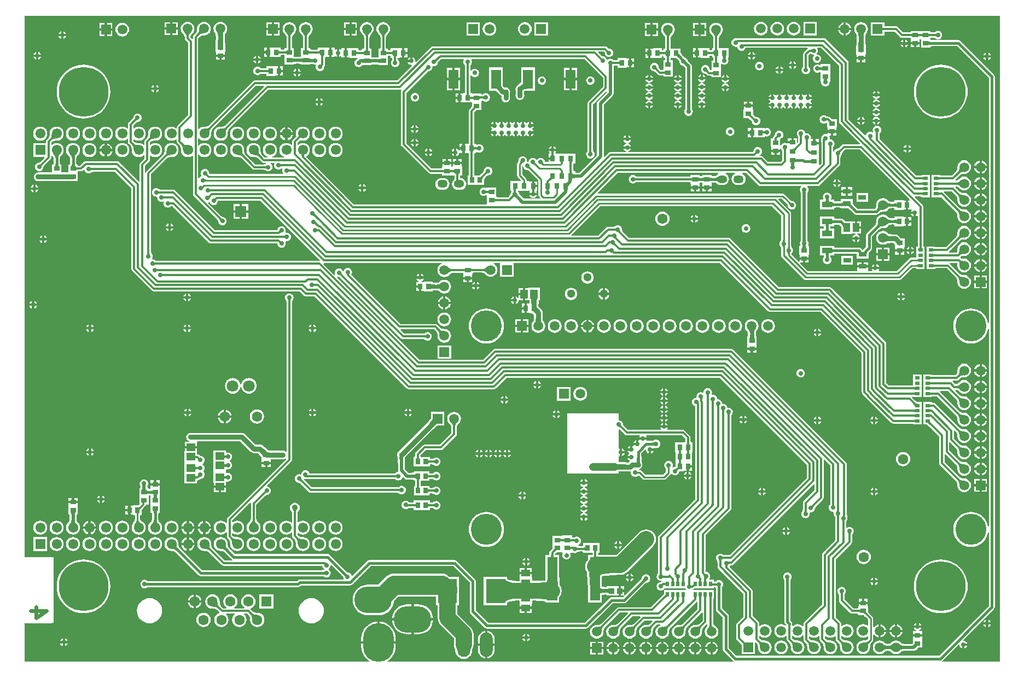
<source format=gbl>
G04*
G04 #@! TF.GenerationSoftware,Altium Limited,Altium Designer,19.0.10 (269)*
G04*
G04 Layer_Physical_Order=4*
G04 Layer_Color=16711680*
%FSLAX43Y43*%
%MOMM*%
G71*
G01*
G75*
%ADD11C,0.400*%
%ADD14C,0.600*%
%ADD16C,0.254*%
%ADD36R,0.850X0.750*%
%ADD41R,0.900X0.750*%
%ADD42R,0.850X0.700*%
%ADD43R,0.900X0.800*%
%ADD45R,0.700X0.850*%
%ADD46R,0.800X0.900*%
%ADD47R,1.350X1.150*%
%ADD105C,0.300*%
%ADD107C,0.800*%
%ADD108C,0.500*%
%ADD109C,1.500*%
%ADD110C,1.200*%
%ADD111C,2.500*%
%ADD112C,1.000*%
%ADD114C,0.450*%
G04:AMPARAMS|DCode=115|XSize=5.8mm|YSize=4.1mm|CornerRadius=2.05mm|HoleSize=0mm|Usage=FLASHONLY|Rotation=0.000|XOffset=0mm|YOffset=0mm|HoleType=Round|Shape=RoundedRectangle|*
%AMROUNDEDRECTD115*
21,1,5.800,0.000,0,0,0.0*
21,1,1.700,4.100,0,0,0.0*
1,1,4.100,0.850,0.000*
1,1,4.100,-0.850,0.000*
1,1,4.100,-0.850,0.000*
1,1,4.100,0.850,0.000*
%
%ADD115ROUNDEDRECTD115*%
G04:AMPARAMS|DCode=116|XSize=4.8mm|YSize=6mm|CornerRadius=2.4mm|HoleSize=0mm|Usage=FLASHONLY|Rotation=0.000|XOffset=0mm|YOffset=0mm|HoleType=Round|Shape=RoundedRectangle|*
%AMROUNDEDRECTD116*
21,1,4.800,1.200,0,0,0.0*
21,1,0.000,6.000,0,0,0.0*
1,1,4.800,0.000,-0.600*
1,1,4.800,0.000,-0.600*
1,1,4.800,0.000,0.600*
1,1,4.800,0.000,0.600*
%
%ADD116ROUNDEDRECTD116*%
G04:AMPARAMS|DCode=117|XSize=4.1mm|YSize=5.8mm|CornerRadius=2.05mm|HoleSize=0mm|Usage=FLASHONLY|Rotation=270.000|XOffset=0mm|YOffset=0mm|HoleType=Round|Shape=RoundedRectangle|*
%AMROUNDEDRECTD117*
21,1,4.100,1.700,0,0,270.0*
21,1,0.000,5.800,0,0,270.0*
1,1,4.100,-0.850,0.000*
1,1,4.100,-0.850,0.000*
1,1,4.100,0.850,0.000*
1,1,4.100,0.850,0.000*
%
%ADD117ROUNDEDRECTD117*%
%ADD118C,1.600*%
%ADD119C,1.500*%
%ADD120R,1.500X1.500*%
%ADD121R,1.500X1.500*%
%ADD122C,4.800*%
%ADD123R,1.800X1.800*%
%ADD124C,1.800*%
%ADD125R,1.600X1.600*%
%ADD126O,2.000X3.800*%
%ADD127C,1.300*%
%ADD128O,1.600X1.200*%
G04:AMPARAMS|DCode=129|XSize=1.6mm|YSize=1.2mm|CornerRadius=0.6mm|HoleSize=0mm|Usage=FLASHONLY|Rotation=0.000|XOffset=0mm|YOffset=0mm|HoleType=Round|Shape=RoundedRectangle|*
%AMROUNDEDRECTD129*
21,1,1.600,0.000,0,0,0.0*
21,1,0.400,1.200,0,0,0.0*
1,1,1.200,0.200,0.000*
1,1,1.200,-0.200,0.000*
1,1,1.200,-0.200,0.000*
1,1,1.200,0.200,0.000*
%
%ADD129ROUNDEDRECTD129*%
%ADD130C,1.550*%
%ADD131R,1.550X1.550*%
%ADD132C,7.700*%
%ADD133C,0.700*%
%ADD134C,0.750*%
%ADD135C,0.900*%
%ADD136C,1.000*%
%ADD137R,3.000X3.810*%
%ADD138R,0.750X0.900*%
%ADD139R,0.750X0.850*%
%ADD140R,0.850X0.900*%
%ADD141R,1.350X1.050*%
%ADD142R,1.000X1.350*%
%ADD143R,1.150X1.350*%
%ADD144R,1.200X0.800*%
%ADD145R,1.550X0.900*%
%ADD146R,1.500X3.000*%
%ADD147R,0.700X0.500*%
%ADD148R,0.500X0.700*%
%ADD149C,3.000*%
%ADD150C,2.400*%
G36*
X183787Y149271D02*
X183796Y149246D01*
X183811Y149223D01*
X183832Y149204D01*
X183860Y149188D01*
X183893Y149174D01*
X183932Y149163D01*
X183978Y149156D01*
X184029Y149152D01*
X184087Y149150D01*
Y148850D01*
X184029Y148848D01*
X183978Y148844D01*
X183932Y148837D01*
X183893Y148826D01*
X183860Y148812D01*
X183832Y148796D01*
X183811Y148777D01*
X183796Y148754D01*
X183787Y148729D01*
X183784Y148700D01*
Y149300D01*
X183787Y149271D01*
D02*
G37*
G36*
X192150Y147805D02*
X192131Y147823D01*
X192109Y147839D01*
X192086Y147853D01*
X192061Y147866D01*
X192034Y147876D01*
X192006Y147885D01*
X191976Y147891D01*
X191943Y147896D01*
X191910Y147899D01*
X191874Y147900D01*
Y148200D01*
X191910Y148201D01*
X191943Y148204D01*
X191976Y148209D01*
X192006Y148215D01*
X192034Y148224D01*
X192061Y148234D01*
X192086Y148247D01*
X192109Y148261D01*
X192131Y148277D01*
X192150Y148295D01*
Y147805D01*
D02*
G37*
G36*
X188481Y147750D02*
X188478Y147779D01*
X188469Y147804D01*
X188454Y147827D01*
X188433Y147846D01*
X188405Y147863D01*
X188372Y147876D01*
X188333Y147887D01*
X188287Y147894D01*
X188236Y147898D01*
X188178Y147900D01*
Y148200D01*
X188236Y148202D01*
X188287Y148206D01*
X188333Y148214D01*
X188372Y148224D01*
X188405Y148238D01*
X188433Y148254D01*
X188454Y148273D01*
X188469Y148296D01*
X188478Y148322D01*
X188481Y148350D01*
Y147750D01*
D02*
G37*
G36*
X190922Y148322D02*
X190931Y148296D01*
X190946Y148273D01*
X190967Y148254D01*
X190995Y148238D01*
X191028Y148224D01*
X191067Y148214D01*
X191113Y148206D01*
X191164Y148202D01*
X191222Y148200D01*
Y147900D01*
X191164Y147898D01*
X191113Y147894D01*
X191067Y147887D01*
X191028Y147876D01*
X190995Y147863D01*
X190967Y147846D01*
X190946Y147827D01*
X190931Y147804D01*
X190922Y147779D01*
X190919Y147750D01*
Y148350D01*
X190922Y148322D01*
D02*
G37*
G36*
X190081Y147750D02*
X190078Y147779D01*
X190069Y147804D01*
X190054Y147827D01*
X190033Y147846D01*
X190005Y147863D01*
X189972Y147876D01*
X189933Y147887D01*
X189887Y147894D01*
X189836Y147898D01*
X189778Y147900D01*
Y148200D01*
X189836Y148202D01*
X189887Y148206D01*
X189933Y148214D01*
X189972Y148224D01*
X190005Y148238D01*
X190033Y148254D01*
X190054Y148273D01*
X190069Y148296D01*
X190078Y148322D01*
X190081Y148350D01*
Y147750D01*
D02*
G37*
G36*
X189322Y148322D02*
X189331Y148296D01*
X189346Y148273D01*
X189367Y148254D01*
X189395Y148238D01*
X189428Y148224D01*
X189467Y148214D01*
X189513Y148206D01*
X189564Y148202D01*
X189622Y148200D01*
Y147900D01*
X189564Y147898D01*
X189513Y147894D01*
X189467Y147887D01*
X189428Y147876D01*
X189395Y147863D01*
X189367Y147846D01*
X189346Y147827D01*
X189331Y147804D01*
X189322Y147779D01*
X189319Y147750D01*
Y148350D01*
X189322Y148322D01*
D02*
G37*
G36*
X202000Y51000D02*
X193049D01*
X193011Y51127D01*
X193078Y51172D01*
X195618Y53712D01*
X195704Y53683D01*
X195743Y53657D01*
X195762Y53512D01*
X195822Y53365D01*
X195919Y53239D01*
X196045Y53142D01*
X196175Y53089D01*
Y53670D01*
X196350D01*
Y53845D01*
X196931D01*
X196878Y53975D01*
X196781Y54101D01*
X196655Y54198D01*
X196508Y54258D01*
X196363Y54277D01*
X196337Y54316D01*
X196308Y54402D01*
X201078Y59172D01*
X201179Y59322D01*
X201214Y59500D01*
X201214Y129100D01*
Y141600D01*
X201179Y141778D01*
X201078Y141928D01*
X195878Y147128D01*
X195728Y147229D01*
X195550Y147264D01*
X191468D01*
X191444Y147280D01*
X191442Y147281D01*
X191439Y147283D01*
X191383Y147294D01*
X191328Y147306D01*
X191259Y147307D01*
X191225Y147309D01*
Y147594D01*
X191230Y147594D01*
X191284Y147607D01*
X191339Y147617D01*
X191342Y147620D01*
X191346Y147621D01*
X191370Y147637D01*
X191726D01*
X191749Y147621D01*
X191753Y147620D01*
X191757Y147617D01*
X191811Y147607D01*
X191866Y147594D01*
X191893Y147594D01*
X191908Y147592D01*
X191920Y147590D01*
X191929Y147588D01*
X191935Y147587D01*
X191936Y147586D01*
X191942Y147580D01*
X191952Y147575D01*
X192072Y147482D01*
X192230Y147417D01*
X192400Y147394D01*
X192570Y147417D01*
X192728Y147482D01*
X192864Y147586D01*
X192968Y147722D01*
X193033Y147880D01*
X193056Y148050D01*
X193033Y148220D01*
X192968Y148378D01*
X192864Y148514D01*
X192728Y148618D01*
X192570Y148683D01*
X192400Y148706D01*
X192230Y148683D01*
X192072Y148618D01*
X191952Y148525D01*
X191942Y148520D01*
X191936Y148514D01*
X191935Y148513D01*
X191929Y148512D01*
X191920Y148510D01*
X191908Y148508D01*
X191893Y148506D01*
X191866Y148506D01*
X191811Y148493D01*
X191757Y148483D01*
X191753Y148480D01*
X191749Y148479D01*
X191726Y148463D01*
X191370D01*
X191346Y148479D01*
X191342Y148480D01*
X191339Y148483D01*
X191284Y148493D01*
X191230Y148506D01*
X191225Y148506D01*
Y148700D01*
X189775D01*
Y148675D01*
X189700Y148631D01*
X189625Y148675D01*
Y148700D01*
X188175D01*
Y148506D01*
X188170Y148506D01*
X188116Y148493D01*
X188061Y148483D01*
X188058Y148480D01*
X188054Y148479D01*
X188030Y148463D01*
X187021D01*
X186192Y149292D01*
X186058Y149382D01*
X185900Y149413D01*
X184235D01*
X184211Y149429D01*
X184207Y149430D01*
X184204Y149433D01*
X184149Y149443D01*
X184095Y149456D01*
X184090Y149456D01*
Y150050D01*
X181990D01*
Y147950D01*
X184090D01*
Y148544D01*
X184095Y148544D01*
X184149Y148557D01*
X184204Y148567D01*
X184207Y148570D01*
X184211Y148571D01*
X184235Y148587D01*
X185729D01*
X186558Y147758D01*
X186692Y147669D01*
X186850Y147637D01*
X188030D01*
X188054Y147621D01*
X188058Y147620D01*
X188061Y147617D01*
X188116Y147607D01*
X188170Y147594D01*
X188175Y147594D01*
Y147400D01*
X188221D01*
Y146975D01*
X189579D01*
Y147400D01*
X189625D01*
Y147425D01*
X189700Y147469D01*
X189775Y147425D01*
Y146150D01*
X190908D01*
X190922Y146147D01*
X190936Y146150D01*
X191225D01*
Y146289D01*
X191263Y146293D01*
X191328Y146294D01*
X191383Y146306D01*
X191439Y146317D01*
X191442Y146319D01*
X191444Y146320D01*
X191468Y146336D01*
X195358D01*
X200286Y141408D01*
Y129100D01*
X200286Y103505D01*
X200159Y103490D01*
X200076Y103837D01*
X199913Y104230D01*
X199691Y104592D01*
X199415Y104915D01*
X199092Y105191D01*
X198730Y105413D01*
X198337Y105576D01*
X197924Y105675D01*
X197500Y105708D01*
X197076Y105675D01*
X196663Y105576D01*
X196270Y105413D01*
X195908Y105191D01*
X195585Y104915D01*
X195309Y104592D01*
X195087Y104230D01*
X194924Y103837D01*
X194825Y103424D01*
X194792Y103000D01*
X194825Y102576D01*
X194924Y102163D01*
X195087Y101770D01*
X195309Y101408D01*
X195585Y101085D01*
X195908Y100809D01*
X196270Y100587D01*
X196663Y100424D01*
X197076Y100325D01*
X197500Y100292D01*
X197924Y100325D01*
X198337Y100424D01*
X198730Y100587D01*
X199092Y100809D01*
X199415Y101085D01*
X199691Y101408D01*
X199913Y101770D01*
X200076Y102163D01*
X200159Y102510D01*
X200286Y102495D01*
X200286Y72005D01*
X200159Y71990D01*
X200076Y72337D01*
X199913Y72730D01*
X199691Y73092D01*
X199415Y73415D01*
X199092Y73691D01*
X198730Y73913D01*
X198337Y74076D01*
X197924Y74175D01*
X197500Y74208D01*
X197076Y74175D01*
X196663Y74076D01*
X196270Y73913D01*
X195908Y73691D01*
X195585Y73415D01*
X195309Y73092D01*
X195087Y72730D01*
X194924Y72337D01*
X194825Y71924D01*
X194792Y71500D01*
X194825Y71076D01*
X194924Y70663D01*
X195087Y70270D01*
X195309Y69908D01*
X195585Y69585D01*
X195908Y69309D01*
X196270Y69087D01*
X196663Y68924D01*
X197076Y68825D01*
X197500Y68792D01*
X197924Y68825D01*
X198337Y68924D01*
X198730Y69087D01*
X199092Y69309D01*
X199415Y69585D01*
X199691Y69908D01*
X199913Y70270D01*
X200076Y70663D01*
X200159Y71010D01*
X200286Y70995D01*
X200286Y59692D01*
X192558Y51964D01*
X161192D01*
X160014Y53142D01*
Y58105D01*
X159979Y58283D01*
X159878Y58433D01*
X158964Y59347D01*
Y62357D01*
X158980Y62379D01*
X158981Y62383D01*
X158983Y62386D01*
X158994Y62441D01*
X159006Y62495D01*
X159007Y62561D01*
X159011Y62598D01*
X159068Y62672D01*
X159133Y62830D01*
X159156Y63000D01*
X159133Y63170D01*
X159068Y63328D01*
X158964Y63464D01*
X158828Y63568D01*
X158670Y63633D01*
X158500Y63656D01*
X158330Y63633D01*
X158172Y63568D01*
X158052Y63475D01*
X158042Y63470D01*
X158036Y63464D01*
X158035Y63463D01*
X158029Y63462D01*
X158020Y63460D01*
X158008Y63458D01*
X157993Y63456D01*
X157966Y63456D01*
X157911Y63443D01*
X157868Y63435D01*
X157750Y63480D01*
Y63700D01*
X157049D01*
X157048Y63701D01*
X156995Y63827D01*
X157068Y63922D01*
X157133Y64080D01*
X157156Y64250D01*
X157133Y64420D01*
X157068Y64578D01*
X156964Y64714D01*
X156828Y64818D01*
X156670Y64883D01*
X156519Y64903D01*
X156508Y64906D01*
X156500Y64906D01*
X156498Y64907D01*
X156493Y64909D01*
X156486Y64914D01*
X156476Y64921D01*
X156464Y64932D01*
X156444Y64950D01*
X156413Y64970D01*
Y70579D01*
X160292Y74458D01*
X160382Y74592D01*
X160413Y74750D01*
Y89026D01*
X160429Y89049D01*
X160430Y89053D01*
X160433Y89057D01*
X160443Y89111D01*
X160456Y89166D01*
X160456Y89193D01*
X160458Y89208D01*
X160460Y89220D01*
X160462Y89229D01*
X160463Y89235D01*
X160464Y89236D01*
X160470Y89242D01*
X160475Y89252D01*
X160568Y89372D01*
X160633Y89530D01*
X160656Y89700D01*
X160633Y89870D01*
X160568Y90028D01*
X160464Y90164D01*
X160328Y90268D01*
X160170Y90333D01*
X160000Y90356D01*
X159928Y90346D01*
X159787Y90444D01*
X159783Y90470D01*
X159718Y90628D01*
X159614Y90764D01*
X159478Y90868D01*
X159320Y90933D01*
X159150Y90956D01*
X159114Y90951D01*
X158997Y91064D01*
X158983Y91170D01*
X158918Y91328D01*
X158814Y91464D01*
X158678Y91568D01*
X158520Y91633D01*
X158350Y91656D01*
X158262Y91644D01*
X158206Y91700D01*
X158183Y91870D01*
X158118Y92028D01*
X158014Y92164D01*
X157878Y92268D01*
X157720Y92333D01*
X157550Y92356D01*
X157464Y92344D01*
X157374Y92461D01*
X157403Y92530D01*
X157426Y92700D01*
X157403Y92870D01*
X157338Y93028D01*
X157234Y93164D01*
X157098Y93268D01*
X156940Y93333D01*
X156770Y93356D01*
X156600Y93333D01*
X156442Y93268D01*
X156307Y93164D01*
X156202Y93028D01*
X156137Y92870D01*
X156122Y92755D01*
X156090Y92726D01*
X156013Y92687D01*
X155989Y92684D01*
X155869Y92733D01*
X155700Y92755D01*
X155530Y92733D01*
X155372Y92668D01*
X155236Y92563D01*
X155132Y92428D01*
X155066Y92270D01*
X155044Y92100D01*
X155054Y92027D01*
X155003Y91913D01*
X154949Y91899D01*
X154830Y91883D01*
X154672Y91818D01*
X154536Y91714D01*
X154432Y91578D01*
X154367Y91420D01*
X154344Y91250D01*
X154367Y91080D01*
X154432Y90922D01*
X154536Y90786D01*
X154672Y90682D01*
X154830Y90617D01*
X154837Y90616D01*
Y76161D01*
X149208Y70532D01*
X149118Y70398D01*
X149087Y70240D01*
Y64874D01*
X149071Y64851D01*
X149070Y64847D01*
X149067Y64843D01*
X149057Y64789D01*
X149044Y64734D01*
X149044Y64707D01*
X149042Y64692D01*
X149040Y64680D01*
X149038Y64671D01*
X149037Y64665D01*
X149036Y64664D01*
X149030Y64658D01*
X149025Y64648D01*
X148932Y64528D01*
X148867Y64370D01*
X148844Y64200D01*
X148867Y64030D01*
X148932Y63872D01*
X149036Y63736D01*
X149172Y63632D01*
X149330Y63567D01*
X149500Y63544D01*
X149592Y63557D01*
X149627Y63439D01*
X149580Y63407D01*
X149532Y63376D01*
X149509Y63354D01*
X149500Y63356D01*
X149330Y63333D01*
X149172Y63268D01*
X149036Y63164D01*
X148932Y63028D01*
X148867Y62870D01*
X148844Y62700D01*
X148867Y62530D01*
X148932Y62372D01*
X149036Y62236D01*
X149172Y62132D01*
X149330Y62067D01*
X149500Y62044D01*
X149670Y62067D01*
X149828Y62132D01*
X149964Y62236D01*
X150068Y62372D01*
X150079Y62400D01*
X153279D01*
X153332Y62272D01*
X153367Y62227D01*
X153304Y62100D01*
X150000D01*
Y61583D01*
X149983Y61558D01*
X149833Y61380D01*
X149766Y61310D01*
X149764Y61308D01*
X149762Y61307D01*
X149732Y61258D01*
X149701Y61210D01*
X149700Y61208D01*
X149699Y61206D01*
X149694Y61178D01*
X147979Y59463D01*
X142980D01*
X142822Y59431D01*
X142688Y59342D01*
X140242Y56896D01*
X140223Y56894D01*
X140215Y56888D01*
X140205Y56886D01*
X140163Y56859D01*
X140120Y56834D01*
X140091Y56808D01*
X140071Y56795D01*
X140044Y56780D01*
X140007Y56765D01*
X139962Y56751D01*
X139907Y56739D01*
X139847Y56729D01*
X139686Y56717D01*
X139613Y56716D01*
X139590Y56719D01*
X139316Y56683D01*
X139060Y56577D01*
X138841Y56409D01*
X138673Y56190D01*
X138567Y55934D01*
X138531Y55660D01*
X138567Y55386D01*
X138673Y55130D01*
X138841Y54911D01*
X139060Y54743D01*
X139316Y54637D01*
X139590Y54601D01*
X139864Y54637D01*
X140120Y54743D01*
X140339Y54911D01*
X140507Y55130D01*
X140613Y55386D01*
X140649Y55660D01*
X140646Y55680D01*
X140651Y55844D01*
X140659Y55913D01*
X140669Y55977D01*
X140681Y56032D01*
X140696Y56077D01*
X140710Y56114D01*
X140725Y56141D01*
X140738Y56161D01*
X140764Y56190D01*
X140789Y56233D01*
X140816Y56275D01*
X140818Y56285D01*
X140824Y56293D01*
X140826Y56312D01*
X143151Y58637D01*
X144357D01*
X144406Y58520D01*
X142782Y56896D01*
X142763Y56894D01*
X142755Y56888D01*
X142745Y56886D01*
X142703Y56859D01*
X142660Y56834D01*
X142631Y56808D01*
X142611Y56795D01*
X142584Y56780D01*
X142547Y56765D01*
X142502Y56751D01*
X142447Y56739D01*
X142387Y56729D01*
X142226Y56717D01*
X142153Y56716D01*
X142130Y56719D01*
X141856Y56683D01*
X141600Y56577D01*
X141381Y56409D01*
X141213Y56190D01*
X141107Y55934D01*
X141071Y55660D01*
X141107Y55386D01*
X141213Y55130D01*
X141381Y54911D01*
X141600Y54743D01*
X141856Y54637D01*
X142130Y54601D01*
X142404Y54637D01*
X142660Y54743D01*
X142879Y54911D01*
X143047Y55130D01*
X143153Y55386D01*
X143189Y55660D01*
X143186Y55680D01*
X143191Y55844D01*
X143199Y55913D01*
X143209Y55977D01*
X143221Y56032D01*
X143236Y56077D01*
X143250Y56114D01*
X143265Y56141D01*
X143279Y56161D01*
X143304Y56190D01*
X143329Y56233D01*
X143356Y56275D01*
X143358Y56285D01*
X143364Y56293D01*
X143366Y56312D01*
X145091Y58037D01*
X146297D01*
X146346Y57920D01*
X145322Y56896D01*
X145303Y56894D01*
X145295Y56888D01*
X145285Y56886D01*
X145243Y56859D01*
X145200Y56834D01*
X145171Y56808D01*
X145151Y56795D01*
X145124Y56780D01*
X145087Y56765D01*
X145042Y56751D01*
X144987Y56739D01*
X144927Y56729D01*
X144766Y56717D01*
X144693Y56716D01*
X144670Y56719D01*
X144396Y56683D01*
X144140Y56577D01*
X143921Y56409D01*
X143753Y56190D01*
X143647Y55934D01*
X143611Y55660D01*
X143647Y55386D01*
X143753Y55130D01*
X143921Y54911D01*
X144140Y54743D01*
X144396Y54637D01*
X144670Y54601D01*
X144944Y54637D01*
X145200Y54743D01*
X145419Y54911D01*
X145587Y55130D01*
X145693Y55386D01*
X145729Y55660D01*
X145726Y55680D01*
X145731Y55844D01*
X145739Y55913D01*
X145749Y55977D01*
X145761Y56032D01*
X145776Y56077D01*
X145790Y56114D01*
X145805Y56141D01*
X145818Y56161D01*
X145844Y56190D01*
X145869Y56233D01*
X145896Y56275D01*
X145898Y56285D01*
X145904Y56293D01*
X145906Y56312D01*
X146981Y57387D01*
X148187D01*
X148236Y57270D01*
X147862Y56896D01*
X147843Y56894D01*
X147835Y56888D01*
X147825Y56886D01*
X147783Y56859D01*
X147740Y56834D01*
X147711Y56808D01*
X147691Y56795D01*
X147664Y56780D01*
X147627Y56765D01*
X147582Y56751D01*
X147527Y56739D01*
X147467Y56729D01*
X147306Y56717D01*
X147233Y56716D01*
X147210Y56719D01*
X146936Y56683D01*
X146680Y56577D01*
X146461Y56409D01*
X146293Y56190D01*
X146187Y55934D01*
X146151Y55660D01*
X146187Y55386D01*
X146293Y55130D01*
X146461Y54911D01*
X146680Y54743D01*
X146936Y54637D01*
X147210Y54601D01*
X147484Y54637D01*
X147740Y54743D01*
X147959Y54911D01*
X148127Y55130D01*
X148233Y55386D01*
X148269Y55660D01*
X148266Y55680D01*
X148271Y55844D01*
X148279Y55913D01*
X148289Y55977D01*
X148301Y56032D01*
X148316Y56077D01*
X148330Y56114D01*
X148345Y56141D01*
X148359Y56161D01*
X148384Y56190D01*
X148409Y56233D01*
X148436Y56275D01*
X148438Y56285D01*
X148444Y56293D01*
X148446Y56312D01*
X148921Y56787D01*
X149395D01*
X149421Y56660D01*
X149220Y56577D01*
X149001Y56409D01*
X148833Y56190D01*
X148727Y55934D01*
X148691Y55660D01*
X148727Y55386D01*
X148833Y55130D01*
X149001Y54911D01*
X149220Y54743D01*
X149476Y54637D01*
X149750Y54601D01*
X150024Y54637D01*
X150280Y54743D01*
X150499Y54911D01*
X150667Y55130D01*
X150773Y55386D01*
X150809Y55660D01*
X150806Y55680D01*
X150811Y55844D01*
X150819Y55913D01*
X150829Y55977D01*
X150841Y56032D01*
X150856Y56077D01*
X150870Y56114D01*
X150885Y56141D01*
X150898Y56161D01*
X150924Y56190D01*
X150949Y56233D01*
X150976Y56275D01*
X150978Y56285D01*
X150984Y56293D01*
X150986Y56312D01*
X155060Y60386D01*
X155186Y60341D01*
X155187Y60340D01*
Y59141D01*
X152942Y56896D01*
X152923Y56894D01*
X152915Y56888D01*
X152905Y56886D01*
X152863Y56859D01*
X152820Y56834D01*
X152791Y56808D01*
X152771Y56795D01*
X152744Y56780D01*
X152707Y56765D01*
X152662Y56751D01*
X152607Y56739D01*
X152547Y56729D01*
X152386Y56717D01*
X152313Y56716D01*
X152290Y56719D01*
X152016Y56683D01*
X151760Y56577D01*
X151541Y56409D01*
X151373Y56190D01*
X151267Y55934D01*
X151231Y55660D01*
X151267Y55386D01*
X151373Y55130D01*
X151541Y54911D01*
X151760Y54743D01*
X152016Y54637D01*
X152290Y54601D01*
X152564Y54637D01*
X152820Y54743D01*
X153039Y54911D01*
X153207Y55130D01*
X153313Y55386D01*
X153349Y55660D01*
X153346Y55680D01*
X153351Y55844D01*
X153359Y55913D01*
X153369Y55977D01*
X153381Y56032D01*
X153396Y56077D01*
X153410Y56114D01*
X153425Y56141D01*
X153439Y56161D01*
X153464Y56190D01*
X153489Y56233D01*
X153516Y56275D01*
X153518Y56285D01*
X153524Y56293D01*
X153526Y56312D01*
X155860Y58646D01*
X155986Y58601D01*
X155987Y58600D01*
Y57401D01*
X155482Y56896D01*
X155463Y56894D01*
X155455Y56888D01*
X155445Y56886D01*
X155403Y56859D01*
X155360Y56834D01*
X155331Y56808D01*
X155311Y56795D01*
X155284Y56780D01*
X155247Y56765D01*
X155202Y56751D01*
X155147Y56739D01*
X155087Y56729D01*
X154926Y56717D01*
X154853Y56716D01*
X154830Y56719D01*
X154556Y56683D01*
X154300Y56577D01*
X154081Y56409D01*
X153913Y56190D01*
X153807Y55934D01*
X153771Y55660D01*
X153807Y55386D01*
X153913Y55130D01*
X154081Y54911D01*
X154300Y54743D01*
X154556Y54637D01*
X154830Y54601D01*
X155104Y54637D01*
X155360Y54743D01*
X155579Y54911D01*
X155747Y55130D01*
X155853Y55386D01*
X155889Y55660D01*
X155886Y55680D01*
X155891Y55844D01*
X155899Y55913D01*
X155909Y55977D01*
X155921Y56032D01*
X155936Y56077D01*
X155950Y56114D01*
X155965Y56141D01*
X155979Y56161D01*
X156004Y56190D01*
X156029Y56233D01*
X156056Y56275D01*
X156058Y56285D01*
X156064Y56293D01*
X156066Y56312D01*
X156615Y56861D01*
X156632Y56856D01*
X156719Y56819D01*
X156727Y56709D01*
X156689Y56607D01*
X156664Y56552D01*
X156533Y56313D01*
X156478Y56224D01*
X156478Y56224D01*
X156478Y56224D01*
X156477Y56224D01*
X156476Y56219D01*
X156453Y56190D01*
X156347Y55934D01*
X156311Y55660D01*
X156347Y55386D01*
X156453Y55130D01*
X156621Y54911D01*
X156840Y54743D01*
X157096Y54637D01*
X157370Y54601D01*
X157644Y54637D01*
X157900Y54743D01*
X158119Y54911D01*
X158287Y55130D01*
X158393Y55386D01*
X158429Y55660D01*
X158393Y55934D01*
X158287Y56190D01*
X158119Y56409D01*
X157930Y56554D01*
X157926Y56557D01*
X157920Y56561D01*
X157900Y56577D01*
X157889Y56582D01*
X157857Y56603D01*
X157803Y56642D01*
X157760Y56679D01*
X157726Y56714D01*
X157700Y56746D01*
X157682Y56774D01*
X157669Y56798D01*
X157662Y56820D01*
X157658Y56839D01*
X157655Y56880D01*
X157649Y56905D01*
X157648Y56931D01*
X157633Y56962D01*
X157624Y56995D01*
X157613Y57010D01*
Y60655D01*
X157628Y60676D01*
X157629Y60681D01*
X157633Y60686D01*
X157643Y60739D01*
X157656Y60792D01*
X157656Y60800D01*
X157750D01*
Y61089D01*
X157753Y61103D01*
X157750Y61117D01*
Y62100D01*
X154567D01*
X154561Y62110D01*
X154536Y62227D01*
X154558Y62242D01*
X154607Y62274D01*
X154607Y62275D01*
X154608Y62276D01*
X154636Y62317D01*
X154682Y62348D01*
X154734Y62400D01*
X157411D01*
X157414Y62399D01*
X157426Y62400D01*
X157434D01*
X157449Y62397D01*
X157462Y62400D01*
X157750D01*
Y62520D01*
X157868Y62565D01*
X157911Y62557D01*
X157966Y62544D01*
X157993Y62544D01*
X157993Y62543D01*
X157994Y62530D01*
X157994Y62499D01*
X158006Y62443D01*
X158017Y62386D01*
X158018Y62384D01*
X158019Y62382D01*
X158036Y62357D01*
Y59155D01*
X158071Y58977D01*
X158172Y58827D01*
X159086Y57913D01*
Y52950D01*
X159121Y52772D01*
X159222Y52622D01*
X160672Y51172D01*
X160739Y51127D01*
X160701Y51000D01*
X107206D01*
X107170Y51127D01*
X107365Y51246D01*
X107682Y51518D01*
X107954Y51835D01*
X108172Y52191D01*
X108332Y52577D01*
X108429Y52984D01*
X108462Y53400D01*
Y53825D01*
X103138D01*
Y53400D01*
X103171Y52984D01*
X103268Y52577D01*
X103428Y52191D01*
X103646Y51835D01*
X103918Y51518D01*
X104235Y51246D01*
X104430Y51127D01*
X104394Y51000D01*
X51000D01*
Y67123D01*
X51000D01*
X51000Y57020D01*
X51145D01*
Y56945D01*
X55254D01*
Y57020D01*
X55500D01*
X55500Y67250D01*
X51127D01*
X51000Y67250D01*
X51000Y67377D01*
Y151000D01*
X202000D01*
Y51000D01*
D02*
G37*
G36*
X190926Y147119D02*
X190938Y147094D01*
X190958Y147072D01*
X190986Y147053D01*
X191022Y147037D01*
X191066Y147024D01*
X191118Y147013D01*
X191178Y147006D01*
X191246Y147001D01*
X191322Y147000D01*
Y146600D01*
X191246Y146599D01*
X191118Y146587D01*
X191066Y146576D01*
X191022Y146563D01*
X190986Y146547D01*
X190958Y146528D01*
X190938Y146506D01*
X190926Y146481D01*
X190922Y146453D01*
Y147147D01*
X190926Y147119D01*
D02*
G37*
G36*
X156997Y92431D02*
X156981Y92409D01*
X156967Y92386D01*
X156954Y92361D01*
X156944Y92334D01*
X156935Y92306D01*
X156929Y92276D01*
X156924Y92243D01*
X156921Y92210D01*
X156920Y92174D01*
X156620D01*
X156619Y92210D01*
X156616Y92243D01*
X156612Y92276D01*
X156605Y92306D01*
X156596Y92334D01*
X156586Y92361D01*
X156574Y92386D01*
X156559Y92409D01*
X156543Y92431D01*
X156525Y92450D01*
X157015D01*
X156997Y92431D01*
D02*
G37*
G36*
X155981Y91888D02*
X155969Y91865D01*
X155959Y91840D01*
X155950Y91814D01*
X155943Y91786D01*
X155937Y91757D01*
X155929Y91693D01*
X155927Y91659D01*
X155926Y91623D01*
X155626Y91548D01*
X155625Y91584D01*
X155622Y91617D01*
X155616Y91649D01*
X155608Y91678D01*
X155598Y91704D01*
X155586Y91729D01*
X155572Y91751D01*
X155555Y91770D01*
X155536Y91787D01*
X155515Y91802D01*
X155993Y91909D01*
X155981Y91888D01*
D02*
G37*
G36*
X157777Y91431D02*
X157761Y91409D01*
X157747Y91386D01*
X157734Y91361D01*
X157724Y91334D01*
X157715Y91306D01*
X157709Y91276D01*
X157704Y91243D01*
X157701Y91210D01*
X157700Y91174D01*
X157400D01*
X157399Y91210D01*
X157396Y91243D01*
X157391Y91276D01*
X157385Y91306D01*
X157376Y91334D01*
X157366Y91361D01*
X157353Y91386D01*
X157339Y91409D01*
X157323Y91431D01*
X157305Y91450D01*
X157795D01*
X157777Y91431D01*
D02*
G37*
G36*
X158577Y90731D02*
X158561Y90709D01*
X158547Y90686D01*
X158534Y90661D01*
X158524Y90634D01*
X158515Y90606D01*
X158509Y90576D01*
X158504Y90543D01*
X158501Y90509D01*
X158500Y90474D01*
X158200D01*
X158199Y90509D01*
X158196Y90543D01*
X158191Y90576D01*
X158185Y90606D01*
X158176Y90634D01*
X158166Y90661D01*
X158153Y90686D01*
X158139Y90709D01*
X158123Y90731D01*
X158105Y90750D01*
X158595D01*
X158577Y90731D01*
D02*
G37*
G36*
X159377Y90031D02*
X159361Y90009D01*
X159347Y89986D01*
X159334Y89961D01*
X159324Y89934D01*
X159315Y89906D01*
X159309Y89876D01*
X159304Y89843D01*
X159301Y89810D01*
X159300Y89774D01*
X159000D01*
X158999Y89810D01*
X158996Y89843D01*
X158991Y89876D01*
X158985Y89906D01*
X158976Y89934D01*
X158966Y89961D01*
X158953Y89986D01*
X158939Y90009D01*
X158923Y90031D01*
X158905Y90050D01*
X159395D01*
X159377Y90031D01*
D02*
G37*
G36*
X160227Y89431D02*
X160211Y89409D01*
X160197Y89386D01*
X160184Y89361D01*
X160174Y89334D01*
X160165Y89306D01*
X160159Y89276D01*
X160154Y89243D01*
X160151Y89210D01*
X160150Y89174D01*
X159850D01*
X159849Y89210D01*
X159846Y89243D01*
X159841Y89276D01*
X159835Y89306D01*
X159826Y89334D01*
X159816Y89361D01*
X159803Y89386D01*
X159789Y89409D01*
X159773Y89431D01*
X159755Y89450D01*
X160245D01*
X160227Y89431D01*
D02*
G37*
G36*
X150701Y65891D02*
X150704Y65857D01*
X150709Y65824D01*
X150715Y65794D01*
X150724Y65766D01*
X150734Y65739D01*
X150747Y65714D01*
X150761Y65691D01*
X150777Y65669D01*
X150795Y65650D01*
X150305D01*
X150323Y65669D01*
X150339Y65691D01*
X150353Y65714D01*
X150366Y65739D01*
X150376Y65766D01*
X150385Y65794D01*
X150391Y65824D01*
X150396Y65857D01*
X150399Y65891D01*
X150400Y65926D01*
X150700D01*
X150701Y65891D01*
D02*
G37*
G36*
X153269Y64857D02*
X153250Y64852D01*
X153233Y64844D01*
X153218Y64834D01*
X153205Y64822D01*
X153194Y64807D01*
X153185Y64790D01*
X153178Y64770D01*
X153173Y64749D01*
X153170Y64724D01*
X153169Y64698D01*
X152869D01*
X152866Y65096D01*
X153269Y64857D01*
D02*
G37*
G36*
X155401Y64741D02*
X155404Y64707D01*
X155409Y64674D01*
X155415Y64644D01*
X155424Y64616D01*
X155434Y64589D01*
X155447Y64564D01*
X155461Y64541D01*
X155477Y64519D01*
X155495Y64500D01*
X155005D01*
X155023Y64519D01*
X155039Y64541D01*
X155053Y64564D01*
X155066Y64589D01*
X155076Y64616D01*
X155085Y64644D01*
X155091Y64674D01*
X155096Y64707D01*
X155099Y64741D01*
X155100Y64776D01*
X155400D01*
X155401Y64741D01*
D02*
G37*
G36*
X149651Y64690D02*
X149654Y64657D01*
X149659Y64624D01*
X149665Y64594D01*
X149674Y64566D01*
X149684Y64539D01*
X149697Y64514D01*
X149711Y64491D01*
X149727Y64469D01*
X149745Y64450D01*
X149255D01*
X149273Y64469D01*
X149289Y64491D01*
X149303Y64514D01*
X149316Y64539D01*
X149326Y64566D01*
X149335Y64594D01*
X149341Y64624D01*
X149346Y64657D01*
X149349Y64690D01*
X149350Y64726D01*
X149650D01*
X149651Y64690D01*
D02*
G37*
G36*
X151884Y64699D02*
X151957Y64637D01*
X151978Y64622D01*
X151998Y64611D01*
X152016Y64602D01*
X152033Y64597D01*
X152048Y64594D01*
X152061Y64595D01*
X151775Y64309D01*
X151776Y64322D01*
X151773Y64337D01*
X151768Y64354D01*
X151759Y64372D01*
X151748Y64392D01*
X151733Y64413D01*
X151715Y64436D01*
X151671Y64486D01*
X151644Y64514D01*
X151856Y64726D01*
X151884Y64699D01*
D02*
G37*
G36*
X156260Y64704D02*
X156286Y64682D01*
X156312Y64662D01*
X156338Y64645D01*
X156364Y64631D01*
X156391Y64620D01*
X156417Y64611D01*
X156443Y64605D01*
X156470Y64601D01*
X156497Y64600D01*
X156150Y64254D01*
X156149Y64280D01*
X156145Y64307D01*
X156139Y64333D01*
X156130Y64359D01*
X156119Y64386D01*
X156105Y64412D01*
X156088Y64438D01*
X156068Y64464D01*
X156046Y64490D01*
X156022Y64516D01*
X156234Y64728D01*
X156260Y64704D01*
D02*
G37*
G36*
X149769Y64427D02*
X149791Y64411D01*
X149814Y64397D01*
X149839Y64384D01*
X149866Y64374D01*
X149894Y64365D01*
X149924Y64359D01*
X149957Y64354D01*
X149990Y64351D01*
X150026Y64350D01*
Y64050D01*
X149990Y64049D01*
X149957Y64046D01*
X149924Y64041D01*
X149894Y64035D01*
X149866Y64026D01*
X149839Y64016D01*
X149814Y64003D01*
X149791Y63989D01*
X149769Y63973D01*
X149750Y63955D01*
Y64445D01*
X149769Y64427D01*
D02*
G37*
G36*
X155586Y64148D02*
X155589Y64140D01*
X155594Y64131D01*
X155603Y64119D01*
X155613Y64106D01*
X155642Y64072D01*
X155706Y64006D01*
X155494Y63794D01*
X155470Y63818D01*
X155369Y63905D01*
X155360Y63911D01*
X155352Y63914D01*
X155347Y63914D01*
X155586Y64153D01*
X155586Y64148D01*
D02*
G37*
G36*
X152369Y64001D02*
X152355Y63979D01*
X152342Y63955D01*
X152331Y63929D01*
X152321Y63902D01*
X152314Y63873D01*
X152308Y63842D01*
X152303Y63810D01*
X152301Y63776D01*
X152300Y63740D01*
X152000Y63711D01*
X151999Y63747D01*
X151996Y63781D01*
X151991Y63813D01*
X151984Y63843D01*
X151974Y63870D01*
X151963Y63896D01*
X151950Y63920D01*
X151934Y63942D01*
X151917Y63962D01*
X151897Y63980D01*
X152386Y64022D01*
X152369Y64001D01*
D02*
G37*
G36*
X156663Y63940D02*
X156642Y63927D01*
X156623Y63911D01*
X156606Y63893D01*
X156591Y63872D01*
X156578Y63849D01*
X156568Y63823D01*
X156560Y63794D01*
X156555Y63763D01*
X156551Y63730D01*
X156550Y63695D01*
X156551Y63640D01*
X156559Y63544D01*
X156566Y63505D01*
X156574Y63472D01*
X156585Y63445D01*
X156598Y63424D01*
X156612Y63409D01*
X156629Y63400D01*
X156647Y63397D01*
X156153D01*
X156171Y63400D01*
X156188Y63409D01*
X156202Y63424D01*
X156215Y63445D01*
X156226Y63472D01*
X156234Y63505D01*
X156241Y63544D01*
X156246Y63589D01*
X156250Y63697D01*
X156540D01*
X156250Y63795D01*
X156249Y63831D01*
X156241Y63929D01*
X156236Y63958D01*
X156222Y64012D01*
X156214Y64037D01*
X156204Y64059D01*
X156194Y64080D01*
X156663Y63940D01*
D02*
G37*
G36*
X155751Y63640D02*
X155759Y63544D01*
X155766Y63505D01*
X155774Y63472D01*
X155785Y63445D01*
X155798Y63424D01*
X155812Y63409D01*
X155829Y63400D01*
X155847Y63397D01*
X155353D01*
X155371Y63400D01*
X155388Y63409D01*
X155402Y63424D01*
X155415Y63445D01*
X155426Y63472D01*
X155434Y63505D01*
X155441Y63544D01*
X155446Y63589D01*
X155450Y63697D01*
X155750D01*
X155751Y63640D01*
D02*
G37*
G36*
X153101D02*
X153109Y63544D01*
X153116Y63505D01*
X153124Y63472D01*
X153135Y63445D01*
X153148Y63424D01*
X153162Y63409D01*
X153179Y63400D01*
X153197Y63397D01*
X152703D01*
X152721Y63400D01*
X152738Y63409D01*
X152752Y63424D01*
X152765Y63445D01*
X152776Y63472D01*
X152784Y63505D01*
X152791Y63544D01*
X152796Y63589D01*
X152800Y63697D01*
X153100D01*
X153101Y63640D01*
D02*
G37*
G36*
X152301D02*
X152309Y63544D01*
X152316Y63505D01*
X152324Y63472D01*
X152335Y63445D01*
X152348Y63424D01*
X152362Y63409D01*
X152379Y63400D01*
X152397Y63397D01*
X151903D01*
X151921Y63400D01*
X151938Y63409D01*
X151952Y63424D01*
X151965Y63445D01*
X151976Y63472D01*
X151984Y63505D01*
X151991Y63544D01*
X151996Y63589D01*
X152000Y63697D01*
X152300D01*
X152301Y63640D01*
D02*
G37*
G36*
X151501D02*
X151509Y63544D01*
X151516Y63505D01*
X151524Y63472D01*
X151535Y63445D01*
X151548Y63424D01*
X151562Y63409D01*
X151579Y63400D01*
X151597Y63397D01*
X151103D01*
X151121Y63400D01*
X151138Y63409D01*
X151152Y63424D01*
X151165Y63445D01*
X151176Y63472D01*
X151184Y63505D01*
X151191Y63544D01*
X151196Y63589D01*
X151200Y63697D01*
X151500D01*
X151501Y63640D01*
D02*
G37*
G36*
X154051Y63090D02*
X154053Y63056D01*
X154058Y63024D01*
X154065Y62994D01*
X154073Y62965D01*
X154084Y62939D01*
X154096Y62914D01*
X154110Y62891D01*
X154127Y62869D01*
X154145Y62850D01*
X153655D01*
X153673Y62869D01*
X153689Y62891D01*
X153703Y62914D01*
X153715Y62939D01*
X153726Y62965D01*
X153734Y62994D01*
X153741Y63024D01*
X153746Y63056D01*
X153749Y63090D01*
X153750Y63126D01*
X154050D01*
X154051Y63090D01*
D02*
G37*
G36*
X149956Y62944D02*
X149932Y62920D01*
X149845Y62819D01*
X149839Y62810D01*
X149836Y62802D01*
X149836Y62797D01*
X149597Y63036D01*
X149602Y63036D01*
X149610Y63039D01*
X149619Y63044D01*
X149631Y63053D01*
X149644Y63063D01*
X149678Y63092D01*
X149744Y63156D01*
X149956Y62944D01*
D02*
G37*
G36*
X158250Y62755D02*
X158231Y62773D01*
X158209Y62789D01*
X158186Y62803D01*
X158161Y62816D01*
X158134Y62826D01*
X158106Y62835D01*
X158076Y62841D01*
X158043Y62846D01*
X158010Y62849D01*
X157974Y62850D01*
Y63150D01*
X158010Y63151D01*
X158043Y63154D01*
X158076Y63159D01*
X158106Y63165D01*
X158134Y63174D01*
X158161Y63184D01*
X158186Y63197D01*
X158209Y63211D01*
X158231Y63227D01*
X158250Y63245D01*
Y62755D01*
D02*
G37*
G36*
X150306Y62750D02*
X150303Y62778D01*
X150294Y62804D01*
X150279Y62826D01*
X150258Y62846D01*
X150230Y62862D01*
X150197Y62876D01*
X150158Y62887D01*
X150112Y62894D01*
X150061Y62898D01*
X150003Y62900D01*
Y63200D01*
X150061Y63201D01*
X150112Y63206D01*
X150158Y63214D01*
X150197Y63224D01*
X150230Y63237D01*
X150258Y63254D01*
X150279Y63273D01*
X150294Y63296D01*
X150303Y63321D01*
X150306Y63350D01*
Y62750D01*
D02*
G37*
G36*
X157447Y63271D02*
X157456Y63246D01*
X157471Y63223D01*
X157493Y63204D01*
X157520Y63188D01*
X157553Y63174D01*
X157593Y63164D01*
X157638Y63156D01*
X157690Y63152D01*
X157747Y63150D01*
Y62850D01*
X157690Y62849D01*
X157639Y62844D01*
X157594Y62837D01*
X157555Y62826D01*
X157522Y62813D01*
X157495Y62797D01*
X157474Y62778D01*
X157459Y62756D01*
X157450Y62731D01*
X157447Y62703D01*
X157444Y63300D01*
X157447Y63271D01*
D02*
G37*
G36*
X158736Y62740D02*
X158729Y62726D01*
X158722Y62709D01*
X158716Y62689D01*
X158711Y62666D01*
X158707Y62640D01*
X158702Y62578D01*
X158700Y62503D01*
X158300D01*
X158300Y62542D01*
X158293Y62640D01*
X158289Y62666D01*
X158284Y62689D01*
X158278Y62709D01*
X158271Y62726D01*
X158264Y62740D01*
X158255Y62750D01*
X158745D01*
X158736Y62740D01*
D02*
G37*
G36*
X154189Y62799D02*
X154196Y62797D01*
X154208Y62796D01*
X154241Y62793D01*
X154353Y62791D01*
X154390Y62790D01*
Y62490D01*
X154360Y62490D01*
X154255Y62483D01*
X154243Y62480D01*
X154234Y62477D01*
X154228Y62474D01*
X154225Y62470D01*
X154186Y62801D01*
X154189Y62799D01*
D02*
G37*
G36*
X150627Y61106D02*
X150609Y61127D01*
X150585Y61139D01*
X150556Y61141D01*
X150521Y61134D01*
X150481Y61117D01*
X150436Y61091D01*
X150386Y61055D01*
X150330Y61010D01*
X150203Y60891D01*
X149985Y61097D01*
X150060Y61174D01*
X150229Y61374D01*
X150266Y61430D01*
X150293Y61480D01*
X150311Y61525D01*
X150319Y61565D01*
X150317Y61599D01*
X150306Y61627D01*
X150627Y61106D01*
D02*
G37*
G36*
X157429Y61100D02*
X157412Y61091D01*
X157398Y61076D01*
X157385Y61055D01*
X157374Y61028D01*
X157366Y60995D01*
X157359Y60956D01*
X157354Y60911D01*
X157350Y60803D01*
X157050D01*
X157049Y60860D01*
X157041Y60956D01*
X157034Y60995D01*
X157026Y61028D01*
X157015Y61055D01*
X157003Y61076D01*
X156988Y61091D01*
X156971Y61100D01*
X156953Y61103D01*
X157447D01*
X157429Y61100D01*
D02*
G37*
G36*
X156629D02*
X156612Y61091D01*
X156598Y61076D01*
X156585Y61055D01*
X156574Y61028D01*
X156566Y60995D01*
X156559Y60956D01*
X156554Y60911D01*
X156550Y60803D01*
X156250D01*
X156249Y60860D01*
X156241Y60956D01*
X156234Y60995D01*
X156226Y61028D01*
X156215Y61055D01*
X156202Y61076D01*
X156188Y61091D01*
X156171Y61100D01*
X156153Y61103D01*
X156647D01*
X156629Y61100D01*
D02*
G37*
G36*
X155829D02*
X155812Y61091D01*
X155798Y61076D01*
X155785Y61055D01*
X155774Y61028D01*
X155766Y60995D01*
X155759Y60956D01*
X155754Y60911D01*
X155750Y60803D01*
X155450D01*
X155449Y60860D01*
X155441Y60956D01*
X155434Y60995D01*
X155426Y61028D01*
X155415Y61055D01*
X155402Y61076D01*
X155388Y61091D01*
X155371Y61100D01*
X155353Y61103D01*
X155847D01*
X155829Y61100D01*
D02*
G37*
G36*
X155029D02*
X155012Y61091D01*
X154998Y61076D01*
X154985Y61055D01*
X154974Y61028D01*
X154966Y60995D01*
X154959Y60956D01*
X154954Y60911D01*
X154950Y60803D01*
X154650D01*
X154649Y60860D01*
X154641Y60956D01*
X154634Y60995D01*
X154626Y61028D01*
X154615Y61055D01*
X154602Y61076D01*
X154588Y61091D01*
X154571Y61100D01*
X154553Y61103D01*
X155047D01*
X155029Y61100D01*
D02*
G37*
G36*
X153179D02*
X153162Y61091D01*
X153148Y61076D01*
X153135Y61055D01*
X153124Y61028D01*
X153116Y60995D01*
X153109Y60956D01*
X153104Y60911D01*
X153100Y60803D01*
X152800D01*
X152799Y60860D01*
X152791Y60956D01*
X152784Y60995D01*
X152776Y61028D01*
X152765Y61055D01*
X152752Y61076D01*
X152738Y61091D01*
X152721Y61100D01*
X152703Y61103D01*
X153197D01*
X153179Y61100D01*
D02*
G37*
G36*
X152379D02*
X152362Y61091D01*
X152348Y61076D01*
X152335Y61055D01*
X152324Y61028D01*
X152316Y60995D01*
X152309Y60956D01*
X152304Y60911D01*
X152300Y60803D01*
X152000D01*
X151999Y60860D01*
X151991Y60956D01*
X151984Y60995D01*
X151976Y61028D01*
X151965Y61055D01*
X151952Y61076D01*
X151938Y61091D01*
X151921Y61100D01*
X151903Y61103D01*
X152397D01*
X152379Y61100D01*
D02*
G37*
G36*
X151579D02*
X151562Y61091D01*
X151548Y61076D01*
X151535Y61055D01*
X151524Y61028D01*
X151516Y60995D01*
X151509Y60956D01*
X151504Y60911D01*
X151500Y60803D01*
X151200D01*
X151199Y60860D01*
X151191Y60956D01*
X151184Y60995D01*
X151176Y61028D01*
X151165Y61055D01*
X151152Y61076D01*
X151138Y61091D01*
X151121Y61100D01*
X151103Y61103D01*
X151597D01*
X151579Y61100D01*
D02*
G37*
G36*
X157354Y56798D02*
X157366Y56738D01*
X157387Y56679D01*
X157416Y56622D01*
X157452Y56565D01*
X157498Y56510D01*
X157551Y56456D01*
X157612Y56403D01*
X157682Y56351D01*
X157760Y56301D01*
X156737Y56063D01*
X156797Y56158D01*
X156937Y56415D01*
X156972Y56490D01*
X157022Y56625D01*
X157037Y56684D01*
X157047Y56739D01*
X157050Y56788D01*
X157350Y56860D01*
X157354Y56798D01*
D02*
G37*
G36*
X155774Y56392D02*
X155736Y56349D01*
X155702Y56299D01*
X155673Y56243D01*
X155647Y56180D01*
X155626Y56111D01*
X155608Y56035D01*
X155595Y55953D01*
X155586Y55864D01*
X155580Y55667D01*
X154837Y56410D01*
X154939Y56411D01*
X155123Y56425D01*
X155205Y56438D01*
X155281Y56456D01*
X155350Y56477D01*
X155413Y56503D01*
X155469Y56532D01*
X155519Y56566D01*
X155562Y56604D01*
X155774Y56392D01*
D02*
G37*
G36*
X153234D02*
X153196Y56349D01*
X153162Y56299D01*
X153133Y56243D01*
X153107Y56180D01*
X153086Y56111D01*
X153068Y56035D01*
X153055Y55953D01*
X153046Y55864D01*
X153040Y55667D01*
X152298Y56410D01*
X152399Y56411D01*
X152583Y56425D01*
X152665Y56438D01*
X152741Y56456D01*
X152810Y56477D01*
X152873Y56503D01*
X152929Y56532D01*
X152979Y56566D01*
X153022Y56604D01*
X153234Y56392D01*
D02*
G37*
G36*
X150694D02*
X150656Y56349D01*
X150622Y56299D01*
X150593Y56243D01*
X150567Y56180D01*
X150546Y56111D01*
X150528Y56035D01*
X150515Y55953D01*
X150506Y55864D01*
X150500Y55667D01*
X149758Y56410D01*
X149859Y56411D01*
X150043Y56425D01*
X150125Y56438D01*
X150201Y56456D01*
X150270Y56477D01*
X150333Y56503D01*
X150389Y56532D01*
X150439Y56566D01*
X150482Y56604D01*
X150694Y56392D01*
D02*
G37*
G36*
X148154D02*
X148116Y56349D01*
X148082Y56299D01*
X148053Y56243D01*
X148027Y56180D01*
X148006Y56111D01*
X147988Y56035D01*
X147975Y55953D01*
X147966Y55864D01*
X147960Y55667D01*
X147217Y56410D01*
X147319Y56411D01*
X147503Y56425D01*
X147585Y56438D01*
X147661Y56456D01*
X147730Y56477D01*
X147793Y56503D01*
X147849Y56532D01*
X147899Y56566D01*
X147942Y56604D01*
X148154Y56392D01*
D02*
G37*
G36*
X145614D02*
X145576Y56349D01*
X145542Y56299D01*
X145513Y56243D01*
X145487Y56180D01*
X145466Y56111D01*
X145448Y56035D01*
X145435Y55953D01*
X145426Y55864D01*
X145420Y55667D01*
X144678Y56410D01*
X144779Y56411D01*
X144963Y56425D01*
X145045Y56438D01*
X145121Y56456D01*
X145190Y56477D01*
X145253Y56503D01*
X145309Y56532D01*
X145359Y56566D01*
X145402Y56604D01*
X145614Y56392D01*
D02*
G37*
G36*
X143074D02*
X143036Y56349D01*
X143002Y56299D01*
X142973Y56243D01*
X142947Y56180D01*
X142926Y56111D01*
X142908Y56035D01*
X142895Y55953D01*
X142886Y55864D01*
X142880Y55667D01*
X142137Y56410D01*
X142239Y56411D01*
X142423Y56425D01*
X142505Y56438D01*
X142581Y56456D01*
X142650Y56477D01*
X142713Y56503D01*
X142769Y56532D01*
X142819Y56566D01*
X142862Y56604D01*
X143074Y56392D01*
D02*
G37*
G36*
X140534D02*
X140496Y56349D01*
X140462Y56299D01*
X140433Y56243D01*
X140407Y56180D01*
X140386Y56111D01*
X140368Y56035D01*
X140355Y55953D01*
X140346Y55864D01*
X140340Y55667D01*
X139598Y56410D01*
X139699Y56411D01*
X139883Y56425D01*
X139965Y56438D01*
X140041Y56456D01*
X140110Y56477D01*
X140173Y56503D01*
X140229Y56532D01*
X140279Y56566D01*
X140322Y56604D01*
X140534Y56392D01*
D02*
G37*
%LPC*%
G36*
X74714Y150054D02*
X73885D01*
Y149225D01*
X74714D01*
Y150054D01*
D02*
G37*
G36*
X73535D02*
X72706D01*
Y149225D01*
X73535D01*
Y150054D01*
D02*
G37*
G36*
X102464Y150004D02*
X101635D01*
Y149175D01*
X102464D01*
Y150004D01*
D02*
G37*
G36*
X101285D02*
X100456D01*
Y149175D01*
X101285D01*
Y150004D01*
D02*
G37*
G36*
X90485D02*
X89656D01*
Y149175D01*
X90485D01*
Y150004D01*
D02*
G37*
G36*
X89306D02*
X88477D01*
Y149175D01*
X89306D01*
Y150004D01*
D02*
G37*
G36*
X178135Y149990D02*
Y149175D01*
X178950D01*
X178938Y149262D01*
X178837Y149506D01*
X178676Y149716D01*
X178466Y149877D01*
X178222Y149978D01*
X178135Y149990D01*
D02*
G37*
G36*
X177785D02*
X177698Y149978D01*
X177454Y149877D01*
X177244Y149716D01*
X177083Y149506D01*
X176982Y149262D01*
X176970Y149175D01*
X177785D01*
Y149990D01*
D02*
G37*
G36*
X156534Y149904D02*
X155705D01*
Y149075D01*
X156534D01*
Y149904D01*
D02*
G37*
G36*
X155355D02*
X154526D01*
Y149075D01*
X155355D01*
Y149904D01*
D02*
G37*
G36*
X149074D02*
X148245D01*
Y149075D01*
X149074D01*
Y149904D01*
D02*
G37*
G36*
X147895D02*
X147066D01*
Y149075D01*
X147895D01*
Y149904D01*
D02*
G37*
G36*
X64614D02*
X63785D01*
Y149075D01*
X64614D01*
Y149904D01*
D02*
G37*
G36*
X63435D02*
X62606D01*
Y149075D01*
X63435D01*
Y149904D01*
D02*
G37*
G36*
X57025Y148631D02*
Y148225D01*
X57431D01*
X57378Y148355D01*
X57281Y148481D01*
X57155Y148578D01*
X57025Y148631D01*
D02*
G37*
G36*
X56675D02*
X56545Y148578D01*
X56419Y148481D01*
X56322Y148355D01*
X56269Y148225D01*
X56675D01*
Y148631D01*
D02*
G37*
G36*
X74714Y148875D02*
X73885D01*
Y148046D01*
X74714D01*
Y148875D01*
D02*
G37*
G36*
X73535D02*
X72706D01*
Y148046D01*
X73535D01*
Y148875D01*
D02*
G37*
G36*
X178950Y148825D02*
X178135D01*
Y148010D01*
X178222Y148022D01*
X178466Y148123D01*
X178676Y148284D01*
X178837Y148494D01*
X178938Y148738D01*
X178950Y148825D01*
D02*
G37*
G36*
X177785D02*
X176970D01*
X176982Y148738D01*
X177083Y148494D01*
X177244Y148284D01*
X177454Y148123D01*
X177698Y148022D01*
X177785Y148010D01*
Y148825D01*
D02*
G37*
G36*
X173660Y150100D02*
X171560D01*
Y148000D01*
X173660D01*
Y150100D01*
D02*
G37*
G36*
X102464Y148825D02*
X101635D01*
Y147996D01*
X102464D01*
Y148825D01*
D02*
G37*
G36*
X101285D02*
X100456D01*
Y147996D01*
X101285D01*
Y148825D01*
D02*
G37*
G36*
X90485D02*
X89656D01*
Y147996D01*
X90485D01*
Y148825D01*
D02*
G37*
G36*
X89306D02*
X88477D01*
Y147996D01*
X89306D01*
Y148825D01*
D02*
G37*
G36*
X170070Y150109D02*
X169796Y150073D01*
X169540Y149967D01*
X169321Y149799D01*
X169153Y149580D01*
X169047Y149324D01*
X169011Y149050D01*
X169047Y148776D01*
X169153Y148520D01*
X169321Y148301D01*
X169540Y148133D01*
X169796Y148027D01*
X170070Y147991D01*
X170344Y148027D01*
X170600Y148133D01*
X170819Y148301D01*
X170987Y148520D01*
X171093Y148776D01*
X171129Y149050D01*
X171093Y149324D01*
X170987Y149580D01*
X170819Y149799D01*
X170600Y149967D01*
X170344Y150073D01*
X170070Y150109D01*
D02*
G37*
G36*
X167530D02*
X167256Y150073D01*
X167000Y149967D01*
X166781Y149799D01*
X166613Y149580D01*
X166507Y149324D01*
X166471Y149050D01*
X166507Y148776D01*
X166613Y148520D01*
X166781Y148301D01*
X167000Y148133D01*
X167256Y148027D01*
X167530Y147991D01*
X167804Y148027D01*
X168060Y148133D01*
X168279Y148301D01*
X168447Y148520D01*
X168553Y148776D01*
X168589Y149050D01*
X168553Y149324D01*
X168447Y149580D01*
X168279Y149799D01*
X168060Y149967D01*
X167804Y150073D01*
X167530Y150109D01*
D02*
G37*
G36*
X164990D02*
X164716Y150073D01*
X164460Y149967D01*
X164241Y149799D01*
X164073Y149580D01*
X163967Y149324D01*
X163931Y149050D01*
X163967Y148776D01*
X164073Y148520D01*
X164241Y148301D01*
X164460Y148133D01*
X164716Y148027D01*
X164990Y147991D01*
X165264Y148027D01*
X165520Y148133D01*
X165739Y148301D01*
X165907Y148520D01*
X166013Y148776D01*
X166049Y149050D01*
X166013Y149324D01*
X165907Y149580D01*
X165739Y149799D01*
X165520Y149967D01*
X165264Y150073D01*
X164990Y150109D01*
D02*
G37*
G36*
X132050Y150050D02*
X129950D01*
Y147950D01*
X132050D01*
Y150050D01*
D02*
G37*
G36*
X121510D02*
X119410D01*
Y147950D01*
X121510D01*
Y150050D01*
D02*
G37*
G36*
X128460Y150059D02*
X128186Y150023D01*
X127930Y149917D01*
X127711Y149749D01*
X127543Y149530D01*
X127437Y149274D01*
X127401Y149000D01*
X127437Y148726D01*
X127543Y148470D01*
X127711Y148251D01*
X127930Y148083D01*
X128186Y147977D01*
X128460Y147941D01*
X128734Y147977D01*
X128990Y148083D01*
X129209Y148251D01*
X129377Y148470D01*
X129483Y148726D01*
X129519Y149000D01*
X129483Y149274D01*
X129377Y149530D01*
X129209Y149749D01*
X128990Y149917D01*
X128734Y150023D01*
X128460Y150059D01*
D02*
G37*
G36*
X123000D02*
X122726Y150023D01*
X122470Y149917D01*
X122251Y149749D01*
X122083Y149530D01*
X121977Y149274D01*
X121941Y149000D01*
X121977Y148726D01*
X122083Y148470D01*
X122251Y148251D01*
X122470Y148083D01*
X122726Y147977D01*
X123000Y147941D01*
X123274Y147977D01*
X123530Y148083D01*
X123749Y148251D01*
X123917Y148470D01*
X124023Y148726D01*
X124059Y149000D01*
X124023Y149274D01*
X123917Y149530D01*
X123749Y149749D01*
X123530Y149917D01*
X123274Y150023D01*
X123000Y150059D01*
D02*
G37*
G36*
X156534Y148725D02*
X155705D01*
Y147896D01*
X156534D01*
Y148725D01*
D02*
G37*
G36*
X155355D02*
X154526D01*
Y147896D01*
X155355D01*
Y148725D01*
D02*
G37*
G36*
X149074D02*
X148245D01*
Y147896D01*
X149074D01*
Y148725D01*
D02*
G37*
G36*
X147895D02*
X147066D01*
Y147896D01*
X147895D01*
Y148725D01*
D02*
G37*
G36*
X64614D02*
X63785D01*
Y147896D01*
X64614D01*
Y148725D01*
D02*
G37*
G36*
X63435D02*
X62606D01*
Y147896D01*
X63435D01*
Y148725D01*
D02*
G37*
G36*
X66150Y149959D02*
X65876Y149923D01*
X65620Y149817D01*
X65401Y149649D01*
X65233Y149430D01*
X65127Y149174D01*
X65091Y148900D01*
X65127Y148626D01*
X65233Y148370D01*
X65401Y148151D01*
X65620Y147983D01*
X65876Y147877D01*
X66150Y147841D01*
X66424Y147877D01*
X66680Y147983D01*
X66899Y148151D01*
X67067Y148370D01*
X67173Y148626D01*
X67209Y148900D01*
X67173Y149174D01*
X67067Y149430D01*
X66899Y149649D01*
X66680Y149817D01*
X66424Y149923D01*
X66150Y149959D01*
D02*
G37*
G36*
X57431Y147875D02*
X57025D01*
Y147469D01*
X57155Y147522D01*
X57281Y147619D01*
X57378Y147745D01*
X57431Y147875D01*
D02*
G37*
G36*
X56675D02*
X56269D01*
X56322Y147745D01*
X56419Y147619D01*
X56545Y147522D01*
X56675Y147469D01*
Y147875D01*
D02*
G37*
G36*
X78790Y150109D02*
X78516Y150073D01*
X78260Y149967D01*
X78041Y149799D01*
X77873Y149580D01*
X77767Y149324D01*
X77731Y149050D01*
X77734Y149030D01*
X77729Y148866D01*
X77721Y148797D01*
X77711Y148733D01*
X77699Y148678D01*
X77684Y148633D01*
X77670Y148596D01*
X77655Y148569D01*
X77642Y148549D01*
X77616Y148520D01*
X77591Y148477D01*
X77564Y148435D01*
X77562Y148425D01*
X77556Y148417D01*
X77554Y148398D01*
X77208Y148052D01*
X77118Y147918D01*
X77087Y147760D01*
Y147487D01*
X76960Y147434D01*
X76670Y147724D01*
X76674Y147730D01*
X76677Y147740D01*
X76683Y147748D01*
X76692Y147797D01*
X76705Y147845D01*
X76708Y147883D01*
X76712Y147907D01*
X76722Y147937D01*
X76737Y147973D01*
X76759Y148016D01*
X76789Y148063D01*
X76824Y148112D01*
X76929Y148235D01*
X76980Y148287D01*
X76999Y148301D01*
X77167Y148520D01*
X77273Y148776D01*
X77309Y149050D01*
X77273Y149324D01*
X77167Y149580D01*
X76999Y149799D01*
X76780Y149967D01*
X76524Y150073D01*
X76250Y150109D01*
X75976Y150073D01*
X75720Y149967D01*
X75501Y149799D01*
X75333Y149580D01*
X75227Y149324D01*
X75191Y149050D01*
X75227Y148776D01*
X75333Y148520D01*
X75501Y148301D01*
X75517Y148289D01*
X75630Y148169D01*
X75673Y148115D01*
X75711Y148063D01*
X75741Y148016D01*
X75763Y147973D01*
X75778Y147937D01*
X75788Y147907D01*
X75792Y147883D01*
X75795Y147845D01*
X75808Y147797D01*
X75817Y147748D01*
X75823Y147740D01*
X75826Y147730D01*
X75837Y147715D01*
Y147560D01*
X75868Y147402D01*
X75958Y147268D01*
X76337Y146889D01*
Y135671D01*
X74708Y134042D01*
X74618Y133908D01*
X74587Y133750D01*
Y133678D01*
X74460Y133615D01*
X74312Y133729D01*
X74051Y133837D01*
X73770Y133874D01*
X73489Y133837D01*
X73228Y133729D01*
X73003Y133557D01*
X72831Y133332D01*
X72723Y133071D01*
X72686Y132790D01*
X72723Y132509D01*
X72831Y132248D01*
X73003Y132023D01*
X73228Y131851D01*
X73489Y131743D01*
X73770Y131706D01*
X74051Y131743D01*
X74312Y131851D01*
X74460Y131964D01*
X74587Y131902D01*
Y131560D01*
X74618Y131402D01*
X74708Y131268D01*
X75045Y130931D01*
X75048Y130913D01*
X75053Y130904D01*
X75055Y130893D01*
X75082Y130852D01*
X75107Y130809D01*
X75133Y130779D01*
X75147Y130759D01*
X75162Y130729D01*
X75178Y130691D01*
X75192Y130643D01*
X75205Y130585D01*
X75215Y130521D01*
X75228Y130351D01*
X75229Y130275D01*
X75226Y130250D01*
X75263Y129969D01*
X75371Y129708D01*
X75543Y129483D01*
X75768Y129311D01*
X76029Y129203D01*
X76310Y129166D01*
X76591Y129203D01*
X76852Y129311D01*
X76960Y129394D01*
X77087Y129331D01*
Y123390D01*
X77118Y123232D01*
X77208Y123098D01*
X80881Y119425D01*
X80886Y119397D01*
X80888Y119393D01*
X80889Y119389D01*
X80920Y119343D01*
X80950Y119296D01*
X80968Y119276D01*
X80979Y119264D01*
X80986Y119254D01*
X80991Y119247D01*
X80993Y119242D01*
X80994Y119240D01*
X80994Y119232D01*
X80997Y119221D01*
X81017Y119070D01*
X81082Y118912D01*
X81186Y118776D01*
X81322Y118672D01*
X81480Y118607D01*
X81650Y118584D01*
X81820Y118607D01*
X81978Y118672D01*
X82114Y118776D01*
X82218Y118912D01*
X82283Y119070D01*
X82306Y119240D01*
X82283Y119410D01*
X82218Y119568D01*
X82114Y119704D01*
X81978Y119808D01*
X81820Y119873D01*
X81669Y119893D01*
X81658Y119896D01*
X81650Y119896D01*
X81648Y119897D01*
X81643Y119899D01*
X81636Y119904D01*
X81626Y119911D01*
X81614Y119922D01*
X81594Y119940D01*
X81547Y119970D01*
X81501Y120001D01*
X81497Y120002D01*
X81493Y120004D01*
X81465Y120009D01*
X79428Y122046D01*
X79440Y122082D01*
X79482Y122172D01*
X79549Y122200D01*
X79636Y122222D01*
X79707Y122133D01*
X79732Y122072D01*
X79836Y121936D01*
X79972Y121832D01*
X80130Y121767D01*
X80300Y121744D01*
X80470Y121767D01*
X80628Y121832D01*
X80764Y121936D01*
X80868Y122072D01*
X80933Y122230D01*
X80942Y122296D01*
X80951Y122321D01*
X80953Y122334D01*
X80953Y122335D01*
X80954Y122337D01*
X80955Y122341D01*
X80959Y122348D01*
X80964Y122356D01*
X80968Y122363D01*
X80988Y122387D01*
X87529D01*
X96714Y113202D01*
X96683Y113117D01*
X96655Y113082D01*
X71507D01*
X71484Y113098D01*
X71480Y113099D01*
X71476Y113101D01*
X71421Y113112D01*
X71367Y113124D01*
X71340Y113125D01*
X71325Y113126D01*
X71312Y113128D01*
X71304Y113130D01*
X71298Y113132D01*
X71297Y113132D01*
X71290Y113138D01*
X71281Y113144D01*
X71161Y113236D01*
X71003Y113302D01*
X70833Y113324D01*
X70812Y113322D01*
X70744Y113441D01*
X70768Y113472D01*
X70833Y113630D01*
X70856Y113800D01*
X70833Y113970D01*
X70768Y114128D01*
X70675Y114248D01*
X70670Y114258D01*
X70664Y114264D01*
X70663Y114265D01*
X70662Y114271D01*
X70660Y114280D01*
X70658Y114292D01*
X70656Y114307D01*
X70656Y114334D01*
X70643Y114389D01*
X70633Y114443D01*
X70630Y114447D01*
X70629Y114451D01*
X70613Y114474D01*
Y126509D01*
X73089Y128985D01*
X73107Y128988D01*
X73116Y128993D01*
X73127Y128995D01*
X73168Y129022D01*
X73211Y129047D01*
X73241Y129073D01*
X73261Y129087D01*
X73291Y129102D01*
X73329Y129118D01*
X73377Y129132D01*
X73435Y129145D01*
X73499Y129155D01*
X73669Y129168D01*
X73745Y129169D01*
X73770Y129166D01*
X74051Y129203D01*
X74312Y129311D01*
X74537Y129483D01*
X74709Y129708D01*
X74817Y129969D01*
X74854Y130250D01*
X74817Y130531D01*
X74709Y130792D01*
X74537Y131017D01*
X74312Y131189D01*
X74051Y131297D01*
X73770Y131334D01*
X73489Y131297D01*
X73228Y131189D01*
X73003Y131017D01*
X72831Y130792D01*
X72723Y130531D01*
X72686Y130250D01*
X72689Y130228D01*
X72683Y130056D01*
X72676Y129983D01*
X72665Y129915D01*
X72652Y129857D01*
X72638Y129809D01*
X72622Y129771D01*
X72607Y129741D01*
X72593Y129721D01*
X72567Y129691D01*
X72542Y129648D01*
X72515Y129607D01*
X72513Y129596D01*
X72508Y129587D01*
X72505Y129569D01*
X69908Y126972D01*
X69818Y126838D01*
X69790Y126694D01*
X69663Y126707D01*
Y127829D01*
X70292Y128458D01*
X70382Y128592D01*
X70413Y128750D01*
Y129362D01*
X70540Y129424D01*
X70688Y129311D01*
X70949Y129203D01*
X71230Y129166D01*
X71511Y129203D01*
X71772Y129311D01*
X71997Y129483D01*
X72169Y129708D01*
X72277Y129969D01*
X72314Y130250D01*
X72277Y130531D01*
X72169Y130792D01*
X71997Y131017D01*
X71772Y131189D01*
X71511Y131297D01*
X71230Y131334D01*
X70949Y131297D01*
X70688Y131189D01*
X70540Y131076D01*
X70413Y131138D01*
Y131389D01*
X70549Y131525D01*
X70567Y131528D01*
X70576Y131533D01*
X70587Y131535D01*
X70628Y131562D01*
X70671Y131587D01*
X70701Y131613D01*
X70721Y131627D01*
X70751Y131642D01*
X70789Y131658D01*
X70837Y131672D01*
X70895Y131685D01*
X70959Y131695D01*
X71129Y131708D01*
X71205Y131709D01*
X71230Y131706D01*
X71511Y131743D01*
X71772Y131851D01*
X71997Y132023D01*
X72169Y132248D01*
X72277Y132509D01*
X72314Y132790D01*
X72277Y133071D01*
X72169Y133332D01*
X71997Y133557D01*
X71772Y133729D01*
X71511Y133837D01*
X71230Y133874D01*
X70949Y133837D01*
X70688Y133729D01*
X70463Y133557D01*
X70291Y133332D01*
X70183Y133071D01*
X70146Y132790D01*
X70149Y132768D01*
X70143Y132596D01*
X70136Y132523D01*
X70125Y132455D01*
X70112Y132397D01*
X70098Y132349D01*
X70082Y132311D01*
X70067Y132281D01*
X70053Y132261D01*
X70027Y132231D01*
X70002Y132188D01*
X69975Y132147D01*
X69973Y132136D01*
X69968Y132127D01*
X69965Y132109D01*
X69708Y131852D01*
X69618Y131718D01*
X69587Y131560D01*
Y131044D01*
X69467Y131004D01*
X69457Y131017D01*
X69232Y131189D01*
X68971Y131297D01*
X68690Y131334D01*
X68668Y131331D01*
X68496Y131337D01*
X68423Y131344D01*
X68355Y131355D01*
X68297Y131368D01*
X68249Y131382D01*
X68211Y131398D01*
X68181Y131413D01*
X68160Y131427D01*
X68131Y131453D01*
X68088Y131478D01*
X68047Y131505D01*
X68036Y131507D01*
X68027Y131512D01*
X68009Y131515D01*
X67863Y131661D01*
Y131910D01*
X67990Y131972D01*
X68148Y131851D01*
X68409Y131743D01*
X68690Y131706D01*
X68971Y131743D01*
X69232Y131851D01*
X69457Y132023D01*
X69629Y132248D01*
X69737Y132509D01*
X69774Y132790D01*
X69737Y133071D01*
X69629Y133332D01*
X69457Y133557D01*
X69232Y133729D01*
X68971Y133837D01*
X68690Y133874D01*
X68409Y133837D01*
X68148Y133729D01*
X67990Y133608D01*
X67863Y133670D01*
Y134029D01*
X68315Y134481D01*
X68343Y134486D01*
X68347Y134488D01*
X68351Y134489D01*
X68397Y134520D01*
X68444Y134550D01*
X68464Y134568D01*
X68476Y134579D01*
X68486Y134586D01*
X68493Y134591D01*
X68498Y134593D01*
X68500Y134594D01*
X68508Y134594D01*
X68519Y134597D01*
X68670Y134617D01*
X68828Y134682D01*
X68964Y134786D01*
X69068Y134922D01*
X69133Y135080D01*
X69156Y135250D01*
X69133Y135420D01*
X69068Y135578D01*
X68964Y135714D01*
X68828Y135818D01*
X68670Y135883D01*
X68500Y135906D01*
X68330Y135883D01*
X68172Y135818D01*
X68036Y135714D01*
X67932Y135578D01*
X67867Y135420D01*
X67847Y135269D01*
X67844Y135258D01*
X67844Y135250D01*
X67843Y135248D01*
X67841Y135243D01*
X67836Y135236D01*
X67829Y135226D01*
X67818Y135214D01*
X67800Y135194D01*
X67770Y135147D01*
X67739Y135101D01*
X67738Y135097D01*
X67736Y135093D01*
X67731Y135065D01*
X67158Y134492D01*
X67068Y134358D01*
X67037Y134200D01*
Y133597D01*
X66953Y133569D01*
X66910Y133562D01*
X66692Y133729D01*
X66431Y133837D01*
X66150Y133874D01*
X65869Y133837D01*
X65608Y133729D01*
X65383Y133557D01*
X65211Y133332D01*
X65103Y133071D01*
X65066Y132790D01*
X65103Y132509D01*
X65211Y132248D01*
X65383Y132023D01*
X65608Y131851D01*
X65869Y131743D01*
X66150Y131706D01*
X66431Y131743D01*
X66692Y131851D01*
X66910Y132018D01*
X66953Y132011D01*
X67037Y131983D01*
Y131490D01*
X67068Y131332D01*
X67158Y131198D01*
X67425Y130931D01*
X67428Y130913D01*
X67433Y130904D01*
X67435Y130893D01*
X67462Y130852D01*
X67487Y130809D01*
X67513Y130779D01*
X67527Y130759D01*
X67542Y130729D01*
X67558Y130691D01*
X67572Y130643D01*
X67585Y130585D01*
X67595Y130521D01*
X67608Y130351D01*
X67609Y130275D01*
X67606Y130250D01*
X67643Y129969D01*
X67751Y129708D01*
X67923Y129483D01*
X68148Y129311D01*
X68409Y129203D01*
X68690Y129166D01*
X68971Y129203D01*
X69232Y129311D01*
X69457Y129483D01*
X69467Y129496D01*
X69587Y129456D01*
Y128921D01*
X68958Y128292D01*
X68868Y128158D01*
X68837Y128000D01*
Y125413D01*
X68720Y125364D01*
X65668Y128416D01*
X65534Y128506D01*
X65376Y128537D01*
X60499D01*
X60341Y128506D01*
X60207Y128416D01*
X59579Y127788D01*
X59400D01*
X59376Y127804D01*
X59372Y127805D01*
X59369Y127808D01*
X59314Y127818D01*
X59260Y127831D01*
X59255Y127831D01*
Y128025D01*
X59041D01*
X59038Y128063D01*
X59036Y128130D01*
X59023Y128184D01*
X59013Y128239D01*
X59010Y128242D01*
X59009Y128246D01*
X58994Y128268D01*
Y128888D01*
X59006Y128904D01*
X59008Y128912D01*
X59013Y128919D01*
X59023Y128970D01*
X59035Y129020D01*
X59038Y129069D01*
X59043Y129104D01*
X59053Y129141D01*
X59068Y129180D01*
X59088Y129223D01*
X59114Y129269D01*
X59146Y129317D01*
X59186Y129369D01*
X59233Y129422D01*
X59277Y129469D01*
X59297Y129483D01*
X59469Y129708D01*
X59577Y129969D01*
X59614Y130250D01*
X59577Y130531D01*
X59469Y130792D01*
X59297Y131017D01*
X59072Y131189D01*
X58811Y131297D01*
X58530Y131334D01*
X58249Y131297D01*
X57988Y131189D01*
X57763Y131017D01*
X57591Y130792D01*
X57483Y130531D01*
X57446Y130250D01*
X57483Y129969D01*
X57591Y129708D01*
X57763Y129483D01*
X57783Y129469D01*
X57827Y129422D01*
X57874Y129369D01*
X57914Y129317D01*
X57946Y129269D01*
X57972Y129223D01*
X57992Y129180D01*
X58007Y129141D01*
X58017Y129104D01*
X58022Y129069D01*
X58025Y129020D01*
X58037Y128970D01*
X58047Y128919D01*
X58052Y128912D01*
X58054Y128904D01*
X58066Y128888D01*
Y128268D01*
X58051Y128246D01*
X58050Y128242D01*
X58047Y128239D01*
X58037Y128184D01*
X58024Y128130D01*
X58022Y128063D01*
X58019Y128025D01*
X57805D01*
Y126786D01*
X56715D01*
Y128025D01*
X56501D01*
X56498Y128063D01*
X56496Y128130D01*
X56483Y128184D01*
X56473Y128239D01*
X56470Y128242D01*
X56469Y128246D01*
X56454Y128268D01*
Y128888D01*
X56466Y128904D01*
X56468Y128912D01*
X56473Y128919D01*
X56483Y128970D01*
X56495Y129020D01*
X56498Y129069D01*
X56503Y129104D01*
X56513Y129141D01*
X56528Y129180D01*
X56548Y129223D01*
X56574Y129269D01*
X56606Y129317D01*
X56646Y129369D01*
X56693Y129422D01*
X56737Y129469D01*
X56757Y129483D01*
X56929Y129708D01*
X57037Y129969D01*
X57074Y130250D01*
X57037Y130531D01*
X56929Y130792D01*
X56757Y131017D01*
X56532Y131189D01*
X56271Y131297D01*
X55990Y131334D01*
X55709Y131297D01*
X55448Y131189D01*
X55290Y131068D01*
X55163Y131130D01*
Y131379D01*
X55309Y131525D01*
X55327Y131528D01*
X55336Y131533D01*
X55347Y131535D01*
X55388Y131562D01*
X55431Y131587D01*
X55460Y131613D01*
X55481Y131627D01*
X55511Y131642D01*
X55549Y131658D01*
X55597Y131672D01*
X55655Y131685D01*
X55719Y131695D01*
X55889Y131708D01*
X55965Y131709D01*
X55990Y131706D01*
X56271Y131743D01*
X56532Y131851D01*
X56757Y132023D01*
X56929Y132248D01*
X57037Y132509D01*
X57074Y132790D01*
X57037Y133071D01*
X56929Y133332D01*
X56757Y133557D01*
X56532Y133729D01*
X56271Y133837D01*
X55990Y133874D01*
X55709Y133837D01*
X55448Y133729D01*
X55223Y133557D01*
X55051Y133332D01*
X54943Y133071D01*
X54906Y132790D01*
X54909Y132768D01*
X54903Y132596D01*
X54896Y132523D01*
X54885Y132455D01*
X54872Y132397D01*
X54858Y132349D01*
X54842Y132311D01*
X54827Y132281D01*
X54813Y132261D01*
X54787Y132231D01*
X54762Y132188D01*
X54735Y132147D01*
X54733Y132136D01*
X54728Y132127D01*
X54725Y132109D01*
X54458Y131842D01*
X54368Y131708D01*
X54337Y131550D01*
Y131325D01*
X52375D01*
Y129175D01*
X54074D01*
X54122Y129058D01*
X53485Y128420D01*
X53457Y128415D01*
X53453Y128413D01*
X53449Y128412D01*
X53403Y128381D01*
X53356Y128352D01*
X53336Y128333D01*
X53324Y128323D01*
X53314Y128316D01*
X53307Y128311D01*
X53302Y128308D01*
X53300Y128307D01*
X53292Y128307D01*
X53281Y128305D01*
X53130Y128285D01*
X52972Y128219D01*
X52836Y128115D01*
X52732Y127979D01*
X52667Y127821D01*
X52644Y127651D01*
X52667Y127482D01*
X52732Y127324D01*
X52836Y127188D01*
X52972Y127084D01*
X53130Y127018D01*
X53300Y126996D01*
X53470Y127018D01*
X53628Y127084D01*
X53764Y127188D01*
X53868Y127324D01*
X53933Y127482D01*
X53953Y127632D01*
X53956Y127643D01*
X53956Y127652D01*
X53957Y127653D01*
X53959Y127658D01*
X53964Y127666D01*
X53971Y127675D01*
X53982Y127687D01*
X54000Y127707D01*
X54030Y127754D01*
X54061Y127800D01*
X54062Y127805D01*
X54064Y127808D01*
X54069Y127836D01*
X55042Y128809D01*
X55132Y128943D01*
X55163Y129101D01*
Y129368D01*
X55281Y129420D01*
X55290Y129419D01*
X55334Y129369D01*
X55374Y129317D01*
X55406Y129269D01*
X55432Y129223D01*
X55452Y129180D01*
X55467Y129141D01*
X55477Y129104D01*
X55482Y129069D01*
X55485Y129020D01*
X55497Y128970D01*
X55507Y128919D01*
X55512Y128912D01*
X55514Y128904D01*
X55526Y128888D01*
Y128268D01*
X55511Y128246D01*
X55510Y128242D01*
X55507Y128239D01*
X55497Y128184D01*
X55484Y128130D01*
X55482Y128063D01*
X55479Y128025D01*
X55265D01*
Y126786D01*
X53125D01*
X52954Y126763D01*
X52795Y126697D01*
X52658Y126592D01*
X52633Y126567D01*
X52528Y126430D01*
X52462Y126271D01*
X52439Y126100D01*
X52462Y125929D01*
X52528Y125770D01*
X52633Y125633D01*
X52770Y125528D01*
X52929Y125462D01*
X53100Y125439D01*
X53271Y125462D01*
X53277Y125464D01*
X58530D01*
X58611Y125475D01*
X59255D01*
Y126919D01*
X59260Y126919D01*
X59314Y126932D01*
X59369Y126942D01*
X59372Y126945D01*
X59376Y126946D01*
X59400Y126962D01*
X59750D01*
X59908Y126993D01*
X60042Y127083D01*
X60177Y127218D01*
X60311Y127173D01*
X60317Y127130D01*
X60382Y126972D01*
X60486Y126836D01*
X60622Y126732D01*
X60780Y126667D01*
X60950Y126644D01*
X61120Y126667D01*
X61278Y126732D01*
X61398Y126825D01*
X61408Y126830D01*
X61414Y126836D01*
X61415Y126837D01*
X61421Y126838D01*
X61430Y126840D01*
X61442Y126842D01*
X61457Y126844D01*
X61484Y126844D01*
X61539Y126857D01*
X61593Y126867D01*
X61597Y126870D01*
X61601Y126871D01*
X61624Y126887D01*
X65005D01*
X67563Y124329D01*
Y111827D01*
X67594Y111669D01*
X67684Y111535D01*
X70711Y108508D01*
X70845Y108419D01*
X71003Y108387D01*
X71046D01*
X71072Y108382D01*
X71115D01*
X71140Y108377D01*
X93629D01*
X94298Y107708D01*
X94432Y107618D01*
X94590Y107587D01*
X95908D01*
X110156Y93339D01*
X110290Y93250D01*
X110448Y93218D01*
X123690D01*
X123848Y93250D01*
X123982Y93339D01*
X125651Y95008D01*
X158608D01*
X172087Y81529D01*
Y79467D01*
X160133Y67513D01*
X159374D01*
X159351Y67529D01*
X159347Y67530D01*
X159343Y67533D01*
X159289Y67543D01*
X159234Y67556D01*
X159207Y67556D01*
X159192Y67558D01*
X159180Y67560D01*
X159171Y67562D01*
X159165Y67563D01*
X159164Y67564D01*
X159158Y67570D01*
X159148Y67575D01*
X159028Y67668D01*
X158870Y67733D01*
X158700Y67756D01*
X158530Y67733D01*
X158372Y67668D01*
X158236Y67564D01*
X158132Y67428D01*
X158067Y67270D01*
X158044Y67100D01*
X158067Y66930D01*
X158132Y66772D01*
X158225Y66652D01*
X158230Y66642D01*
X158236Y66636D01*
X158237Y66635D01*
X158238Y66629D01*
X158240Y66620D01*
X158242Y66608D01*
X158244Y66593D01*
X158244Y66566D01*
X158257Y66511D01*
X158267Y66457D01*
X158270Y66453D01*
X158271Y66449D01*
X158287Y66426D01*
Y65732D01*
X158318Y65574D01*
X158408Y65440D01*
X162287Y61561D01*
Y57971D01*
X161308Y56992D01*
X161219Y56858D01*
X161187Y56700D01*
Y54700D01*
X161219Y54542D01*
X161308Y54408D01*
X161800Y53916D01*
X161804Y53890D01*
X161807Y53885D01*
X161808Y53880D01*
X161838Y53835D01*
X161867Y53789D01*
X161970Y53677D01*
X162000Y53641D01*
X162000Y53640D01*
Y52200D01*
X164100D01*
Y53990D01*
X164217Y54039D01*
X164354Y53902D01*
X164356Y53883D01*
X164362Y53875D01*
X164364Y53865D01*
X164391Y53823D01*
X164416Y53780D01*
X164441Y53751D01*
X164455Y53731D01*
X164470Y53704D01*
X164484Y53667D01*
X164499Y53622D01*
X164511Y53567D01*
X164521Y53507D01*
X164533Y53346D01*
X164534Y53273D01*
X164531Y53250D01*
X164567Y52976D01*
X164673Y52720D01*
X164841Y52501D01*
X165060Y52333D01*
X165316Y52227D01*
X165590Y52191D01*
X165864Y52227D01*
X166120Y52333D01*
X166339Y52501D01*
X166507Y52720D01*
X166613Y52976D01*
X166649Y53250D01*
X166613Y53524D01*
X166507Y53780D01*
X166339Y53999D01*
X166120Y54167D01*
X165864Y54273D01*
X165590Y54309D01*
X165570Y54306D01*
X165406Y54311D01*
X165337Y54319D01*
X165273Y54329D01*
X165218Y54341D01*
X165173Y54356D01*
X165136Y54370D01*
X165109Y54385D01*
X165089Y54398D01*
X165060Y54424D01*
X165017Y54449D01*
X164975Y54476D01*
X164965Y54478D01*
X164957Y54484D01*
X164938Y54486D01*
X164713Y54711D01*
Y55011D01*
X164833Y55051D01*
X164841Y55041D01*
X165060Y54873D01*
X165316Y54767D01*
X165590Y54731D01*
X165864Y54767D01*
X166120Y54873D01*
X166339Y55041D01*
X166507Y55260D01*
X166613Y55516D01*
X166649Y55790D01*
X166613Y56064D01*
X166507Y56320D01*
X166339Y56539D01*
X166120Y56707D01*
X165864Y56813D01*
X165590Y56849D01*
X165316Y56813D01*
X165060Y56707D01*
X164841Y56539D01*
X164833Y56529D01*
X164713Y56569D01*
Y57000D01*
X164682Y57158D01*
X164592Y57292D01*
X163713Y58171D01*
Y61981D01*
X163682Y62139D01*
X163592Y62273D01*
X160145Y65720D01*
X160156Y65766D01*
X160156Y65793D01*
X160158Y65808D01*
X160160Y65820D01*
X160162Y65829D01*
X160163Y65835D01*
X160164Y65836D01*
X160170Y65842D01*
X160175Y65852D01*
X160189Y65870D01*
X160201Y65879D01*
X160202Y65879D01*
X160211Y65881D01*
X160224Y65882D01*
X160251Y65883D01*
X160265Y65886D01*
X160279Y65885D01*
X160322Y65899D01*
X160367Y65909D01*
X160379Y65917D01*
X160392Y65922D01*
X160398Y65927D01*
X160549Y65957D01*
X160683Y66046D01*
X173170Y78533D01*
X173287Y78484D01*
Y77571D01*
X171608Y75892D01*
X171518Y75758D01*
X171487Y75600D01*
Y74574D01*
X171471Y74551D01*
X171470Y74547D01*
X171467Y74543D01*
X171457Y74489D01*
X171444Y74434D01*
X171444Y74407D01*
X171442Y74392D01*
X171440Y74380D01*
X171438Y74371D01*
X171437Y74365D01*
X171436Y74364D01*
X171430Y74358D01*
X171425Y74348D01*
X171332Y74228D01*
X171267Y74070D01*
X171244Y73900D01*
X171267Y73730D01*
X171332Y73572D01*
X171436Y73436D01*
X171572Y73332D01*
X171730Y73267D01*
X171900Y73244D01*
X172070Y73267D01*
X172228Y73332D01*
X172364Y73436D01*
X172468Y73572D01*
X172533Y73730D01*
X172556Y73900D01*
X172537Y74038D01*
X172594Y74119D01*
X172636Y74153D01*
X172700Y74144D01*
X172870Y74167D01*
X173028Y74232D01*
X173164Y74336D01*
X173268Y74472D01*
X173333Y74630D01*
X173353Y74781D01*
X173356Y74792D01*
X173356Y74800D01*
X173357Y74802D01*
X173359Y74807D01*
X173364Y74814D01*
X173371Y74824D01*
X173382Y74836D01*
X173400Y74856D01*
X173430Y74903D01*
X173461Y74949D01*
X173462Y74953D01*
X173464Y74957D01*
X173469Y74985D01*
X174592Y76108D01*
X174682Y76242D01*
X174713Y76400D01*
Y82273D01*
X174840Y82326D01*
X175756Y81410D01*
Y75564D01*
X175740Y75541D01*
X175739Y75537D01*
X175737Y75533D01*
X175726Y75479D01*
X175713Y75424D01*
X175713Y75397D01*
X175711Y75382D01*
X175710Y75370D01*
X175708Y75361D01*
X175706Y75355D01*
X175706Y75354D01*
X175700Y75348D01*
X175694Y75338D01*
X175601Y75218D01*
X175536Y75060D01*
X175514Y74890D01*
X175536Y74720D01*
X175601Y74562D01*
X175706Y74426D01*
X175841Y74322D01*
X176000Y74257D01*
X176169Y74234D01*
X176196Y74238D01*
X176285Y74122D01*
X176269Y74000D01*
X176292Y73830D01*
X176357Y73672D01*
X176450Y73552D01*
X176455Y73542D01*
X176461Y73536D01*
X176462Y73535D01*
X176463Y73529D01*
X176465Y73520D01*
X176467Y73508D01*
X176469Y73493D01*
X176469Y73466D01*
X176482Y73411D01*
X176492Y73357D01*
X176495Y73353D01*
X176496Y73349D01*
X176512Y73326D01*
Y69796D01*
X174577Y67861D01*
X174488Y67727D01*
X174456Y67569D01*
Y59881D01*
X171708Y57132D01*
X171618Y56998D01*
X171587Y56840D01*
Y56517D01*
X171467Y56476D01*
X171419Y56539D01*
X171200Y56707D01*
X170944Y56813D01*
X170670Y56849D01*
X170396Y56813D01*
X170140Y56707D01*
X169961Y56570D01*
X169837Y56610D01*
X169817Y56705D01*
X169829Y56722D01*
X169864Y56900D01*
X169829Y57078D01*
X169728Y57228D01*
X169564Y57392D01*
Y63557D01*
X169580Y63579D01*
X169581Y63583D01*
X169583Y63586D01*
X169594Y63641D01*
X169606Y63695D01*
X169607Y63761D01*
X169611Y63798D01*
X169668Y63872D01*
X169733Y64030D01*
X169756Y64200D01*
X169733Y64370D01*
X169668Y64528D01*
X169564Y64664D01*
X169428Y64768D01*
X169270Y64833D01*
X169100Y64856D01*
X168930Y64833D01*
X168772Y64768D01*
X168636Y64664D01*
X168532Y64528D01*
X168467Y64370D01*
X168444Y64200D01*
X168467Y64030D01*
X168532Y63872D01*
X168589Y63798D01*
X168594Y63730D01*
X168594Y63699D01*
X168606Y63643D01*
X168617Y63586D01*
X168618Y63584D01*
X168619Y63582D01*
X168636Y63557D01*
Y57200D01*
X168671Y57022D01*
X168772Y56872D01*
X168939Y56705D01*
X168928Y56661D01*
X168784Y56611D01*
X168660Y56707D01*
X168404Y56813D01*
X168130Y56849D01*
X167856Y56813D01*
X167600Y56707D01*
X167381Y56539D01*
X167213Y56320D01*
X167107Y56064D01*
X167071Y55790D01*
X167107Y55516D01*
X167213Y55260D01*
X167381Y55041D01*
X167600Y54873D01*
X167856Y54767D01*
X168130Y54731D01*
X168404Y54767D01*
X168660Y54873D01*
X168860Y55027D01*
X168987Y54994D01*
Y54520D01*
X169018Y54362D01*
X169108Y54228D01*
X169434Y53902D01*
X169436Y53883D01*
X169442Y53875D01*
X169444Y53865D01*
X169471Y53823D01*
X169496Y53780D01*
X169521Y53751D01*
X169535Y53731D01*
X169550Y53704D01*
X169564Y53667D01*
X169579Y53622D01*
X169591Y53567D01*
X169601Y53507D01*
X169613Y53346D01*
X169614Y53273D01*
X169611Y53250D01*
X169647Y52976D01*
X169753Y52720D01*
X169921Y52501D01*
X170140Y52333D01*
X170396Y52227D01*
X170670Y52191D01*
X170944Y52227D01*
X171200Y52333D01*
X171419Y52501D01*
X171587Y52720D01*
X171693Y52976D01*
X171729Y53250D01*
X171693Y53524D01*
X171587Y53780D01*
X171419Y53999D01*
X171200Y54167D01*
X170944Y54273D01*
X170670Y54309D01*
X170650Y54306D01*
X170486Y54311D01*
X170417Y54319D01*
X170353Y54329D01*
X170298Y54341D01*
X170253Y54356D01*
X170216Y54370D01*
X170189Y54385D01*
X170169Y54398D01*
X170140Y54424D01*
X170097Y54449D01*
X170055Y54476D01*
X170045Y54478D01*
X170037Y54484D01*
X170018Y54486D01*
X169813Y54691D01*
Y54994D01*
X169940Y55027D01*
X170140Y54873D01*
X170396Y54767D01*
X170670Y54731D01*
X170944Y54767D01*
X171200Y54873D01*
X171419Y55041D01*
X171467Y55104D01*
X171587Y55063D01*
Y54460D01*
X171618Y54302D01*
X171708Y54168D01*
X171974Y53902D01*
X171976Y53883D01*
X171982Y53875D01*
X171984Y53865D01*
X172011Y53823D01*
X172036Y53780D01*
X172061Y53751D01*
X172075Y53731D01*
X172090Y53704D01*
X172104Y53667D01*
X172119Y53622D01*
X172131Y53567D01*
X172141Y53507D01*
X172153Y53346D01*
X172154Y53273D01*
X172151Y53250D01*
X172187Y52976D01*
X172293Y52720D01*
X172461Y52501D01*
X172680Y52333D01*
X172936Y52227D01*
X173210Y52191D01*
X173484Y52227D01*
X173740Y52333D01*
X173959Y52501D01*
X174127Y52720D01*
X174233Y52976D01*
X174269Y53250D01*
X174233Y53524D01*
X174127Y53780D01*
X173959Y53999D01*
X173740Y54167D01*
X173484Y54273D01*
X173210Y54309D01*
X173190Y54306D01*
X173026Y54311D01*
X172957Y54319D01*
X172893Y54329D01*
X172838Y54341D01*
X172793Y54356D01*
X172756Y54370D01*
X172729Y54385D01*
X172709Y54398D01*
X172680Y54424D01*
X172637Y54449D01*
X172595Y54476D01*
X172585Y54478D01*
X172577Y54484D01*
X172558Y54486D01*
X172413Y54631D01*
Y54918D01*
X172540Y54981D01*
X172680Y54873D01*
X172936Y54767D01*
X173210Y54731D01*
X173484Y54767D01*
X173740Y54873D01*
X173959Y55041D01*
X173967Y55051D01*
X174087Y55011D01*
Y54500D01*
X174118Y54342D01*
X174208Y54208D01*
X174514Y53902D01*
X174516Y53883D01*
X174522Y53875D01*
X174524Y53865D01*
X174551Y53823D01*
X174576Y53780D01*
X174601Y53751D01*
X174615Y53731D01*
X174630Y53704D01*
X174644Y53667D01*
X174659Y53622D01*
X174671Y53567D01*
X174681Y53507D01*
X174693Y53346D01*
X174694Y53273D01*
X174691Y53250D01*
X174727Y52976D01*
X174833Y52720D01*
X175001Y52501D01*
X175220Y52333D01*
X175476Y52227D01*
X175750Y52191D01*
X176024Y52227D01*
X176280Y52333D01*
X176499Y52501D01*
X176667Y52720D01*
X176773Y52976D01*
X176809Y53250D01*
X176773Y53524D01*
X176667Y53780D01*
X176499Y53999D01*
X176280Y54167D01*
X176024Y54273D01*
X175750Y54309D01*
X175730Y54306D01*
X175566Y54311D01*
X175497Y54319D01*
X175433Y54329D01*
X175378Y54341D01*
X175333Y54356D01*
X175296Y54370D01*
X175269Y54385D01*
X175249Y54398D01*
X175220Y54424D01*
X175177Y54449D01*
X175135Y54476D01*
X175125Y54478D01*
X175117Y54484D01*
X175098Y54486D01*
X174913Y54671D01*
Y54959D01*
X175040Y55011D01*
X175220Y54873D01*
X175476Y54767D01*
X175750Y54731D01*
X176024Y54767D01*
X176280Y54873D01*
X176460Y55011D01*
X176587Y54959D01*
Y54540D01*
X176618Y54382D01*
X176708Y54248D01*
X177054Y53902D01*
X177056Y53883D01*
X177062Y53875D01*
X177064Y53865D01*
X177091Y53823D01*
X177116Y53780D01*
X177141Y53751D01*
X177155Y53731D01*
X177170Y53704D01*
X177184Y53667D01*
X177199Y53622D01*
X177211Y53567D01*
X177221Y53507D01*
X177233Y53346D01*
X177234Y53273D01*
X177231Y53250D01*
X177267Y52976D01*
X177373Y52720D01*
X177541Y52501D01*
X177760Y52333D01*
X178016Y52227D01*
X178290Y52191D01*
X178564Y52227D01*
X178820Y52333D01*
X179039Y52501D01*
X179207Y52720D01*
X179313Y52976D01*
X179349Y53250D01*
X179313Y53524D01*
X179207Y53780D01*
X179039Y53999D01*
X178820Y54167D01*
X178564Y54273D01*
X178290Y54309D01*
X178270Y54306D01*
X178106Y54311D01*
X178037Y54319D01*
X177973Y54329D01*
X177918Y54341D01*
X177873Y54356D01*
X177836Y54370D01*
X177809Y54385D01*
X177789Y54398D01*
X177760Y54424D01*
X177717Y54449D01*
X177675Y54476D01*
X177665Y54478D01*
X177657Y54484D01*
X177638Y54486D01*
X177413Y54711D01*
Y55011D01*
X177533Y55051D01*
X177541Y55041D01*
X177760Y54873D01*
X178016Y54767D01*
X178290Y54731D01*
X178564Y54767D01*
X178820Y54873D01*
X179039Y55041D01*
X179207Y55260D01*
X179313Y55516D01*
X179349Y55790D01*
X179313Y56064D01*
X179207Y56320D01*
X179039Y56539D01*
X178820Y56707D01*
X178564Y56813D01*
X178290Y56849D01*
X178016Y56813D01*
X177760Y56707D01*
X177541Y56539D01*
X177533Y56529D01*
X177413Y56569D01*
Y56900D01*
X177382Y57058D01*
X177292Y57192D01*
X176582Y57902D01*
Y66860D01*
X178992Y69270D01*
X179081Y69404D01*
X179113Y69562D01*
Y70576D01*
X179129Y70599D01*
X179130Y70603D01*
X179133Y70607D01*
X179143Y70661D01*
X179156Y70716D01*
X179156Y70743D01*
X179158Y70758D01*
X179160Y70770D01*
X179162Y70779D01*
X179163Y70785D01*
X179164Y70786D01*
X179170Y70792D01*
X179175Y70802D01*
X179268Y70922D01*
X179333Y71080D01*
X179356Y71250D01*
X179333Y71420D01*
X179268Y71578D01*
X179164Y71714D01*
X179028Y71818D01*
X178870Y71883D01*
X178700Y71906D01*
X178530Y71883D01*
X178372Y71818D01*
X178290Y71755D01*
X178163Y71817D01*
Y72551D01*
X178179Y72574D01*
X178180Y72578D01*
X178183Y72582D01*
X178193Y72636D01*
X178206Y72691D01*
X178206Y72718D01*
X178208Y72733D01*
X178210Y72745D01*
X178212Y72754D01*
X178213Y72760D01*
X178214Y72761D01*
X178220Y72767D01*
X178225Y72777D01*
X178318Y72897D01*
X178383Y73055D01*
X178406Y73225D01*
X178383Y73395D01*
X178363Y73444D01*
X178358Y73470D01*
X178355Y73479D01*
X178349Y73504D01*
X178349Y73509D01*
X178341Y73614D01*
X178341Y73641D01*
X178331Y73689D01*
X178324Y73738D01*
X178319Y73747D01*
X178316Y73758D01*
X178298Y73785D01*
Y81589D01*
X178266Y81747D01*
X178177Y81881D01*
X160745Y99312D01*
X160611Y99402D01*
X160453Y99433D01*
X123820D01*
X123662Y99402D01*
X123528Y99312D01*
X121979Y97763D01*
X112160D01*
X99382Y110541D01*
X99454Y110649D01*
X99530Y110617D01*
X99700Y110594D01*
X99731Y110598D01*
X99746Y110596D01*
X99749Y110595D01*
X99757Y110589D01*
X99767Y110580D01*
X99786Y110562D01*
X99795Y110556D01*
X99802Y110548D01*
X99846Y110525D01*
X99888Y110498D01*
X99898Y110497D01*
X99907Y110492D01*
X99918Y110491D01*
X109301Y101108D01*
X109435Y101019D01*
X109593Y100987D01*
X112726D01*
X112749Y100971D01*
X112753Y100970D01*
X112757Y100967D01*
X112811Y100957D01*
X112866Y100944D01*
X112893Y100944D01*
X112908Y100942D01*
X112920Y100940D01*
X112929Y100938D01*
X112935Y100937D01*
X112936Y100936D01*
X112942Y100930D01*
X112952Y100925D01*
X113072Y100832D01*
X113230Y100767D01*
X113400Y100744D01*
X113570Y100767D01*
X113728Y100832D01*
X113864Y100936D01*
X113968Y101072D01*
X114033Y101230D01*
X114056Y101400D01*
X114033Y101570D01*
X113968Y101728D01*
X113864Y101864D01*
X113728Y101968D01*
X113570Y102033D01*
X113400Y102056D01*
X113230Y102033D01*
X113072Y101968D01*
X112952Y101875D01*
X112942Y101870D01*
X112936Y101864D01*
X112935Y101863D01*
X112929Y101862D01*
X112920Y101860D01*
X112908Y101858D01*
X112893Y101856D01*
X112866Y101856D01*
X112811Y101843D01*
X112757Y101833D01*
X112753Y101830D01*
X112749Y101829D01*
X112726Y101813D01*
X109764D01*
X109207Y102370D01*
X109256Y102487D01*
X114429D01*
X114764Y102152D01*
X114766Y102133D01*
X114772Y102125D01*
X114774Y102115D01*
X114801Y102073D01*
X114826Y102030D01*
X114851Y102001D01*
X114865Y101981D01*
X114880Y101954D01*
X114894Y101917D01*
X114909Y101872D01*
X114921Y101817D01*
X114931Y101757D01*
X114943Y101596D01*
X114944Y101523D01*
X114941Y101500D01*
X114977Y101226D01*
X115083Y100970D01*
X115251Y100751D01*
X115470Y100583D01*
X115726Y100477D01*
X116000Y100441D01*
X116274Y100477D01*
X116530Y100583D01*
X116749Y100751D01*
X116917Y100970D01*
X117023Y101226D01*
X117059Y101500D01*
X117023Y101774D01*
X116917Y102030D01*
X116749Y102249D01*
X116530Y102417D01*
X116274Y102523D01*
X116000Y102559D01*
X115980Y102556D01*
X115816Y102561D01*
X115747Y102569D01*
X115683Y102579D01*
X115628Y102591D01*
X115583Y102606D01*
X115546Y102620D01*
X115519Y102635D01*
X115499Y102648D01*
X115470Y102674D01*
X115427Y102699D01*
X115385Y102726D01*
X115375Y102728D01*
X115367Y102734D01*
X115348Y102736D01*
X114892Y103192D01*
X114758Y103282D01*
X114600Y103313D01*
X109231D01*
X101577Y110967D01*
X101621Y111026D01*
X101687Y111184D01*
X101709Y111354D01*
X101687Y111523D01*
X101621Y111681D01*
X101517Y111817D01*
X101381Y111921D01*
X101223Y111987D01*
X101054Y112009D01*
X100884Y111987D01*
X100726Y111921D01*
X100590Y111817D01*
X100486Y111681D01*
X100424Y111532D01*
X100394Y111523D01*
X100292Y111520D01*
X100268Y111578D01*
X100164Y111714D01*
X100028Y111818D01*
X99870Y111883D01*
X99700Y111906D01*
X99530Y111883D01*
X99372Y111818D01*
X99236Y111714D01*
X99132Y111578D01*
X99067Y111420D01*
X99044Y111250D01*
X99067Y111080D01*
X99099Y111004D01*
X98991Y110932D01*
X97299Y112623D01*
X97330Y112709D01*
X97358Y112744D01*
X115542D01*
X115567Y112617D01*
X115470Y112577D01*
X115251Y112409D01*
X115083Y112190D01*
X114977Y111934D01*
X114941Y111660D01*
X114977Y111386D01*
X115083Y111130D01*
X115251Y110911D01*
X115470Y110743D01*
X115726Y110637D01*
X116000Y110601D01*
X116274Y110637D01*
X116530Y110743D01*
X116749Y110911D01*
X116765Y110932D01*
X116891Y111055D01*
X116943Y111099D01*
X116994Y111137D01*
X117040Y111166D01*
X117081Y111188D01*
X117117Y111204D01*
X117146Y111213D01*
X117169Y111217D01*
X117208Y111220D01*
X117259Y111233D01*
X117311Y111245D01*
X117316Y111249D01*
X117323Y111251D01*
X117338Y111262D01*
X118780D01*
X118804Y111246D01*
X118808Y111245D01*
X118811Y111242D01*
X118866Y111232D01*
X118920Y111219D01*
X118925Y111219D01*
Y111025D01*
X118971D01*
Y110600D01*
X120329D01*
Y111025D01*
X120375D01*
Y111244D01*
X120380Y111244D01*
X120434Y111257D01*
X120489Y111267D01*
X120492Y111270D01*
X120496Y111271D01*
X120520Y111287D01*
X121815D01*
X121830Y111276D01*
X121840Y111273D01*
X121848Y111267D01*
X121897Y111258D01*
X121945Y111245D01*
X121983Y111242D01*
X122007Y111238D01*
X122037Y111228D01*
X122073Y111213D01*
X122116Y111191D01*
X122163Y111161D01*
X122212Y111126D01*
X122335Y111021D01*
X122387Y110970D01*
X122401Y110951D01*
X122620Y110783D01*
X122876Y110677D01*
X123150Y110641D01*
X123424Y110677D01*
X123680Y110783D01*
X123899Y110951D01*
X124067Y111170D01*
X124173Y111426D01*
X124209Y111700D01*
X124173Y111974D01*
X124067Y112230D01*
X123899Y112449D01*
X123680Y112617D01*
X123705Y112744D01*
X124640D01*
Y110650D01*
X126740D01*
Y112744D01*
X158679D01*
X166115Y105308D01*
X166249Y105218D01*
X166407Y105187D01*
X174229D01*
X180587Y98829D01*
Y92757D01*
X180619Y92599D01*
X180708Y92465D01*
X181587Y91587D01*
X185165Y88008D01*
X185299Y87919D01*
X185457Y87887D01*
X188405D01*
X188426Y87872D01*
X188431Y87871D01*
X188436Y87867D01*
X188489Y87857D01*
X188542Y87844D01*
X188550Y87844D01*
Y87750D01*
X188839D01*
X188853Y87747D01*
X188867Y87750D01*
X189850D01*
Y88550D01*
Y89350D01*
Y90150D01*
Y91250D01*
X189159D01*
X189073Y91324D01*
X189016Y91379D01*
X189000Y91389D01*
X188988Y91402D01*
X188951Y91421D01*
X188915Y91444D01*
X188898Y91447D01*
X188881Y91455D01*
X188879Y91455D01*
X188400Y91933D01*
X188390Y92013D01*
X188412Y92101D01*
X188431Y92114D01*
X188550Y92078D01*
Y92000D01*
X188839D01*
X188853Y91997D01*
X188867Y92000D01*
X189850D01*
Y92800D01*
Y93600D01*
Y94400D01*
Y95500D01*
X188550D01*
Y94400D01*
Y93806D01*
X188548Y93806D01*
X188492Y93794D01*
X188436Y93783D01*
X188434Y93781D01*
X188431Y93781D01*
X188406Y93763D01*
X184821D01*
X184413Y94171D01*
Y100243D01*
X184382Y100401D01*
X184292Y100535D01*
X176488Y108338D01*
X175935Y108892D01*
X175801Y108981D01*
X175643Y109013D01*
X167821D01*
X160292Y116542D01*
X160158Y116632D01*
X160000Y116663D01*
X145000Y116663D01*
X144621D01*
X143586Y117698D01*
X143582Y117725D01*
X143566Y117751D01*
X143555Y117779D01*
X143534Y117801D01*
X143518Y117826D01*
X143501Y117845D01*
X143493Y117854D01*
X143493Y117856D01*
X143505Y117950D01*
X143483Y118119D01*
X143417Y118278D01*
X143313Y118413D01*
X143178Y118518D01*
X143019Y118583D01*
X142850Y118605D01*
X142680Y118583D01*
X142522Y118518D01*
X142401Y118425D01*
X142392Y118419D01*
X142386Y118413D01*
X142384Y118413D01*
X142379Y118411D01*
X142370Y118409D01*
X142358Y118408D01*
X142342Y118406D01*
X142315Y118406D01*
X142261Y118393D01*
X142206Y118382D01*
X142203Y118380D01*
X142199Y118379D01*
X142176Y118363D01*
X141350D01*
X141192Y118331D01*
X141058Y118242D01*
X139779Y116963D01*
X135637D01*
X135585Y117090D01*
X140097Y121603D01*
X166697D01*
X168136Y120164D01*
Y116435D01*
X168120Y116413D01*
X168118Y116408D01*
X168115Y116403D01*
X168105Y116350D01*
X168092Y116297D01*
X168092Y116275D01*
X168090Y116265D01*
X168089Y116257D01*
X168087Y116251D01*
X168085Y116246D01*
X168083Y116241D01*
X168081Y116237D01*
X168077Y116231D01*
X168072Y116225D01*
X168058Y116210D01*
X168053Y116203D01*
X167957Y116078D01*
X167892Y115920D01*
X167869Y115750D01*
X167892Y115580D01*
X167957Y115422D01*
X168053Y115297D01*
X168058Y115290D01*
X168072Y115275D01*
X168077Y115269D01*
X168081Y115263D01*
X168083Y115259D01*
X168085Y115254D01*
X168087Y115249D01*
X168089Y115243D01*
X168090Y115235D01*
X168092Y115225D01*
X168092Y115203D01*
X168105Y115150D01*
X168115Y115097D01*
X168118Y115092D01*
X168120Y115087D01*
X168136Y115065D01*
Y113942D01*
X168165Y113792D01*
X168250Y113666D01*
X171671Y110245D01*
X171797Y110160D01*
X171947Y110131D01*
X186391D01*
X186540Y110160D01*
X186667Y110245D01*
X188411Y111989D01*
X188951D01*
X188975Y111972D01*
X188979Y111971D01*
X188982Y111969D01*
X189037Y111958D01*
X189050Y111955D01*
Y111829D01*
X189339D01*
X189353Y111826D01*
X189367Y111829D01*
X189376D01*
X189387Y111828D01*
X189390Y111829D01*
X190350D01*
Y112629D01*
Y113429D01*
Y114229D01*
Y115329D01*
X190156D01*
X190156Y115334D01*
X190143Y115388D01*
X190133Y115443D01*
X190130Y115446D01*
X190129Y115450D01*
X190113Y115473D01*
Y121500D01*
X190081Y121658D01*
X189992Y121792D01*
X188834Y122950D01*
X188883Y123067D01*
X189705D01*
X189726Y123052D01*
X189731Y123051D01*
X189736Y123047D01*
X189789Y123037D01*
X189842Y123024D01*
X189850Y123024D01*
Y122930D01*
X190139D01*
X190153Y122927D01*
X190167Y122930D01*
X191150D01*
Y123730D01*
Y124530D01*
Y125330D01*
Y126430D01*
X190167D01*
X190153Y126433D01*
X190139Y126430D01*
X189850D01*
Y126336D01*
X189848Y126336D01*
X189792Y126324D01*
X189736Y126313D01*
X189734Y126311D01*
X189731Y126311D01*
X189706Y126293D01*
X189016D01*
X183363Y131946D01*
Y132676D01*
X183379Y132699D01*
X183380Y132703D01*
X183383Y132707D01*
X183393Y132761D01*
X183406Y132816D01*
X183406Y132843D01*
X183408Y132858D01*
X183410Y132870D01*
X183412Y132879D01*
X183413Y132885D01*
X183414Y132886D01*
X183420Y132892D01*
X183425Y132902D01*
X183518Y133022D01*
X183583Y133180D01*
X183606Y133350D01*
X183583Y133520D01*
X183518Y133678D01*
X183414Y133814D01*
X183278Y133918D01*
X183120Y133983D01*
X182950Y134006D01*
X182780Y133983D01*
X182622Y133918D01*
X182486Y133814D01*
X182382Y133678D01*
X182317Y133520D01*
X182294Y133350D01*
X182317Y133180D01*
X182374Y133043D01*
X182333Y132991D01*
X182278Y132956D01*
X182228Y132995D01*
X182070Y133060D01*
X181900Y133083D01*
X181730Y133060D01*
X181572Y132995D01*
X181436Y132891D01*
X181332Y132755D01*
X181267Y132597D01*
X181258Y132533D01*
X181124Y132488D01*
X179955Y133657D01*
X179897Y133696D01*
X178558Y135035D01*
Y143778D01*
X178527Y143936D01*
X178437Y144070D01*
X175062Y147445D01*
X174928Y147534D01*
X174770Y147566D01*
X161353D01*
X161221Y147539D01*
X161100Y147555D01*
X160930Y147533D01*
X160772Y147467D01*
X160636Y147363D01*
X160532Y147228D01*
X160466Y147069D01*
X160444Y146900D01*
X160466Y146730D01*
X160532Y146572D01*
X160636Y146436D01*
X160772Y146332D01*
X160930Y146266D01*
X161100Y146244D01*
X161220Y146260D01*
X161279Y146255D01*
X161356Y146165D01*
X161367Y146080D01*
X161432Y145922D01*
X161536Y145786D01*
X161672Y145682D01*
X161830Y145617D01*
X162000Y145594D01*
X162170Y145617D01*
X162328Y145682D01*
X162464Y145786D01*
X162568Y145922D01*
X162633Y146080D01*
X162634Y146087D01*
X172207D01*
X172245Y145960D01*
X172218Y145942D01*
X171658Y145382D01*
X171568Y145248D01*
X171537Y145090D01*
Y143324D01*
X171520Y143300D01*
X171519Y143296D01*
X171517Y143293D01*
X171506Y143238D01*
X171494Y143184D01*
X171493Y143157D01*
X171492Y143141D01*
X171490Y143129D01*
X171488Y143121D01*
X171486Y143115D01*
X171486Y143114D01*
X171480Y143107D01*
X171474Y143098D01*
X171382Y142978D01*
X171316Y142819D01*
X171294Y142650D01*
X171316Y142480D01*
X171382Y142322D01*
X171486Y142186D01*
X171622Y142082D01*
X171780Y142016D01*
X171950Y141994D01*
X172119Y142016D01*
X172277Y142082D01*
X172413Y142186D01*
X172517Y142322D01*
X172583Y142480D01*
X172605Y142650D01*
X172583Y142819D01*
X172517Y142978D01*
X172425Y143098D01*
X172419Y143107D01*
X172413Y143114D01*
X172413Y143115D01*
X172411Y143121D01*
X172409Y143129D01*
X172407Y143141D01*
X172406Y143157D01*
X172405Y143184D01*
X172393Y143238D01*
X172382Y143293D01*
X172380Y143296D01*
X172379Y143300D01*
X172363Y143324D01*
Y144919D01*
X172638Y145194D01*
X172664Y145194D01*
X172679Y145192D01*
X172692Y145190D01*
X172700Y145188D01*
X172706Y145187D01*
X172707Y145186D01*
X172714Y145180D01*
X172723Y145175D01*
X172843Y145082D01*
X173002Y145017D01*
X173171Y144994D01*
X173174Y144995D01*
X173224Y144873D01*
X173211Y144864D01*
X173107Y144728D01*
X173042Y144570D01*
X173019Y144400D01*
X173042Y144230D01*
X173107Y144072D01*
X173211Y143936D01*
X173347Y143832D01*
X173505Y143767D01*
X173675Y143744D01*
X173845Y143767D01*
X174003Y143832D01*
X174139Y143936D01*
X174243Y144072D01*
X174308Y144230D01*
X174331Y144400D01*
X174308Y144570D01*
X174243Y144728D01*
X174139Y144864D01*
X174003Y144968D01*
X173845Y145033D01*
X173675Y145056D01*
X173672Y145055D01*
X173622Y145177D01*
X173635Y145186D01*
X173739Y145322D01*
X173804Y145480D01*
X173827Y145650D01*
X173804Y145820D01*
X173746Y145960D01*
X173796Y146087D01*
X174329D01*
X177079Y143337D01*
Y134668D01*
X177111Y134510D01*
X177200Y134376D01*
X179103Y132473D01*
X179162Y132434D01*
X180315Y131280D01*
X180267Y131163D01*
X177850D01*
X177692Y131132D01*
X177558Y131042D01*
X177085Y130569D01*
X177057Y130564D01*
X177053Y130562D01*
X177049Y130561D01*
X177003Y130530D01*
X176956Y130500D01*
X176936Y130482D01*
X176924Y130471D01*
X176914Y130464D01*
X176907Y130459D01*
X176902Y130457D01*
X176900Y130456D01*
X176892Y130456D01*
X176881Y130453D01*
X176730Y130433D01*
X176572Y130368D01*
X176436Y130264D01*
X176332Y130128D01*
X176290Y130026D01*
X176163Y130051D01*
Y130576D01*
X176179Y130599D01*
X176180Y130603D01*
X176183Y130607D01*
X176193Y130661D01*
X176206Y130716D01*
X176206Y130743D01*
X176208Y130758D01*
X176210Y130770D01*
X176212Y130779D01*
X176213Y130785D01*
X176214Y130786D01*
X176220Y130792D01*
X176225Y130802D01*
X176318Y130922D01*
X176383Y131080D01*
X176406Y131250D01*
X176383Y131420D01*
X176318Y131578D01*
X176214Y131714D01*
X176078Y131818D01*
X175920Y131883D01*
X175750Y131906D01*
X175750Y131906D01*
X175645Y132020D01*
X175655Y132100D01*
X175633Y132269D01*
X175581Y132394D01*
X175640Y132521D01*
X175825D01*
Y132950D01*
X175321D01*
Y132784D01*
X175215Y132714D01*
X175169Y132733D01*
X175000Y132755D01*
X174830Y132733D01*
X174672Y132668D01*
X174536Y132563D01*
X174432Y132428D01*
X174366Y132269D01*
X174344Y132100D01*
X174351Y132048D01*
X174316Y131652D01*
X174319Y131617D01*
X174318Y131582D01*
X174326Y131558D01*
X174329Y131534D01*
X174346Y131503D01*
X174357Y131469D01*
X174357Y131469D01*
Y128191D01*
X174117Y127951D01*
X174000Y128000D01*
Y129200D01*
X174000D01*
Y129200D01*
X174000D01*
Y130600D01*
X174000D01*
X173954Y130646D01*
Y131125D01*
X173250D01*
Y131300D01*
X173075D01*
Y131954D01*
X172825D01*
X172740Y132081D01*
X172756Y132200D01*
X172733Y132370D01*
X172668Y132528D01*
X172564Y132664D01*
X172428Y132768D01*
X172270Y132833D01*
X172100Y132856D01*
X171978Y132840D01*
X171840Y132917D01*
X171833Y132970D01*
X171767Y133128D01*
X171663Y133264D01*
X171527Y133368D01*
X171369Y133433D01*
X171200Y133456D01*
X171030Y133433D01*
X170872Y133368D01*
X170736Y133264D01*
X170632Y133128D01*
X170566Y132970D01*
X170544Y132800D01*
X170566Y132630D01*
X170632Y132472D01*
X170724Y132352D01*
X170730Y132342D01*
X170736Y132336D01*
X170736Y132335D01*
X170738Y132329D01*
X170740Y132320D01*
X170742Y132308D01*
X170743Y132293D01*
X170744Y132266D01*
X170756Y132211D01*
X170767Y132157D01*
X170769Y132153D01*
X170770Y132149D01*
X170787Y132126D01*
Y131496D01*
X170696Y131405D01*
X170579Y131454D01*
Y132104D01*
X170050D01*
Y131450D01*
X169875D01*
Y131275D01*
X169085D01*
X169044Y131255D01*
X169027Y131268D01*
X168869Y131333D01*
X168700Y131355D01*
X168530Y131333D01*
X168372Y131268D01*
X168236Y131163D01*
X168132Y131028D01*
X168102Y130955D01*
X167975Y130981D01*
Y131969D01*
X168127Y132032D01*
X168263Y132136D01*
X168367Y132272D01*
X168433Y132430D01*
X168455Y132600D01*
X168433Y132769D01*
X168367Y132928D01*
X168263Y133063D01*
X168127Y133168D01*
X167969Y133233D01*
X167800Y133255D01*
X167630Y133233D01*
X167472Y133168D01*
X167336Y133063D01*
X167232Y132928D01*
X167166Y132769D01*
X167147Y132619D01*
X167144Y132608D01*
X167144Y132600D01*
X167143Y132598D01*
X167140Y132593D01*
X167136Y132586D01*
X167128Y132576D01*
X167118Y132564D01*
X167100Y132544D01*
X167070Y132497D01*
X167039Y132451D01*
X167038Y132447D01*
X167036Y132443D01*
X167031Y132415D01*
X166958Y132342D01*
X166868Y132208D01*
X166837Y132050D01*
Y132025D01*
X166525D01*
Y130725D01*
X166571D01*
Y130300D01*
X167250D01*
X167929D01*
Y130601D01*
X168056Y130609D01*
X168066Y130530D01*
X168132Y130372D01*
X168224Y130251D01*
X168230Y130242D01*
X168236Y130236D01*
X168236Y130234D01*
X168238Y130229D01*
X168240Y130220D01*
X168242Y130208D01*
X168243Y130192D01*
X168244Y130165D01*
X168256Y130111D01*
X168267Y130056D01*
X168269Y130053D01*
X168270Y130049D01*
X168287Y130026D01*
Y128621D01*
X168079Y128413D01*
X166131D01*
X165339Y129205D01*
X165205Y129295D01*
X165047Y129326D01*
X164784D01*
X164758Y129453D01*
X164828Y129482D01*
X164964Y129586D01*
X165068Y129722D01*
X165133Y129880D01*
X165156Y130050D01*
X165133Y130220D01*
X165068Y130378D01*
X164964Y130514D01*
X164828Y130618D01*
X164670Y130683D01*
X164500Y130706D01*
X164330Y130683D01*
X164172Y130618D01*
X164036Y130514D01*
X163932Y130378D01*
X163867Y130220D01*
X163847Y130069D01*
X163844Y130058D01*
X163844Y130050D01*
X163843Y130048D01*
X163841Y130043D01*
X163836Y130036D01*
X163829Y130026D01*
X163818Y130014D01*
X163800Y129994D01*
X163770Y129947D01*
X163756Y129926D01*
X144404D01*
X144396Y130053D01*
X144458Y130062D01*
X144605Y130122D01*
X144731Y130219D01*
X144828Y130345D01*
X144881Y130475D01*
X143719D01*
X143772Y130345D01*
X143869Y130219D01*
X143995Y130122D01*
X144142Y130062D01*
X144204Y130053D01*
X144196Y129926D01*
X141680D01*
X141522Y129895D01*
X141389Y129805D01*
X140785Y129202D01*
X140691Y129239D01*
X140665Y129261D01*
Y137287D01*
X142048Y138670D01*
X142160Y138837D01*
X142199Y139034D01*
Y143284D01*
X142400Y143295D01*
X142450Y143307D01*
X142501Y143317D01*
X142508Y143322D01*
X142516Y143324D01*
X142534Y143337D01*
X142680D01*
X142704Y143321D01*
X142708Y143320D01*
X142711Y143317D01*
X142766Y143307D01*
X142820Y143294D01*
X142825Y143294D01*
Y143000D01*
X144175D01*
Y143046D01*
X144575D01*
Y143750D01*
X144750D01*
D01*
X144575D01*
Y144454D01*
X144175D01*
Y144500D01*
X142825D01*
Y144206D01*
X142820Y144206D01*
X142766Y144193D01*
X142711Y144183D01*
X142708Y144180D01*
X142704Y144179D01*
X142680Y144163D01*
X142532D01*
X142506Y144180D01*
X142504Y144181D01*
X142501Y144183D01*
X142445Y144194D01*
X142390Y144206D01*
X142163Y144210D01*
X142155Y144212D01*
X142150Y144213D01*
X142148Y144214D01*
X142142Y144220D01*
X142133Y144225D01*
X142012Y144318D01*
X141854Y144383D01*
X141684Y144406D01*
X141515Y144383D01*
X141357Y144318D01*
X141268Y144250D01*
X141136Y144296D01*
X141133Y144299D01*
X141133Y144299D01*
X141068Y144457D01*
X140964Y144593D01*
X140828Y144697D01*
X140670Y144762D01*
X140500Y144785D01*
X140437Y144776D01*
X139843Y145370D01*
X139892Y145487D01*
X140729D01*
X140853Y145363D01*
X140844Y145300D01*
X140867Y145130D01*
X140932Y144972D01*
X141036Y144836D01*
X141172Y144732D01*
X141330Y144667D01*
X141500Y144644D01*
X141670Y144667D01*
X141828Y144732D01*
X141964Y144836D01*
X142068Y144972D01*
X142133Y145130D01*
X142156Y145300D01*
X142133Y145470D01*
X142068Y145628D01*
X141964Y145764D01*
X141828Y145868D01*
X141670Y145933D01*
X141500Y145956D01*
X141437Y145947D01*
X141192Y146192D01*
X141058Y146281D01*
X140900Y146313D01*
X114200D01*
X114042Y146281D01*
X113908Y146192D01*
X111618Y143902D01*
X111497Y143961D01*
X111509Y144050D01*
X111488Y144208D01*
X111428Y144355D01*
X111331Y144481D01*
X111205Y144578D01*
X111075Y144631D01*
Y144050D01*
X110900D01*
Y143875D01*
X110319D01*
X110372Y143745D01*
X110469Y143619D01*
X110595Y143522D01*
X110742Y143462D01*
X110900Y143441D01*
X110989Y143452D01*
X111048Y143332D01*
X108729Y141013D01*
X86660D01*
X86502Y140982D01*
X86368Y140892D01*
X79531Y134055D01*
X79513Y134052D01*
X79504Y134047D01*
X79493Y134045D01*
X79452Y134018D01*
X79409Y133993D01*
X79379Y133967D01*
X79359Y133953D01*
X79329Y133938D01*
X79291Y133922D01*
X79243Y133908D01*
X79185Y133895D01*
X79121Y133885D01*
X78951Y133872D01*
X78875Y133871D01*
X78850Y133874D01*
X78569Y133837D01*
X78308Y133729D01*
X78083Y133557D01*
X78033Y133491D01*
X77913Y133532D01*
Y147589D01*
X78138Y147814D01*
X78157Y147816D01*
X78165Y147822D01*
X78175Y147824D01*
X78217Y147851D01*
X78260Y147876D01*
X78289Y147901D01*
X78309Y147915D01*
X78336Y147930D01*
X78373Y147944D01*
X78418Y147959D01*
X78473Y147971D01*
X78533Y147981D01*
X78694Y147993D01*
X78767Y147994D01*
X78790Y147991D01*
X79064Y148027D01*
X79320Y148133D01*
X79539Y148301D01*
X79707Y148520D01*
X79813Y148776D01*
X79849Y149050D01*
X79813Y149324D01*
X79707Y149580D01*
X79539Y149799D01*
X79320Y149967D01*
X79064Y150073D01*
X78790Y150109D01*
D02*
G37*
G36*
X187375Y147331D02*
Y146925D01*
X187781D01*
X187728Y147055D01*
X187631Y147181D01*
X187505Y147278D01*
X187375Y147331D01*
D02*
G37*
G36*
X187025D02*
X186895Y147278D01*
X186769Y147181D01*
X186672Y147055D01*
X186619Y146925D01*
X187025D01*
Y147331D01*
D02*
G37*
G36*
X189579Y146625D02*
X189075D01*
Y146196D01*
X189579D01*
Y146625D01*
D02*
G37*
G36*
X188725D02*
X188221D01*
Y146196D01*
X188725D01*
Y146625D01*
D02*
G37*
G36*
X187781Y146575D02*
X187375D01*
Y146169D01*
X187505Y146222D01*
X187631Y146319D01*
X187728Y146445D01*
X187781Y146575D01*
D02*
G37*
G36*
X187025D02*
X186619D01*
X186672Y146445D01*
X186769Y146319D01*
X186895Y146222D01*
X187025Y146169D01*
Y146575D01*
D02*
G37*
G36*
X100575Y146004D02*
X100096D01*
Y145789D01*
X100019Y145750D01*
X99969Y145740D01*
X99855Y145828D01*
X99725Y145881D01*
Y145300D01*
Y144719D01*
X99855Y144772D01*
X99969Y144860D01*
X100019Y144850D01*
X100096Y144811D01*
Y144596D01*
X100575D01*
Y145300D01*
Y146004D01*
D02*
G37*
G36*
X158070Y149959D02*
X157796Y149923D01*
X157540Y149817D01*
X157321Y149649D01*
X157153Y149430D01*
X157047Y149174D01*
X157011Y148900D01*
X157047Y148626D01*
X157153Y148370D01*
X157321Y148151D01*
X157337Y148139D01*
X157450Y148019D01*
X157493Y147965D01*
X157531Y147913D01*
X157561Y147866D01*
X157583Y147823D01*
X157598Y147787D01*
X157608Y147757D01*
X157612Y147733D01*
X157615Y147695D01*
X157628Y147647D01*
X157637Y147598D01*
X157643Y147590D01*
X157646Y147580D01*
X157657Y147565D01*
Y146170D01*
X157641Y146146D01*
X157640Y146142D01*
X157637Y146139D01*
X157627Y146084D01*
X157614Y146030D01*
X157614Y146025D01*
X157420D01*
Y145756D01*
X157415Y145756D01*
X157361Y145743D01*
X157306Y145733D01*
X157303Y145730D01*
X157299Y145729D01*
X157275Y145713D01*
X157215D01*
X157191Y145729D01*
X157187Y145730D01*
X157184Y145733D01*
X157129Y145743D01*
X157075Y145756D01*
X157070Y145756D01*
Y146050D01*
X155670D01*
Y146004D01*
X155295D01*
Y145300D01*
Y144596D01*
X155670D01*
Y144550D01*
X157070D01*
Y144844D01*
X157075Y144844D01*
X157129Y144857D01*
X157184Y144867D01*
X157187Y144870D01*
X157191Y144871D01*
X157215Y144887D01*
X157275D01*
X157299Y144871D01*
X157303Y144870D01*
X157306Y144867D01*
X157361Y144857D01*
X157415Y144844D01*
X157420Y144844D01*
Y144575D01*
X157614D01*
X157614Y144570D01*
X157627Y144516D01*
X157637Y144461D01*
X157640Y144458D01*
X157641Y144454D01*
X157657Y144430D01*
Y144220D01*
X157641Y144196D01*
X157640Y144192D01*
X157637Y144189D01*
X157627Y144134D01*
X157614Y144080D01*
X157614Y144075D01*
X157345D01*
Y142656D01*
X157227Y142610D01*
X157177Y142633D01*
X157114Y142672D01*
X157100Y142694D01*
X157082Y142714D01*
X157071Y142726D01*
X157064Y142736D01*
X157059Y142743D01*
X157057Y142748D01*
X157056Y142750D01*
X157056Y142758D01*
X157053Y142769D01*
X157033Y142920D01*
X156968Y143078D01*
X156864Y143214D01*
X156728Y143318D01*
X156570Y143383D01*
X156400Y143406D01*
X156230Y143383D01*
X156072Y143318D01*
X155936Y143214D01*
X155832Y143078D01*
X155767Y142920D01*
X155744Y142750D01*
X155767Y142580D01*
X155832Y142422D01*
X155936Y142286D01*
X156072Y142182D01*
X156230Y142117D01*
X156381Y142097D01*
X156392Y142094D01*
X156400Y142094D01*
X156402Y142093D01*
X156407Y142091D01*
X156414Y142086D01*
X156424Y142079D01*
X156436Y142068D01*
X156456Y142050D01*
X156503Y142020D01*
X156549Y141989D01*
X156553Y141988D01*
X156557Y141986D01*
X156585Y141981D01*
X156683Y141883D01*
X156817Y141794D01*
X156975Y141762D01*
X157200D01*
X157224Y141746D01*
X157228Y141745D01*
X157231Y141742D01*
X157286Y141732D01*
X157340Y141719D01*
X157345Y141719D01*
Y141525D01*
X158795D01*
Y142775D01*
Y143553D01*
X158922Y143615D01*
X158992Y143561D01*
X159150Y143496D01*
X159320Y143474D01*
X159490Y143496D01*
X159648Y143561D01*
X159784Y143666D01*
X159888Y143801D01*
X159953Y143959D01*
X159976Y144129D01*
X159953Y144299D01*
X159888Y144457D01*
X159957Y144575D01*
X159970D01*
Y144864D01*
X159973Y144878D01*
X159970Y144892D01*
Y146025D01*
X158526D01*
X158526Y146030D01*
X158513Y146084D01*
X158503Y146139D01*
X158500Y146142D01*
X158499Y146146D01*
X158483Y146170D01*
Y147565D01*
X158494Y147580D01*
X158497Y147590D01*
X158503Y147598D01*
X158512Y147647D01*
X158525Y147695D01*
X158528Y147733D01*
X158532Y147757D01*
X158542Y147787D01*
X158557Y147823D01*
X158579Y147866D01*
X158609Y147913D01*
X158644Y147962D01*
X158749Y148085D01*
X158800Y148137D01*
X158819Y148151D01*
X158987Y148370D01*
X159093Y148626D01*
X159129Y148900D01*
X159093Y149174D01*
X158987Y149430D01*
X158819Y149649D01*
X158600Y149817D01*
X158344Y149923D01*
X158070Y149959D01*
D02*
G37*
G36*
X150610D02*
X150336Y149923D01*
X150080Y149817D01*
X149861Y149649D01*
X149693Y149430D01*
X149587Y149174D01*
X149551Y148900D01*
X149587Y148626D01*
X149693Y148370D01*
X149861Y148151D01*
X149877Y148139D01*
X149990Y148019D01*
X150033Y147965D01*
X150071Y147913D01*
X150101Y147866D01*
X150123Y147823D01*
X150138Y147787D01*
X150148Y147757D01*
X150152Y147733D01*
X150155Y147695D01*
X150168Y147647D01*
X150177Y147598D01*
X150183Y147590D01*
X150186Y147580D01*
X150197Y147565D01*
Y146120D01*
X150181Y146096D01*
X150180Y146092D01*
X150177Y146089D01*
X150167Y146034D01*
X150154Y145980D01*
X150154Y145975D01*
X149960D01*
Y145706D01*
X149955Y145706D01*
X149901Y145693D01*
X149846Y145683D01*
X149843Y145680D01*
X149839Y145679D01*
X149830Y145673D01*
X149821Y145679D01*
X149817Y145680D01*
X149814Y145683D01*
X149759Y145693D01*
X149705Y145706D01*
X149700Y145706D01*
Y146000D01*
X148300D01*
Y145954D01*
X147925D01*
Y145250D01*
Y144546D01*
X148300D01*
Y144500D01*
X149700D01*
Y144794D01*
X149705Y144794D01*
X149759Y144807D01*
X149814Y144817D01*
X149817Y144820D01*
X149821Y144821D01*
X149830Y144827D01*
X149839Y144821D01*
X149843Y144820D01*
X149846Y144817D01*
X149901Y144807D01*
X149955Y144794D01*
X149960Y144794D01*
Y144525D01*
X150154D01*
X150154Y144520D01*
X150167Y144466D01*
X150177Y144411D01*
X150180Y144408D01*
X150181Y144404D01*
X150197Y144380D01*
Y144295D01*
X150181Y144271D01*
X150180Y144267D01*
X150177Y144264D01*
X150167Y144209D01*
X150154Y144155D01*
X150154Y144150D01*
X149885D01*
Y142706D01*
X149880Y142706D01*
X149826Y142693D01*
X149771Y142683D01*
X149768Y142680D01*
X149764Y142679D01*
X149740Y142663D01*
X149521D01*
X149269Y142915D01*
X149264Y142943D01*
X149262Y142947D01*
X149261Y142951D01*
X149230Y142997D01*
X149200Y143044D01*
X149182Y143064D01*
X149171Y143076D01*
X149164Y143086D01*
X149159Y143093D01*
X149157Y143098D01*
X149156Y143100D01*
X149156Y143108D01*
X149153Y143119D01*
X149133Y143270D01*
X149068Y143428D01*
X148964Y143564D01*
X148828Y143668D01*
X148670Y143733D01*
X148500Y143756D01*
X148330Y143733D01*
X148172Y143668D01*
X148036Y143564D01*
X147932Y143428D01*
X147867Y143270D01*
X147844Y143100D01*
X147867Y142930D01*
X147932Y142772D01*
X148036Y142636D01*
X148172Y142532D01*
X148330Y142467D01*
X148481Y142447D01*
X148492Y142444D01*
X148500Y142444D01*
X148502Y142443D01*
X148507Y142441D01*
X148514Y142436D01*
X148524Y142429D01*
X148536Y142418D01*
X148556Y142400D01*
X148603Y142370D01*
X148649Y142339D01*
X148653Y142338D01*
X148657Y142336D01*
X148685Y142331D01*
X149058Y141958D01*
X149192Y141868D01*
X149350Y141837D01*
X149740D01*
X149764Y141821D01*
X149768Y141820D01*
X149771Y141817D01*
X149826Y141807D01*
X149880Y141794D01*
X149885Y141794D01*
Y141600D01*
X151335D01*
Y142850D01*
Y144150D01*
X151066D01*
X151066Y144155D01*
X151053Y144209D01*
X151043Y144264D01*
X151040Y144267D01*
X151039Y144271D01*
X151023Y144295D01*
Y144380D01*
X151039Y144404D01*
X151040Y144408D01*
X151043Y144411D01*
X151053Y144466D01*
X151066Y144520D01*
X151066Y144525D01*
X151695D01*
X151706Y144522D01*
X151723Y144525D01*
X151754D01*
X151756Y144525D01*
X151757Y144525D01*
X151843D01*
X151858Y144514D01*
X151991Y144401D01*
X152069Y144325D01*
X152088Y144313D01*
X152103Y144297D01*
X152138Y144281D01*
X152170Y144261D01*
X152192Y144257D01*
X152202Y144252D01*
X152243Y144210D01*
X152249Y144181D01*
X152260Y144165D01*
X152266Y144146D01*
X152292Y144115D01*
X152314Y144081D01*
X152335Y144059D01*
X152350Y144042D01*
X152344Y144000D01*
X152367Y143830D01*
X152432Y143672D01*
X152536Y143536D01*
X152672Y143432D01*
X152830Y143367D01*
X152916Y143355D01*
X153285Y142987D01*
Y136597D01*
X153232Y136528D01*
X153167Y136370D01*
X153144Y136200D01*
X153167Y136030D01*
X153232Y135872D01*
X153336Y135736D01*
X153472Y135632D01*
X153630Y135567D01*
X153800Y135544D01*
X153970Y135567D01*
X154128Y135632D01*
X154264Y135736D01*
X154368Y135872D01*
X154433Y136030D01*
X154456Y136200D01*
X154433Y136370D01*
X154368Y136528D01*
X154315Y136597D01*
Y143200D01*
X154276Y143397D01*
X154164Y143564D01*
X153645Y144084D01*
X153633Y144170D01*
X153568Y144328D01*
X153464Y144464D01*
X153328Y144568D01*
X153226Y144610D01*
X153135Y144691D01*
X153113Y144713D01*
X153099Y144722D01*
X153088Y144735D01*
X153049Y144755D01*
X153013Y144779D01*
X152997Y144782D01*
X152982Y144789D01*
X152976Y144790D01*
X152921Y144845D01*
X152915Y144875D01*
X152901Y144897D01*
X152891Y144923D01*
X152869Y144947D01*
X152850Y144975D01*
X152753Y145075D01*
X152600Y145249D01*
X152551Y145314D01*
X152515Y145368D01*
X152510Y145377D01*
Y145440D01*
X152512Y145448D01*
X152510Y145464D01*
Y145506D01*
X152510Y145509D01*
X152510Y145509D01*
Y145975D01*
X151066D01*
X151066Y145980D01*
X151053Y146034D01*
X151043Y146089D01*
X151040Y146092D01*
X151039Y146096D01*
X151023Y146120D01*
Y147565D01*
X151034Y147580D01*
X151037Y147590D01*
X151043Y147598D01*
X151052Y147647D01*
X151065Y147695D01*
X151068Y147733D01*
X151072Y147757D01*
X151082Y147787D01*
X151097Y147823D01*
X151119Y147866D01*
X151149Y147913D01*
X151184Y147962D01*
X151289Y148085D01*
X151340Y148137D01*
X151359Y148151D01*
X151527Y148370D01*
X151633Y148626D01*
X151669Y148900D01*
X151633Y149174D01*
X151527Y149430D01*
X151359Y149649D01*
X151140Y149817D01*
X150884Y149923D01*
X150610Y149959D01*
D02*
G37*
G36*
X88575Y146104D02*
X88096D01*
Y145575D01*
X88575D01*
Y146104D01*
D02*
G37*
G36*
X154945Y146004D02*
X154466D01*
Y145475D01*
X154945D01*
Y146004D01*
D02*
G37*
G36*
X110279D02*
X109800D01*
Y145475D01*
X110279D01*
Y146004D01*
D02*
G37*
G36*
X147575Y145954D02*
X147096D01*
Y145425D01*
X147575D01*
Y145954D01*
D02*
G37*
G36*
X81330Y150109D02*
X81056Y150073D01*
X80800Y149967D01*
X80581Y149799D01*
X80413Y149580D01*
X80307Y149324D01*
X80271Y149050D01*
X80307Y148776D01*
X80413Y148520D01*
X80581Y148301D01*
X80585Y148298D01*
X80586Y148297D01*
X80593Y148277D01*
X80600Y148247D01*
X80608Y148208D01*
X80614Y148163D01*
X80623Y148035D01*
X80624Y147961D01*
X80636Y147905D01*
X80647Y147849D01*
X80649Y147847D01*
X80649Y147844D01*
X80669Y147815D01*
Y147447D01*
X80649Y147417D01*
X80648Y147415D01*
X80647Y147414D01*
X80636Y147357D01*
X80624Y147300D01*
X80620Y146898D01*
X80615Y146800D01*
X80580D01*
Y146523D01*
X80578Y146514D01*
X80579Y146505D01*
X80577Y146497D01*
X80580Y146483D01*
Y145450D01*
X80626D01*
Y145050D01*
X82034D01*
Y145450D01*
X82080D01*
Y146483D01*
X82083Y146497D01*
X82081Y146505D01*
X82082Y146514D01*
X82080Y146523D01*
Y146800D01*
X82057D01*
X82036Y147154D01*
X82036Y147298D01*
X82024Y147356D01*
X82013Y147414D01*
X82012Y147414D01*
X82012Y147415D01*
X81991Y147447D01*
Y147815D01*
X82011Y147844D01*
X82011Y147847D01*
X82013Y147849D01*
X82024Y147905D01*
X82036Y147961D01*
X82037Y148035D01*
X82046Y148163D01*
X82052Y148208D01*
X82060Y148247D01*
X82067Y148277D01*
X82074Y148297D01*
X82075Y148298D01*
X82079Y148301D01*
X82247Y148520D01*
X82353Y148776D01*
X82389Y149050D01*
X82353Y149324D01*
X82247Y149580D01*
X82079Y149799D01*
X81860Y149967D01*
X81604Y150073D01*
X81330Y150109D01*
D02*
G37*
G36*
X53175Y145456D02*
Y145050D01*
X53581D01*
X53528Y145180D01*
X53431Y145306D01*
X53305Y145403D01*
X53175Y145456D01*
D02*
G37*
G36*
X52825D02*
X52695Y145403D01*
X52569Y145306D01*
X52472Y145180D01*
X52419Y145050D01*
X52825D01*
Y145456D01*
D02*
G37*
G36*
X163735Y145431D02*
Y145025D01*
X164141D01*
X164088Y145155D01*
X163991Y145281D01*
X163865Y145378D01*
X163735Y145431D01*
D02*
G37*
G36*
X163385D02*
X163255Y145378D01*
X163129Y145281D01*
X163032Y145155D01*
X162979Y145025D01*
X163385D01*
Y145431D01*
D02*
G37*
G36*
X200175Y145331D02*
Y144925D01*
X200581D01*
X200528Y145055D01*
X200431Y145181D01*
X200305Y145278D01*
X200175Y145331D01*
D02*
G37*
G36*
X199825D02*
X199695Y145278D01*
X199569Y145181D01*
X199472Y145055D01*
X199419Y144925D01*
X199825D01*
Y145331D01*
D02*
G37*
G36*
X99029Y146104D02*
X98550D01*
Y145400D01*
Y144696D01*
X99029D01*
Y144791D01*
X99156Y144841D01*
X99245Y144772D01*
X99375Y144719D01*
Y145300D01*
Y145881D01*
X99245Y145828D01*
X99156Y145759D01*
X99029Y145809D01*
Y146104D01*
D02*
G37*
G36*
X88575Y145225D02*
X88096D01*
Y144696D01*
X88575D01*
Y145225D01*
D02*
G37*
G36*
X180500Y150059D02*
X180226Y150023D01*
X179970Y149917D01*
X179751Y149749D01*
X179583Y149530D01*
X179477Y149274D01*
X179441Y149000D01*
X179477Y148726D01*
X179583Y148470D01*
X179751Y148251D01*
X179755Y148248D01*
X179756Y148247D01*
X179763Y148227D01*
X179770Y148197D01*
X179778Y148158D01*
X179784Y148113D01*
X179793Y147985D01*
X179794Y147911D01*
X179806Y147855D01*
X179817Y147799D01*
X179819Y147797D01*
X179819Y147794D01*
X179839Y147765D01*
Y147097D01*
X179819Y147067D01*
X179818Y147065D01*
X179817Y147064D01*
X179806Y147007D01*
X179794Y146950D01*
X179790Y146548D01*
X179785Y146450D01*
X179750D01*
Y146173D01*
X179748Y146164D01*
X179749Y146155D01*
X179747Y146147D01*
X179750Y146133D01*
Y145050D01*
X179796D01*
Y144675D01*
X180500D01*
X181204D01*
Y145050D01*
X181250D01*
Y146133D01*
X181253Y146147D01*
X181251Y146155D01*
X181252Y146164D01*
X181250Y146173D01*
Y146450D01*
X181227D01*
X181206Y146804D01*
X181206Y146948D01*
X181194Y147006D01*
X181183Y147064D01*
X181182Y147064D01*
X181182Y147065D01*
X181161Y147097D01*
Y147765D01*
X181181Y147794D01*
X181181Y147797D01*
X181183Y147799D01*
X181194Y147855D01*
X181206Y147911D01*
X181207Y147985D01*
X181216Y148113D01*
X181222Y148158D01*
X181230Y148197D01*
X181237Y148227D01*
X181244Y148247D01*
X181245Y148248D01*
X181249Y148251D01*
X181417Y148470D01*
X181523Y148726D01*
X181559Y149000D01*
X181523Y149274D01*
X181417Y149530D01*
X181249Y149749D01*
X181030Y149917D01*
X180774Y150023D01*
X180500Y150059D01*
D02*
G37*
G36*
X94561D02*
X94287Y150023D01*
X94031Y149917D01*
X93812Y149749D01*
X93644Y149530D01*
X93538Y149274D01*
X93502Y149000D01*
X93538Y148726D01*
X93644Y148470D01*
X93812Y148251D01*
X93825Y148241D01*
X93930Y148127D01*
X93973Y148072D01*
X94011Y148018D01*
X94041Y147970D01*
X94063Y147927D01*
X94079Y147890D01*
X94088Y147859D01*
X94093Y147836D01*
X94095Y147797D01*
X94108Y147751D01*
X94116Y147704D01*
X94123Y147694D01*
X94126Y147682D01*
X94137Y147667D01*
Y146195D01*
X94121Y146171D01*
X94120Y146167D01*
X94118Y146164D01*
X94107Y146109D01*
X94095Y146055D01*
X94095Y146050D01*
X93815D01*
Y144714D01*
X93702Y144707D01*
X93615Y144706D01*
X93558Y144694D01*
X93501Y144683D01*
X93500Y144682D01*
X93498Y144681D01*
X93474Y144665D01*
X93066D01*
X93042Y144681D01*
X93040Y144682D01*
X93039Y144683D01*
X92982Y144694D01*
X92925Y144706D01*
X92836Y144707D01*
X92725Y144712D01*
Y146050D01*
X92466D01*
X92466Y146055D01*
X92454Y146109D01*
X92443Y146164D01*
X92441Y146167D01*
X92440Y146171D01*
X92423Y146195D01*
Y147663D01*
X92435Y147678D01*
X92437Y147685D01*
X92441Y147692D01*
X92452Y147743D01*
X92466Y147793D01*
X92468Y147832D01*
X92473Y147855D01*
X92482Y147885D01*
X92497Y147920D01*
X92519Y147961D01*
X92549Y148008D01*
X92584Y148056D01*
X92690Y148176D01*
X92749Y148235D01*
X92770Y148251D01*
X92938Y148470D01*
X93044Y148726D01*
X93080Y149000D01*
X93044Y149274D01*
X92938Y149530D01*
X92770Y149749D01*
X92550Y149917D01*
X92295Y150023D01*
X92021Y150059D01*
X91747Y150023D01*
X91491Y149917D01*
X91272Y149749D01*
X91104Y149530D01*
X90998Y149274D01*
X90962Y149000D01*
X90998Y148726D01*
X91104Y148470D01*
X91272Y148251D01*
X91285Y148241D01*
X91390Y148127D01*
X91433Y148072D01*
X91471Y148018D01*
X91501Y147970D01*
X91523Y147927D01*
X91539Y147890D01*
X91548Y147859D01*
X91553Y147836D01*
X91555Y147797D01*
X91568Y147751D01*
X91576Y147704D01*
X91583Y147694D01*
X91586Y147682D01*
X91598Y147667D01*
Y146195D01*
X91581Y146171D01*
X91580Y146167D01*
X91578Y146164D01*
X91567Y146109D01*
X91555Y146055D01*
X91555Y146050D01*
X91275D01*
Y145856D01*
X91270Y145856D01*
X91216Y145843D01*
X91161Y145833D01*
X91158Y145830D01*
X91154Y145829D01*
X91130Y145813D01*
X90845D01*
X90821Y145829D01*
X90817Y145830D01*
X90814Y145833D01*
X90759Y145843D01*
X90705Y145856D01*
X90700Y145856D01*
Y146150D01*
X89300D01*
Y146104D01*
X88925D01*
Y145400D01*
Y144696D01*
X89300D01*
Y144650D01*
X90700D01*
Y144944D01*
X90705Y144944D01*
X90759Y144957D01*
X90814Y144967D01*
X90817Y144970D01*
X90821Y144971D01*
X90845Y144987D01*
X91130D01*
X91154Y144971D01*
X91158Y144970D01*
X91161Y144967D01*
X91216Y144957D01*
X91270Y144944D01*
X91275Y144944D01*
Y143500D01*
X92408D01*
X92422Y143497D01*
X92436Y143500D01*
X92456D01*
X92461Y143500D01*
X92462Y143500D01*
X92725D01*
Y143586D01*
X92838Y143593D01*
X92925Y143594D01*
X92982Y143606D01*
X93039Y143617D01*
X93040Y143618D01*
X93042Y143619D01*
X93066Y143635D01*
X93474D01*
X93498Y143619D01*
X93500Y143618D01*
X93501Y143617D01*
X93558Y143606D01*
X93615Y143594D01*
X93704Y143593D01*
X93815Y143588D01*
Y143500D01*
X94078D01*
X94079Y143500D01*
X94084Y143500D01*
X94104D01*
X94118Y143497D01*
X94132Y143500D01*
X94948D01*
X94962Y143497D01*
X94971Y143499D01*
X94980Y143498D01*
X94989Y143500D01*
X95265D01*
Y143565D01*
X95378Y143573D01*
X95464Y143573D01*
X95522Y143585D01*
X95579Y143597D01*
X95580Y143597D01*
X95581Y143597D01*
X95605Y143613D01*
X95672Y143561D01*
X95830Y143496D01*
X96000Y143474D01*
X96045Y143480D01*
X96135Y143363D01*
X96117Y143320D01*
X96094Y143150D01*
X96117Y142980D01*
X96182Y142822D01*
X96286Y142686D01*
X96422Y142582D01*
X96580Y142517D01*
X96750Y142494D01*
X96920Y142517D01*
X97078Y142582D01*
X97214Y142686D01*
X97318Y142822D01*
X97383Y142980D01*
X97406Y143150D01*
X97405Y143156D01*
X97427Y143181D01*
X97448Y143203D01*
X97479Y143251D01*
X97511Y143299D01*
X97511Y143301D01*
X97513Y143303D01*
X97523Y143360D01*
X97534Y143416D01*
X97534Y143418D01*
X97534Y143421D01*
X97525Y143461D01*
X97538Y143525D01*
Y144505D01*
X97554Y144529D01*
X97555Y144533D01*
X97558Y144536D01*
X97568Y144591D01*
X97581Y144645D01*
X97581Y144650D01*
X97825D01*
Y144696D01*
X98200D01*
Y145400D01*
Y146104D01*
X97825D01*
Y146150D01*
X96425D01*
Y145856D01*
X96420Y145856D01*
X96366Y145843D01*
X96311Y145833D01*
X96308Y145830D01*
X96304Y145829D01*
X96280Y145813D01*
X95410D01*
X95386Y145829D01*
X95382Y145830D01*
X95379Y145833D01*
X95324Y145843D01*
X95270Y145856D01*
X95265Y145856D01*
Y146050D01*
X95006D01*
X95006Y146055D01*
X94994Y146109D01*
X94983Y146164D01*
X94981Y146167D01*
X94980Y146171D01*
X94963Y146195D01*
Y147663D01*
X94975Y147678D01*
X94977Y147685D01*
X94981Y147692D01*
X94992Y147743D01*
X95006Y147793D01*
X95008Y147832D01*
X95013Y147855D01*
X95022Y147885D01*
X95037Y147920D01*
X95059Y147961D01*
X95089Y148008D01*
X95124Y148056D01*
X95230Y148176D01*
X95289Y148235D01*
X95310Y148251D01*
X95478Y148470D01*
X95584Y148726D01*
X95620Y149000D01*
X95584Y149274D01*
X95478Y149530D01*
X95310Y149749D01*
X95090Y149917D01*
X94835Y150023D01*
X94561Y150059D01*
D02*
G37*
G36*
X154945Y145125D02*
X154466D01*
Y144596D01*
X154945D01*
Y145125D01*
D02*
G37*
G36*
X110279Y145125D02*
X109800D01*
Y144596D01*
X110279D01*
Y145125D01*
D02*
G37*
G36*
X106540Y150059D02*
X106266Y150023D01*
X106010Y149917D01*
X105791Y149749D01*
X105623Y149530D01*
X105517Y149274D01*
X105481Y149000D01*
X105517Y148726D01*
X105623Y148470D01*
X105791Y148251D01*
X105807Y148239D01*
X105920Y148119D01*
X105963Y148065D01*
X106001Y148013D01*
X106031Y147966D01*
X106053Y147923D01*
X106068Y147887D01*
X106078Y147857D01*
X106082Y147833D01*
X106085Y147795D01*
X106098Y147747D01*
X106107Y147698D01*
X106113Y147690D01*
X106116Y147680D01*
X106127Y147665D01*
Y146095D01*
X106111Y146071D01*
X106110Y146067D01*
X106107Y146064D01*
X106097Y146009D01*
X106084Y145955D01*
X106084Y145950D01*
X105815D01*
Y144614D01*
X105702Y144607D01*
X105615Y144606D01*
X105558Y144594D01*
X105501Y144583D01*
X105500Y144582D01*
X105498Y144581D01*
X105474Y144565D01*
X105066D01*
X105042Y144581D01*
X105040Y144582D01*
X105039Y144583D01*
X104982Y144594D01*
X104925Y144606D01*
X104836Y144607D01*
X104725Y144612D01*
Y145950D01*
X104456D01*
X104456Y145955D01*
X104443Y146009D01*
X104433Y146064D01*
X104430Y146067D01*
X104429Y146071D01*
X104413Y146095D01*
Y147665D01*
X104424Y147680D01*
X104427Y147690D01*
X104433Y147698D01*
X104442Y147747D01*
X104455Y147795D01*
X104458Y147833D01*
X104462Y147857D01*
X104472Y147887D01*
X104487Y147923D01*
X104509Y147966D01*
X104539Y148013D01*
X104574Y148062D01*
X104679Y148185D01*
X104730Y148237D01*
X104749Y148251D01*
X104917Y148470D01*
X105023Y148726D01*
X105059Y149000D01*
X105023Y149274D01*
X104917Y149530D01*
X104749Y149749D01*
X104530Y149917D01*
X104274Y150023D01*
X104000Y150059D01*
X103726Y150023D01*
X103470Y149917D01*
X103251Y149749D01*
X103083Y149530D01*
X102977Y149274D01*
X102941Y149000D01*
X102977Y148726D01*
X103083Y148470D01*
X103251Y148251D01*
X103267Y148239D01*
X103380Y148119D01*
X103423Y148065D01*
X103461Y148013D01*
X103491Y147966D01*
X103513Y147923D01*
X103528Y147887D01*
X103538Y147857D01*
X103542Y147833D01*
X103545Y147795D01*
X103558Y147747D01*
X103567Y147698D01*
X103573Y147690D01*
X103576Y147680D01*
X103587Y147665D01*
Y146095D01*
X103571Y146071D01*
X103570Y146067D01*
X103567Y146064D01*
X103557Y146009D01*
X103544Y145955D01*
X103544Y145950D01*
X103275D01*
Y145756D01*
X103270Y145756D01*
X103216Y145743D01*
X103161Y145733D01*
X103158Y145730D01*
X103154Y145729D01*
X103130Y145713D01*
X102845D01*
X102821Y145729D01*
X102817Y145730D01*
X102814Y145733D01*
X102759Y145743D01*
X102705Y145756D01*
X102700Y145756D01*
Y146050D01*
X101300D01*
Y146004D01*
X100925D01*
Y145300D01*
Y144596D01*
X101300D01*
Y144550D01*
X102541D01*
X102598Y144468D01*
X102608Y144423D01*
X102580Y144383D01*
X102422Y144318D01*
X102286Y144214D01*
X102182Y144078D01*
X102117Y143920D01*
X102094Y143750D01*
X102117Y143580D01*
X102182Y143422D01*
X102286Y143286D01*
X102422Y143182D01*
X102580Y143117D01*
X102750Y143094D01*
X102920Y143117D01*
X103078Y143182D01*
X103214Y143286D01*
X103301Y143400D01*
X103538D01*
X103539Y143400D01*
X103544Y143400D01*
X103564D01*
X103578Y143397D01*
X103592Y143400D01*
X104408D01*
X104422Y143397D01*
X104436Y143400D01*
X104456D01*
X104461Y143400D01*
X104462Y143400D01*
X104725D01*
Y143486D01*
X104838Y143493D01*
X104925Y143494D01*
X104982Y143506D01*
X105039Y143517D01*
X105040Y143518D01*
X105042Y143519D01*
X105066Y143535D01*
X105474D01*
X105498Y143519D01*
X105500Y143518D01*
X105501Y143517D01*
X105558Y143506D01*
X105615Y143494D01*
X105704Y143493D01*
X105815Y143488D01*
Y143400D01*
X106078D01*
X106079Y143400D01*
X106084Y143400D01*
X106104D01*
X106118Y143397D01*
X106132Y143400D01*
X107265D01*
Y144844D01*
X107270Y144844D01*
X107324Y144857D01*
X107379Y144867D01*
X107382Y144870D01*
X107386Y144871D01*
X107410Y144887D01*
X107530D01*
X107554Y144871D01*
X107558Y144870D01*
X107561Y144867D01*
X107616Y144857D01*
X107670Y144844D01*
X107675Y144844D01*
Y144550D01*
X107919D01*
X107919Y144545D01*
X107932Y144491D01*
X107942Y144436D01*
X107945Y144433D01*
X107946Y144429D01*
X107955Y144415D01*
X107946Y144401D01*
X107945Y144397D01*
X107942Y144393D01*
X107932Y144339D01*
X107919Y144284D01*
X107919Y144257D01*
X107917Y144242D01*
X107915Y144230D01*
X107913Y144221D01*
X107912Y144215D01*
X107911Y144214D01*
X107905Y144208D01*
X107900Y144198D01*
X107807Y144078D01*
X107742Y143920D01*
X107719Y143750D01*
X107742Y143580D01*
X107807Y143422D01*
X107911Y143286D01*
X108047Y143182D01*
X108205Y143117D01*
X108375Y143094D01*
X108545Y143117D01*
X108703Y143182D01*
X108839Y143286D01*
X108943Y143422D01*
X109008Y143580D01*
X109031Y143750D01*
X109008Y143920D01*
X108943Y144078D01*
X108850Y144198D01*
X108845Y144208D01*
X108839Y144214D01*
X108838Y144215D01*
X108837Y144221D01*
X108835Y144230D01*
X108833Y144242D01*
X108831Y144257D01*
X108831Y144284D01*
X108818Y144339D01*
X108808Y144393D01*
X108805Y144397D01*
X108804Y144401D01*
X108795Y144415D01*
X108804Y144429D01*
X108805Y144433D01*
X108808Y144436D01*
X108818Y144491D01*
X108831Y144545D01*
X108831Y144550D01*
X109075D01*
Y144596D01*
X109450D01*
Y145300D01*
X109625D01*
D01*
X109450D01*
Y146004D01*
X109075D01*
Y146050D01*
X107675D01*
Y145756D01*
X107670Y145756D01*
X107616Y145743D01*
X107561Y145733D01*
X107558Y145730D01*
X107554Y145729D01*
X107530Y145713D01*
X107410D01*
X107386Y145729D01*
X107382Y145730D01*
X107379Y145733D01*
X107324Y145743D01*
X107270Y145756D01*
X107265Y145756D01*
Y145950D01*
X106996D01*
X106996Y145955D01*
X106983Y146009D01*
X106973Y146064D01*
X106970Y146067D01*
X106969Y146071D01*
X106953Y146095D01*
Y147665D01*
X106964Y147680D01*
X106967Y147690D01*
X106973Y147698D01*
X106982Y147747D01*
X106995Y147795D01*
X106998Y147833D01*
X107002Y147857D01*
X107012Y147887D01*
X107027Y147923D01*
X107049Y147966D01*
X107079Y148013D01*
X107114Y148062D01*
X107219Y148185D01*
X107270Y148237D01*
X107289Y148251D01*
X107457Y148470D01*
X107563Y148726D01*
X107599Y149000D01*
X107563Y149274D01*
X107457Y149530D01*
X107289Y149749D01*
X107070Y149917D01*
X106814Y150023D01*
X106540Y150059D01*
D02*
G37*
G36*
X147575Y145075D02*
X147096D01*
Y144546D01*
X147575D01*
Y145075D01*
D02*
G37*
G36*
X87215Y144831D02*
Y144425D01*
X87621D01*
X87568Y144555D01*
X87471Y144681D01*
X87345Y144778D01*
X87215Y144831D01*
D02*
G37*
G36*
X86865D02*
X86735Y144778D01*
X86609Y144681D01*
X86512Y144555D01*
X86459Y144425D01*
X86865D01*
Y144831D01*
D02*
G37*
G36*
X53581Y144700D02*
X53175D01*
Y144294D01*
X53305Y144347D01*
X53431Y144444D01*
X53528Y144570D01*
X53581Y144700D01*
D02*
G37*
G36*
X52825D02*
X52419D01*
X52472Y144570D01*
X52569Y144444D01*
X52695Y144347D01*
X52825Y144294D01*
Y144700D01*
D02*
G37*
G36*
X164141Y144675D02*
X163735D01*
Y144269D01*
X163865Y144322D01*
X163991Y144419D01*
X164088Y144545D01*
X164141Y144675D01*
D02*
G37*
G36*
X163385D02*
X162979D01*
X163032Y144545D01*
X163129Y144419D01*
X163255Y144322D01*
X163385Y144269D01*
Y144675D01*
D02*
G37*
G36*
X82034Y144700D02*
X81505D01*
Y144246D01*
X82034D01*
Y144700D01*
D02*
G37*
G36*
X81155D02*
X80626D01*
Y144246D01*
X81155D01*
Y144700D01*
D02*
G37*
G36*
X110725Y144631D02*
X110595Y144578D01*
X110469Y144481D01*
X110372Y144355D01*
X110319Y144225D01*
X110725D01*
Y144631D01*
D02*
G37*
G36*
X200581Y144575D02*
X200175D01*
Y144169D01*
X200305Y144222D01*
X200431Y144319D01*
X200528Y144445D01*
X200581Y144575D01*
D02*
G37*
G36*
X199825D02*
X199419D01*
X199472Y144445D01*
X199569Y144319D01*
X199695Y144222D01*
X199825Y144169D01*
Y144575D01*
D02*
G37*
G36*
X145379Y144454D02*
X144925D01*
Y143925D01*
X145379D01*
Y144454D01*
D02*
G37*
G36*
X181204Y144325D02*
X180675D01*
Y143846D01*
X181204D01*
Y144325D01*
D02*
G37*
G36*
X180325D02*
X179796D01*
Y143846D01*
X180325D01*
Y144325D01*
D02*
G37*
G36*
X87621Y144075D02*
X87215D01*
Y143669D01*
X87345Y143722D01*
X87471Y143819D01*
X87568Y143945D01*
X87621Y144075D01*
D02*
G37*
G36*
X86865D02*
X86459D01*
X86512Y143945D01*
X86609Y143819D01*
X86735Y143722D01*
X86865Y143669D01*
Y144075D01*
D02*
G37*
G36*
X170075Y143981D02*
Y143575D01*
X170481D01*
X170427Y143704D01*
X170330Y143830D01*
X170204Y143927D01*
X170075Y143981D01*
D02*
G37*
G36*
X169725D02*
X169595Y143927D01*
X169469Y143830D01*
X169372Y143704D01*
X169318Y143575D01*
X169725D01*
Y143981D01*
D02*
G37*
G36*
X174553Y143578D02*
X174539Y143575D01*
X174250D01*
Y143487D01*
X174244Y143477D01*
X174202Y143435D01*
X174123Y143408D01*
X174078Y143443D01*
X173920Y143508D01*
X173750Y143531D01*
X173580Y143508D01*
X173422Y143443D01*
X173286Y143339D01*
X173182Y143203D01*
X173117Y143045D01*
X173094Y142875D01*
X173117Y142705D01*
X173182Y142547D01*
X173286Y142411D01*
X173422Y142307D01*
X173580Y142242D01*
X173750Y142219D01*
X173920Y142242D01*
X174078Y142307D01*
X174123Y142342D01*
X174195Y142318D01*
X174250Y142259D01*
Y140925D01*
X174250D01*
X174328Y140836D01*
X174319Y140773D01*
X174342Y140603D01*
X174407Y140445D01*
X174511Y140310D01*
X174647Y140205D01*
X174805Y140140D01*
X174975Y140117D01*
X175145Y140140D01*
X175303Y140205D01*
X175439Y140310D01*
X175543Y140445D01*
X175608Y140603D01*
X175631Y140773D01*
X175623Y140830D01*
X175707Y140925D01*
X175750D01*
Y142175D01*
Y143575D01*
X174589D01*
X174586Y143576D01*
X174573Y143575D01*
X174567D01*
X174553Y143578D01*
D02*
G37*
G36*
X145379Y143575D02*
X144925D01*
Y143046D01*
X145379D01*
Y143575D01*
D02*
G37*
G36*
X89800Y143250D02*
X88450D01*
Y142913D01*
X87774D01*
X87751Y142929D01*
X87747Y142930D01*
X87743Y142933D01*
X87689Y142943D01*
X87634Y142956D01*
X87607Y142956D01*
X87592Y142958D01*
X87580Y142960D01*
X87571Y142962D01*
X87565Y142963D01*
X87564Y142964D01*
X87558Y142970D01*
X87548Y142975D01*
X87428Y143068D01*
X87270Y143133D01*
X87100Y143156D01*
X86930Y143133D01*
X86772Y143068D01*
X86636Y142964D01*
X86532Y142828D01*
X86467Y142670D01*
X86444Y142500D01*
X86467Y142330D01*
X86532Y142172D01*
X86636Y142036D01*
X86772Y141932D01*
X86930Y141867D01*
X87100Y141844D01*
X87270Y141867D01*
X87428Y141932D01*
X87548Y142025D01*
X87558Y142030D01*
X87564Y142036D01*
X87565Y142037D01*
X87571Y142038D01*
X87580Y142040D01*
X87592Y142042D01*
X87607Y142044D01*
X87634Y142044D01*
X87689Y142057D01*
X87743Y142067D01*
X87747Y142070D01*
X87751Y142071D01*
X87774Y142087D01*
X88450D01*
Y141750D01*
X89800D01*
Y141796D01*
X90200D01*
Y142500D01*
Y143204D01*
X89800D01*
Y143250D01*
D02*
G37*
G36*
X168025Y143231D02*
Y142825D01*
X168431D01*
X168378Y142954D01*
X168281Y143080D01*
X168155Y143177D01*
X168025Y143231D01*
D02*
G37*
G36*
X167675D02*
X167545Y143177D01*
X167419Y143080D01*
X167322Y142954D01*
X167269Y142825D01*
X167675D01*
Y143231D01*
D02*
G37*
G36*
X170481Y143225D02*
X170075D01*
Y142818D01*
X170204Y142872D01*
X170330Y142969D01*
X170427Y143095D01*
X170481Y143225D01*
D02*
G37*
G36*
X169725D02*
X169318D01*
X169372Y143095D01*
X169469Y142969D01*
X169595Y142872D01*
X169725Y142818D01*
Y143225D01*
D02*
G37*
G36*
X91004Y143204D02*
X90550D01*
Y142675D01*
X91004D01*
Y143204D01*
D02*
G37*
G36*
X164750Y143906D02*
X164580Y143883D01*
X164422Y143818D01*
X164286Y143714D01*
X164182Y143578D01*
X164117Y143420D01*
X164094Y143250D01*
X164117Y143080D01*
X164182Y142922D01*
X164286Y142786D01*
X164422Y142682D01*
X164580Y142617D01*
X164750Y142594D01*
X164920Y142617D01*
X165078Y142682D01*
X165214Y142786D01*
X165318Y142922D01*
X165383Y143080D01*
X165406Y143250D01*
X165383Y143420D01*
X165318Y143578D01*
X165214Y143714D01*
X165078Y143818D01*
X164920Y143883D01*
X164750Y143906D01*
D02*
G37*
G36*
X93375Y142831D02*
Y142425D01*
X93781D01*
X93728Y142555D01*
X93631Y142681D01*
X93505Y142778D01*
X93375Y142831D01*
D02*
G37*
G36*
X93025D02*
X92895Y142778D01*
X92769Y142681D01*
X92672Y142555D01*
X92619Y142425D01*
X93025D01*
Y142831D01*
D02*
G37*
G36*
X168431Y142475D02*
X168025D01*
Y142068D01*
X168155Y142122D01*
X168281Y142219D01*
X168378Y142345D01*
X168431Y142475D01*
D02*
G37*
G36*
X167675D02*
X167269D01*
X167322Y142345D01*
X167419Y142219D01*
X167545Y142122D01*
X167675Y142068D01*
Y142475D01*
D02*
G37*
G36*
X91004Y142325D02*
X90550D01*
Y141796D01*
X91004D01*
Y142325D01*
D02*
G37*
G36*
X93781Y142075D02*
X93375D01*
Y141669D01*
X93505Y141722D01*
X93631Y141819D01*
X93728Y141945D01*
X93781Y142075D01*
D02*
G37*
G36*
X93025D02*
X92619D01*
X92672Y141945D01*
X92769Y141819D01*
X92895Y141722D01*
X93025Y141669D01*
Y142075D01*
D02*
G37*
G36*
X156025Y141931D02*
Y141525D01*
X156431D01*
X156378Y141655D01*
X156281Y141781D01*
X156155Y141878D01*
X156025Y141931D01*
D02*
G37*
G36*
X155675D02*
X155545Y141878D01*
X155419Y141781D01*
X155322Y141655D01*
X155269Y141525D01*
X155675D01*
Y141931D01*
D02*
G37*
G36*
X159675Y141881D02*
Y141475D01*
X160081D01*
X160028Y141605D01*
X159931Y141731D01*
X159805Y141828D01*
X159675Y141881D01*
D02*
G37*
G36*
X159325D02*
X159195Y141828D01*
X159069Y141731D01*
X158972Y141605D01*
X158919Y141475D01*
X159325D01*
Y141881D01*
D02*
G37*
G36*
X152325D02*
Y141475D01*
X152731D01*
X152678Y141605D01*
X152581Y141731D01*
X152455Y141828D01*
X152325Y141881D01*
D02*
G37*
G36*
X151975D02*
X151845Y141828D01*
X151719Y141731D01*
X151622Y141605D01*
X151569Y141475D01*
X151975D01*
Y141881D01*
D02*
G37*
G36*
X147875D02*
Y141475D01*
X148281D01*
X148228Y141605D01*
X148131Y141731D01*
X148005Y141828D01*
X147875Y141881D01*
D02*
G37*
G36*
X147525D02*
X147395Y141828D01*
X147269Y141731D01*
X147172Y141605D01*
X147119Y141475D01*
X147525D01*
Y141881D01*
D02*
G37*
G36*
X156431Y141175D02*
X155269D01*
X155322Y141045D01*
X155419Y140919D01*
X155545Y140822D01*
X155692Y140762D01*
X155774Y140751D01*
X155800Y140747D01*
Y140619D01*
X155774Y140616D01*
X155692Y140605D01*
X155545Y140544D01*
X155419Y140447D01*
X155322Y140321D01*
X155269Y140192D01*
X156431D01*
X156378Y140321D01*
X156281Y140447D01*
X156155Y140544D01*
X156008Y140605D01*
X155926Y140616D01*
X155900Y140619D01*
Y140747D01*
X155926Y140751D01*
X156008Y140762D01*
X156155Y140822D01*
X156281Y140919D01*
X156378Y141045D01*
X156431Y141175D01*
D02*
G37*
G36*
X160081Y141125D02*
X158919D01*
X158972Y140995D01*
X159069Y140869D01*
X159195Y140772D01*
X159342Y140712D01*
X159424Y140701D01*
X159450Y140697D01*
Y140569D01*
X159424Y140566D01*
X159342Y140555D01*
X159195Y140494D01*
X159069Y140397D01*
X158972Y140271D01*
X158919Y140142D01*
X160081D01*
X160028Y140271D01*
X159931Y140397D01*
X159805Y140494D01*
X159658Y140555D01*
X159576Y140566D01*
X159550Y140569D01*
Y140697D01*
X159576Y140701D01*
X159658Y140712D01*
X159805Y140772D01*
X159931Y140869D01*
X160028Y140995D01*
X160081Y141125D01*
D02*
G37*
G36*
X152731D02*
X151569D01*
X151622Y140995D01*
X151719Y140869D01*
X151845Y140772D01*
X151992Y140712D01*
X152074Y140701D01*
X152100Y140697D01*
Y140569D01*
X152074Y140566D01*
X151992Y140555D01*
X151845Y140494D01*
X151719Y140397D01*
X151622Y140271D01*
X151569Y140142D01*
X152731D01*
X152678Y140271D01*
X152581Y140397D01*
X152455Y140494D01*
X152308Y140555D01*
X152226Y140566D01*
X152200Y140569D01*
Y140697D01*
X152226Y140701D01*
X152308Y140712D01*
X152455Y140772D01*
X152581Y140869D01*
X152678Y140995D01*
X152731Y141125D01*
D02*
G37*
G36*
X148281D02*
X147119D01*
X147172Y140995D01*
X147269Y140869D01*
X147395Y140772D01*
X147542Y140712D01*
X147624Y140701D01*
X147650Y140697D01*
Y140569D01*
X147624Y140566D01*
X147542Y140555D01*
X147395Y140494D01*
X147269Y140397D01*
X147172Y140271D01*
X147119Y140142D01*
X148281D01*
X148228Y140271D01*
X148131Y140397D01*
X148005Y140494D01*
X147858Y140555D01*
X147776Y140566D01*
X147750Y140569D01*
Y140697D01*
X147776Y140701D01*
X147858Y140712D01*
X148005Y140772D01*
X148131Y140869D01*
X148228Y140995D01*
X148281Y141125D01*
D02*
G37*
G36*
X71405Y140331D02*
Y139925D01*
X71811D01*
X71758Y140055D01*
X71661Y140181D01*
X71535Y140278D01*
X71405Y140331D01*
D02*
G37*
G36*
X71055D02*
X70925Y140278D01*
X70799Y140181D01*
X70702Y140055D01*
X70649Y139925D01*
X71055D01*
Y140331D01*
D02*
G37*
G36*
X160081Y139792D02*
X159675D01*
Y139385D01*
X159805Y139439D01*
X159931Y139536D01*
X160028Y139662D01*
X160081Y139792D01*
D02*
G37*
G36*
X159325D02*
X158919D01*
X158972Y139662D01*
X159069Y139536D01*
X159195Y139439D01*
X159325Y139385D01*
Y139792D01*
D02*
G37*
G36*
X71811Y139575D02*
X71405D01*
Y139169D01*
X71535Y139222D01*
X71661Y139319D01*
X71758Y139445D01*
X71811Y139575D01*
D02*
G37*
G36*
X71055D02*
X70649D01*
X70702Y139445D01*
X70799Y139319D01*
X70925Y139222D01*
X71055Y139169D01*
Y139575D01*
D02*
G37*
G36*
X183025Y139381D02*
Y138975D01*
X183431D01*
X183378Y139105D01*
X183281Y139231D01*
X183155Y139328D01*
X183025Y139381D01*
D02*
G37*
G36*
X182675D02*
X182545Y139328D01*
X182419Y139231D01*
X182322Y139105D01*
X182269Y138975D01*
X182675D01*
Y139381D01*
D02*
G37*
G36*
X156431Y139842D02*
X155269D01*
X155322Y139712D01*
X155419Y139586D01*
X155545Y139489D01*
X155692Y139428D01*
X155774Y139417D01*
X155800Y139414D01*
Y139286D01*
X155774Y139283D01*
X155692Y139272D01*
X155545Y139211D01*
X155419Y139114D01*
X155322Y138988D01*
X155269Y138858D01*
X156431D01*
X156378Y138988D01*
X156281Y139114D01*
X156155Y139211D01*
X156008Y139272D01*
X155926Y139283D01*
X155900Y139286D01*
Y139414D01*
X155926Y139417D01*
X156008Y139428D01*
X156155Y139489D01*
X156281Y139586D01*
X156378Y139712D01*
X156431Y139842D01*
D02*
G37*
G36*
X152731Y139792D02*
X151569D01*
X151622Y139662D01*
X151719Y139536D01*
X151845Y139439D01*
X151992Y139378D01*
X152074Y139367D01*
X152100Y139364D01*
Y139236D01*
X152074Y139233D01*
X151992Y139222D01*
X151845Y139161D01*
X151719Y139064D01*
X151622Y138938D01*
X151569Y138808D01*
X152731D01*
X152678Y138938D01*
X152581Y139064D01*
X152455Y139161D01*
X152308Y139222D01*
X152226Y139233D01*
X152200Y139236D01*
Y139364D01*
X152226Y139367D01*
X152308Y139378D01*
X152455Y139439D01*
X152581Y139536D01*
X152678Y139662D01*
X152731Y139792D01*
D02*
G37*
G36*
X148281D02*
X147119D01*
X147172Y139662D01*
X147269Y139536D01*
X147395Y139439D01*
X147542Y139378D01*
X147624Y139367D01*
X147650Y139364D01*
Y139236D01*
X147624Y139233D01*
X147542Y139222D01*
X147395Y139161D01*
X147269Y139064D01*
X147172Y138938D01*
X147119Y138808D01*
X148281D01*
X148228Y138938D01*
X148131Y139064D01*
X148005Y139161D01*
X147858Y139222D01*
X147776Y139233D01*
X147750Y139236D01*
Y139364D01*
X147776Y139367D01*
X147858Y139378D01*
X148005Y139439D01*
X148131Y139536D01*
X148228Y139662D01*
X148281Y139792D01*
D02*
G37*
G36*
X172125Y138931D02*
X171995Y138878D01*
X171869Y138781D01*
X171829Y138729D01*
X171671D01*
X171631Y138781D01*
X171505Y138878D01*
X171375Y138931D01*
Y138350D01*
X171025D01*
Y138931D01*
X170895Y138878D01*
X170769Y138781D01*
X170729Y138729D01*
X170571D01*
X170531Y138781D01*
X170405Y138878D01*
X170275Y138931D01*
Y138350D01*
X169925D01*
Y138931D01*
X169795Y138878D01*
X169669Y138781D01*
X169629Y138729D01*
X169471D01*
X169431Y138781D01*
X169305Y138878D01*
X169175Y138931D01*
Y138350D01*
X168825D01*
Y138931D01*
X168695Y138878D01*
X168569Y138781D01*
X168529Y138729D01*
X168371D01*
X168331Y138781D01*
X168205Y138878D01*
X168075Y138931D01*
Y138350D01*
X167725D01*
Y138931D01*
X167595Y138878D01*
X167469Y138781D01*
X167429Y138729D01*
X167271D01*
X167231Y138781D01*
X167105Y138878D01*
X166975Y138931D01*
Y138350D01*
X166800D01*
Y138175D01*
X166219D01*
X166272Y138045D01*
X166369Y137919D01*
X166421Y137879D01*
Y137721D01*
X166369Y137681D01*
X166272Y137555D01*
X166219Y137425D01*
X166800D01*
Y137250D01*
X166975D01*
Y136669D01*
X167105Y136722D01*
X167231Y136819D01*
X167271Y136871D01*
X167429D01*
X167469Y136819D01*
X167595Y136722D01*
X167725Y136669D01*
Y137250D01*
X168075D01*
Y136669D01*
X168205Y136722D01*
X168331Y136819D01*
X168371Y136871D01*
X168529D01*
X168569Y136819D01*
X168695Y136722D01*
X168825Y136669D01*
Y137250D01*
X169175D01*
Y136669D01*
X169305Y136722D01*
X169431Y136819D01*
X169471Y136871D01*
X169629D01*
X169669Y136819D01*
X169795Y136722D01*
X169925Y136669D01*
Y137250D01*
X170275D01*
Y136669D01*
X170405Y136722D01*
X170531Y136819D01*
X170571Y136871D01*
X170729D01*
X170769Y136819D01*
X170895Y136722D01*
X171025Y136669D01*
Y137250D01*
X171375D01*
Y136669D01*
X171505Y136722D01*
X171631Y136819D01*
X171671Y136871D01*
X171829D01*
X171869Y136819D01*
X171995Y136722D01*
X172125Y136669D01*
Y137250D01*
X172300D01*
Y137425D01*
X172881D01*
X172828Y137555D01*
X172731Y137681D01*
X172679Y137721D01*
Y137879D01*
X172731Y137919D01*
X172828Y138045D01*
X172881Y138175D01*
X172300D01*
Y138350D01*
X172125D01*
Y138931D01*
D02*
G37*
G36*
X172475D02*
Y138525D01*
X172881D01*
X172828Y138655D01*
X172731Y138781D01*
X172605Y138878D01*
X172475Y138931D01*
D02*
G37*
G36*
X166625D02*
X166495Y138878D01*
X166369Y138781D01*
X166272Y138655D01*
X166219Y138525D01*
X166625D01*
Y138931D01*
D02*
G37*
G36*
X183431Y138625D02*
X182269D01*
X182322Y138495D01*
X182419Y138369D01*
X182545Y138272D01*
X182692Y138212D01*
X182774Y138201D01*
X182800Y138197D01*
Y138069D01*
X182774Y138066D01*
X182692Y138055D01*
X182545Y137994D01*
X182419Y137897D01*
X182322Y137771D01*
X182269Y137642D01*
X183431D01*
X183378Y137771D01*
X183281Y137897D01*
X183155Y137994D01*
X183008Y138055D01*
X182926Y138066D01*
X182900Y138069D01*
Y138197D01*
X182926Y138201D01*
X183008Y138212D01*
X183155Y138272D01*
X183281Y138369D01*
X183378Y138495D01*
X183431Y138625D01*
D02*
G37*
G36*
X156431Y138508D02*
X155269D01*
X155322Y138379D01*
X155419Y138253D01*
X155545Y138156D01*
X155692Y138095D01*
X155774Y138084D01*
X155800Y138081D01*
Y137953D01*
X155774Y137949D01*
X155692Y137938D01*
X155545Y137878D01*
X155419Y137781D01*
X155322Y137655D01*
X155269Y137525D01*
X156431D01*
X156378Y137655D01*
X156281Y137781D01*
X156155Y137878D01*
X156008Y137938D01*
X155926Y137949D01*
X155900Y137953D01*
Y138081D01*
X155926Y138084D01*
X156008Y138095D01*
X156155Y138156D01*
X156281Y138253D01*
X156378Y138379D01*
X156431Y138508D01*
D02*
G37*
G36*
X152731Y138458D02*
X151569D01*
X151622Y138329D01*
X151719Y138203D01*
X151845Y138106D01*
X151992Y138045D01*
X152074Y138034D01*
X152100Y138031D01*
Y137903D01*
X152074Y137899D01*
X151992Y137888D01*
X151845Y137828D01*
X151719Y137731D01*
X151622Y137605D01*
X151569Y137475D01*
X152731D01*
X152678Y137605D01*
X152581Y137731D01*
X152455Y137828D01*
X152308Y137888D01*
X152226Y137899D01*
X152200Y137903D01*
Y138031D01*
X152226Y138034D01*
X152308Y138045D01*
X152455Y138106D01*
X152581Y138203D01*
X152678Y138329D01*
X152731Y138458D01*
D02*
G37*
G36*
X148281D02*
X147119D01*
X147172Y138329D01*
X147269Y138203D01*
X147395Y138106D01*
X147542Y138045D01*
X147624Y138034D01*
X147650Y138031D01*
Y137903D01*
X147624Y137899D01*
X147542Y137888D01*
X147395Y137828D01*
X147269Y137731D01*
X147172Y137605D01*
X147119Y137475D01*
X148281D01*
X148228Y137605D01*
X148131Y137731D01*
X148005Y137828D01*
X147858Y137888D01*
X147776Y137899D01*
X147750Y137903D01*
Y138031D01*
X147776Y138034D01*
X147858Y138045D01*
X148005Y138106D01*
X148131Y138203D01*
X148228Y138329D01*
X148281Y138458D01*
D02*
G37*
G36*
X163729Y137754D02*
X163225D01*
Y137300D01*
X163729D01*
Y137754D01*
D02*
G37*
G36*
X162875D02*
X162371D01*
Y137300D01*
X162875D01*
Y137754D01*
D02*
G37*
G36*
X156431Y137175D02*
X156025D01*
Y136769D01*
X156155Y136822D01*
X156281Y136919D01*
X156378Y137045D01*
X156431Y137175D01*
D02*
G37*
G36*
X155675D02*
X155269D01*
X155322Y137045D01*
X155419Y136919D01*
X155545Y136822D01*
X155675Y136769D01*
Y137175D01*
D02*
G37*
G36*
X152731Y137125D02*
X152325D01*
Y136719D01*
X152455Y136772D01*
X152581Y136869D01*
X152678Y136995D01*
X152731Y137125D01*
D02*
G37*
G36*
X151975D02*
X151569D01*
X151622Y136995D01*
X151719Y136869D01*
X151845Y136772D01*
X151975Y136719D01*
Y137125D01*
D02*
G37*
G36*
X148281D02*
X147875D01*
Y136719D01*
X148005Y136772D01*
X148131Y136869D01*
X148228Y136995D01*
X148281Y137125D01*
D02*
G37*
G36*
X147525D02*
X147119D01*
X147172Y136995D01*
X147269Y136869D01*
X147395Y136772D01*
X147525Y136719D01*
Y137125D01*
D02*
G37*
G36*
X172881Y137075D02*
X172475D01*
Y136669D01*
X172605Y136722D01*
X172731Y136819D01*
X172828Y136945D01*
X172881Y137075D01*
D02*
G37*
G36*
X166625D02*
X166219D01*
X166272Y136945D01*
X166369Y136819D01*
X166495Y136722D01*
X166625Y136669D01*
Y137075D01*
D02*
G37*
G36*
X183431Y137292D02*
X182269D01*
X182322Y137162D01*
X182419Y137036D01*
X182545Y136939D01*
X182692Y136878D01*
X182774Y136867D01*
X182800Y136864D01*
Y136736D01*
X182774Y136733D01*
X182692Y136722D01*
X182545Y136661D01*
X182419Y136564D01*
X182322Y136438D01*
X182269Y136308D01*
X183431D01*
X183378Y136438D01*
X183281Y136564D01*
X183155Y136661D01*
X183008Y136722D01*
X182926Y136733D01*
X182900Y136736D01*
Y136864D01*
X182926Y136867D01*
X183008Y136878D01*
X183155Y136939D01*
X183281Y137036D01*
X183378Y137162D01*
X183431Y137292D01*
D02*
G37*
G36*
X192840Y143459D02*
X192297Y143423D01*
X191764Y143317D01*
X191248Y143142D01*
X190761Y142902D01*
X190308Y142599D01*
X189899Y142241D01*
X189541Y141832D01*
X189238Y141379D01*
X188998Y140892D01*
X188823Y140376D01*
X188717Y139843D01*
X188681Y139300D01*
X188717Y138757D01*
X188823Y138224D01*
X188998Y137708D01*
X189238Y137221D01*
X189541Y136768D01*
X189899Y136359D01*
X190308Y136001D01*
X190761Y135698D01*
X191248Y135458D01*
X191764Y135283D01*
X192297Y135177D01*
X192840Y135141D01*
X193383Y135177D01*
X193916Y135283D01*
X194432Y135458D01*
X194919Y135698D01*
X195372Y136001D01*
X195781Y136359D01*
X196139Y136768D01*
X196442Y137221D01*
X196682Y137708D01*
X196857Y138224D01*
X196963Y138757D01*
X196999Y139300D01*
X196963Y139843D01*
X196857Y140376D01*
X196682Y140892D01*
X196442Y141379D01*
X196139Y141832D01*
X195781Y142241D01*
X195372Y142599D01*
X194919Y142902D01*
X194432Y143142D01*
X193916Y143317D01*
X193383Y143423D01*
X192840Y143459D01*
D02*
G37*
G36*
X60160D02*
X59617Y143423D01*
X59084Y143317D01*
X58568Y143142D01*
X58081Y142902D01*
X57628Y142599D01*
X57219Y142241D01*
X56861Y141832D01*
X56558Y141379D01*
X56318Y140892D01*
X56143Y140376D01*
X56037Y139843D01*
X56001Y139300D01*
X56037Y138757D01*
X56143Y138224D01*
X56318Y137708D01*
X56558Y137221D01*
X56861Y136768D01*
X57219Y136359D01*
X57628Y136001D01*
X58081Y135698D01*
X58568Y135458D01*
X59084Y135283D01*
X59617Y135177D01*
X60160Y135141D01*
X60703Y135177D01*
X61236Y135283D01*
X61752Y135458D01*
X62239Y135698D01*
X62692Y136001D01*
X63101Y136359D01*
X63459Y136768D01*
X63762Y137221D01*
X64002Y137708D01*
X64177Y138224D01*
X64283Y138757D01*
X64319Y139300D01*
X64283Y139843D01*
X64177Y140376D01*
X64002Y140892D01*
X63762Y141379D01*
X63459Y141832D01*
X63101Y142241D01*
X62692Y142599D01*
X62239Y142902D01*
X61752Y143142D01*
X61236Y143317D01*
X60703Y143423D01*
X60160Y143459D01*
D02*
G37*
G36*
X183431Y135958D02*
X182269D01*
X182322Y135829D01*
X182419Y135703D01*
X182545Y135606D01*
X182692Y135545D01*
X182774Y135534D01*
X182800Y135531D01*
Y135403D01*
X182774Y135399D01*
X182692Y135388D01*
X182545Y135328D01*
X182419Y135231D01*
X182322Y135105D01*
X182269Y134975D01*
X183431D01*
X183378Y135105D01*
X183281Y135231D01*
X183155Y135328D01*
X183008Y135388D01*
X182926Y135399D01*
X182900Y135403D01*
Y135531D01*
X182926Y135534D01*
X183008Y135545D01*
X183155Y135606D01*
X183281Y135703D01*
X183378Y135829D01*
X183431Y135958D01*
D02*
G37*
G36*
X180675Y135381D02*
Y134975D01*
X181081D01*
X181028Y135105D01*
X180931Y135231D01*
X180805Y135328D01*
X180675Y135381D01*
D02*
G37*
G36*
X180325D02*
X180195Y135328D01*
X180069Y135231D01*
X179972Y135105D01*
X179919Y134975D01*
X180325D01*
Y135381D01*
D02*
G37*
G36*
X183431Y134625D02*
X183025D01*
Y134219D01*
X183155Y134272D01*
X183281Y134369D01*
X183378Y134495D01*
X183431Y134625D01*
D02*
G37*
G36*
X182675D02*
X182269D01*
X182322Y134495D01*
X182419Y134369D01*
X182545Y134272D01*
X182675Y134219D01*
Y134625D01*
D02*
G37*
G36*
X181081Y134625D02*
X180675D01*
Y134219D01*
X180805Y134272D01*
X180931Y134369D01*
X181028Y134495D01*
X181081Y134625D01*
D02*
G37*
G36*
X180325D02*
X179919D01*
X179972Y134495D01*
X180069Y134369D01*
X180195Y134272D01*
X180325Y134219D01*
Y134625D01*
D02*
G37*
G36*
X163729Y136950D02*
X163050D01*
X162371D01*
Y136550D01*
X162325D01*
Y135200D01*
X163045D01*
X163061Y135190D01*
X163243Y135036D01*
X163315Y134966D01*
X163346Y134945D01*
X163374Y134920D01*
X163396Y134913D01*
X163415Y134901D01*
X163446Y134895D01*
X163465Y134876D01*
X163469Y134852D01*
X163486Y134824D01*
X163497Y134794D01*
X163516Y134774D01*
X163531Y134750D01*
X163570Y134707D01*
X163578Y134697D01*
X163586Y134685D01*
X163592Y134676D01*
X163596Y134668D01*
X163599Y134663D01*
X163600Y134659D01*
X163600Y134657D01*
X163603Y134644D01*
X163611Y134624D01*
X163617Y134580D01*
X163682Y134422D01*
X163786Y134286D01*
X163922Y134182D01*
X164080Y134117D01*
X164250Y134094D01*
X164420Y134117D01*
X164578Y134182D01*
X164714Y134286D01*
X164818Y134422D01*
X164883Y134580D01*
X164906Y134750D01*
X164883Y134920D01*
X164818Y135078D01*
X164714Y135214D01*
X164578Y135318D01*
X164420Y135383D01*
X164250Y135406D01*
X164187Y135397D01*
X164175Y135398D01*
X164171Y135402D01*
X164161Y135410D01*
X164142Y135428D01*
X164124Y135439D01*
X164109Y135454D01*
X164074Y135470D01*
X164041Y135491D01*
X164020Y135494D01*
X164010Y135498D01*
X163980Y135529D01*
X163980Y135531D01*
X163973Y135545D01*
X163971Y135560D01*
X163947Y135598D01*
X163927Y135638D01*
X163916Y135649D01*
X163908Y135662D01*
X163800Y135777D01*
X163775Y135808D01*
Y136550D01*
X163729D01*
Y136950D01*
D02*
G37*
G36*
X174750Y135656D02*
X174580Y135633D01*
X174422Y135568D01*
X174286Y135464D01*
X174182Y135328D01*
X174117Y135170D01*
X174094Y135000D01*
X174117Y134830D01*
X174182Y134672D01*
X174286Y134536D01*
X174422Y134432D01*
X174580Y134367D01*
X174750Y134344D01*
X174920Y134367D01*
X175078Y134432D01*
X175175Y134507D01*
X175275Y134423D01*
Y134389D01*
X175272Y134376D01*
X175275Y134361D01*
Y133725D01*
X175321D01*
Y133300D01*
X176000D01*
X176679D01*
Y133725D01*
X176725D01*
Y135025D01*
X176084D01*
X176068Y135028D01*
X176056Y135025D01*
X176033D01*
X176010Y135040D01*
X175831Y135191D01*
X175760Y135259D01*
X175743Y135270D01*
X175730Y135286D01*
X175694Y135303D01*
X175660Y135324D01*
X175640Y135328D01*
X175622Y135337D01*
X175598Y135338D01*
X175533Y135382D01*
X175443Y135399D01*
X175401Y135429D01*
X175397Y135430D01*
X175393Y135433D01*
X175339Y135443D01*
X175284Y135456D01*
X175257Y135456D01*
X175242Y135458D01*
X175230Y135460D01*
X175221Y135462D01*
X175215Y135463D01*
X175214Y135464D01*
X175208Y135470D01*
X175198Y135475D01*
X175078Y135568D01*
X174920Y135633D01*
X174750Y135656D01*
D02*
G37*
G36*
X163450Y133654D02*
X162971D01*
Y133125D01*
X163450D01*
Y133654D01*
D02*
G37*
G36*
X176679Y132950D02*
X176175D01*
Y132521D01*
X176679D01*
Y132950D01*
D02*
G37*
G36*
X160250Y133756D02*
X160080Y133733D01*
X159922Y133668D01*
X159786Y133564D01*
X159682Y133428D01*
X159617Y133270D01*
X159594Y133100D01*
X159617Y132930D01*
X159682Y132772D01*
X159786Y132636D01*
X159922Y132532D01*
X160080Y132467D01*
X160250Y132444D01*
X160420Y132467D01*
X160578Y132532D01*
X160714Y132636D01*
X160818Y132772D01*
X160883Y132930D01*
X160906Y133100D01*
X160883Y133270D01*
X160818Y133428D01*
X160714Y133564D01*
X160578Y133668D01*
X160420Y133733D01*
X160250Y133756D01*
D02*
G37*
G36*
X165575Y133700D02*
X164175D01*
Y133654D01*
X163800D01*
Y132950D01*
Y132246D01*
X164175D01*
Y132200D01*
X165575D01*
Y132333D01*
X165681Y132404D01*
X165730Y132383D01*
X165900Y132361D01*
X166070Y132383D01*
X166228Y132449D01*
X166364Y132553D01*
X166468Y132689D01*
X166533Y132847D01*
X166556Y133017D01*
X166533Y133186D01*
X166468Y133344D01*
X166364Y133480D01*
X166228Y133584D01*
X166070Y133650D01*
X165900Y133672D01*
X165730Y133650D01*
X165681Y133629D01*
X165575Y133700D01*
Y133700D01*
D02*
G37*
G36*
X163450Y132775D02*
X162971D01*
Y132246D01*
X163450D01*
Y132775D01*
D02*
G37*
G36*
X144475Y132531D02*
Y132125D01*
X144881D01*
X144828Y132255D01*
X144731Y132381D01*
X144605Y132478D01*
X144475Y132531D01*
D02*
G37*
G36*
X144125D02*
X143995Y132478D01*
X143869Y132381D01*
X143772Y132255D01*
X143719Y132125D01*
X144125D01*
Y132531D01*
D02*
G37*
G36*
X63610Y133874D02*
X63329Y133837D01*
X63068Y133729D01*
X62843Y133557D01*
X62671Y133332D01*
X62563Y133071D01*
X62526Y132790D01*
X62563Y132509D01*
X62671Y132248D01*
X62843Y132023D01*
X63068Y131851D01*
X63329Y131743D01*
X63610Y131706D01*
X63891Y131743D01*
X64152Y131851D01*
X64377Y132023D01*
X64549Y132248D01*
X64657Y132509D01*
X64694Y132790D01*
X64657Y133071D01*
X64549Y133332D01*
X64377Y133557D01*
X64152Y133729D01*
X63891Y133837D01*
X63610Y133874D01*
D02*
G37*
G36*
X61070D02*
X60789Y133837D01*
X60528Y133729D01*
X60303Y133557D01*
X60131Y133332D01*
X60023Y133071D01*
X59986Y132790D01*
X60023Y132509D01*
X60131Y132248D01*
X60303Y132023D01*
X60528Y131851D01*
X60789Y131743D01*
X61070Y131706D01*
X61351Y131743D01*
X61612Y131851D01*
X61837Y132023D01*
X62009Y132248D01*
X62117Y132509D01*
X62154Y132790D01*
X62117Y133071D01*
X62009Y133332D01*
X61837Y133557D01*
X61612Y133729D01*
X61351Y133837D01*
X61070Y133874D01*
D02*
G37*
G36*
X58530D02*
X58249Y133837D01*
X57988Y133729D01*
X57763Y133557D01*
X57591Y133332D01*
X57483Y133071D01*
X57446Y132790D01*
X57483Y132509D01*
X57591Y132248D01*
X57763Y132023D01*
X57988Y131851D01*
X58249Y131743D01*
X58530Y131706D01*
X58811Y131743D01*
X59072Y131851D01*
X59297Y132023D01*
X59469Y132248D01*
X59577Y132509D01*
X59614Y132790D01*
X59577Y133071D01*
X59469Y133332D01*
X59297Y133557D01*
X59072Y133729D01*
X58811Y133837D01*
X58530Y133874D01*
D02*
G37*
G36*
X53450D02*
X53169Y133837D01*
X52908Y133729D01*
X52683Y133557D01*
X52511Y133332D01*
X52403Y133071D01*
X52366Y132790D01*
X52403Y132509D01*
X52511Y132248D01*
X52683Y132023D01*
X52908Y131851D01*
X53169Y131743D01*
X53450Y131706D01*
X53731Y131743D01*
X53992Y131851D01*
X54217Y132023D01*
X54389Y132248D01*
X54497Y132509D01*
X54534Y132790D01*
X54497Y133071D01*
X54389Y133332D01*
X54217Y133557D01*
X53992Y133729D01*
X53731Y133837D01*
X53450Y133874D01*
D02*
G37*
G36*
X169700Y132104D02*
X169171D01*
Y131625D01*
X169700D01*
Y132104D01*
D02*
G37*
G36*
X173954Y131954D02*
X173425D01*
Y131475D01*
X173954D01*
Y131954D01*
D02*
G37*
G36*
X144881Y131775D02*
X143719D01*
X143772Y131645D01*
X143869Y131519D01*
X143995Y131422D01*
X144113Y131374D01*
X144128Y131300D01*
X144113Y131226D01*
X143995Y131178D01*
X143869Y131081D01*
X143772Y130955D01*
X143719Y130825D01*
X144881D01*
X144828Y130955D01*
X144731Y131081D01*
X144605Y131178D01*
X144487Y131226D01*
X144472Y131300D01*
X144487Y131374D01*
X144605Y131422D01*
X144731Y131519D01*
X144828Y131645D01*
X144881Y131775D01*
D02*
G37*
G36*
X187825Y131031D02*
Y130625D01*
X188231D01*
X188178Y130755D01*
X188081Y130881D01*
X187955Y130978D01*
X187825Y131031D01*
D02*
G37*
G36*
X187475D02*
X187345Y130978D01*
X187219Y130881D01*
X187122Y130755D01*
X187069Y130625D01*
X187475D01*
Y131031D01*
D02*
G37*
G36*
X63785Y131265D02*
Y130425D01*
X64625D01*
X64613Y130519D01*
X64509Y130769D01*
X64344Y130984D01*
X64129Y131149D01*
X63879Y131253D01*
X63785Y131265D01*
D02*
G37*
G36*
X63435D02*
X63341Y131253D01*
X63091Y131149D01*
X62876Y130984D01*
X62711Y130769D01*
X62607Y130519D01*
X62595Y130425D01*
X63435D01*
Y131265D01*
D02*
G37*
G36*
X188231Y130275D02*
X187825D01*
Y129869D01*
X187955Y129922D01*
X188081Y130019D01*
X188178Y130145D01*
X188231Y130275D01*
D02*
G37*
G36*
X187475D02*
X187069D01*
X187122Y130145D01*
X187219Y130019D01*
X187345Y129922D01*
X187475Y129869D01*
Y130275D01*
D02*
G37*
G36*
X167929Y129950D02*
X167425D01*
Y129521D01*
X167929D01*
Y129950D01*
D02*
G37*
G36*
X167075D02*
X166571D01*
Y129521D01*
X167075D01*
Y129950D01*
D02*
G37*
G36*
X64625Y130075D02*
X63785D01*
Y129235D01*
X63879Y129247D01*
X64129Y129351D01*
X64344Y129516D01*
X64509Y129731D01*
X64613Y129981D01*
X64625Y130075D01*
D02*
G37*
G36*
X63435D02*
X62595D01*
X62607Y129981D01*
X62711Y129731D01*
X62876Y129516D01*
X63091Y129351D01*
X63341Y129247D01*
X63435Y129235D01*
Y130075D01*
D02*
G37*
G36*
X66150Y131334D02*
X65869Y131297D01*
X65608Y131189D01*
X65383Y131017D01*
X65211Y130792D01*
X65103Y130531D01*
X65066Y130250D01*
X65103Y129969D01*
X65211Y129708D01*
X65383Y129483D01*
X65608Y129311D01*
X65869Y129203D01*
X66150Y129166D01*
X66431Y129203D01*
X66692Y129311D01*
X66917Y129483D01*
X67089Y129708D01*
X67197Y129969D01*
X67234Y130250D01*
X67197Y130531D01*
X67089Y130792D01*
X66917Y131017D01*
X66692Y131189D01*
X66431Y131297D01*
X66150Y131334D01*
D02*
G37*
G36*
X61070D02*
X60789Y131297D01*
X60528Y131189D01*
X60303Y131017D01*
X60131Y130792D01*
X60023Y130531D01*
X59986Y130250D01*
X60023Y129969D01*
X60131Y129708D01*
X60303Y129483D01*
X60528Y129311D01*
X60789Y129203D01*
X61070Y129166D01*
X61351Y129203D01*
X61612Y129311D01*
X61837Y129483D01*
X62009Y129708D01*
X62117Y129969D01*
X62154Y130250D01*
X62117Y130531D01*
X62009Y130792D01*
X61837Y131017D01*
X61612Y131189D01*
X61351Y131297D01*
X61070Y131334D01*
D02*
G37*
G36*
X199175Y128610D02*
Y127795D01*
X199990D01*
X199978Y127882D01*
X199877Y128126D01*
X199716Y128336D01*
X199506Y128497D01*
X199262Y128598D01*
X199175Y128610D01*
D02*
G37*
G36*
X198825Y128610D02*
X198738Y128598D01*
X198494Y128497D01*
X198284Y128336D01*
X198123Y128126D01*
X198022Y127882D01*
X198010Y127795D01*
X198825D01*
Y128610D01*
D02*
G37*
G36*
X199990Y127445D02*
X199175D01*
Y126630D01*
X199262Y126642D01*
X199506Y126743D01*
X199716Y126904D01*
X199877Y127114D01*
X199978Y127358D01*
X199990Y127445D01*
D02*
G37*
G36*
X198825D02*
X198010D01*
X198022Y127358D01*
X198123Y127114D01*
X198284Y126904D01*
X198494Y126743D01*
X198738Y126642D01*
X198825Y126630D01*
Y127445D01*
D02*
G37*
G36*
X196460Y128679D02*
X196186Y128643D01*
X195930Y128537D01*
X195711Y128369D01*
X195543Y128150D01*
X195437Y127894D01*
X195401Y127620D01*
X195404Y127600D01*
X195399Y127436D01*
X195391Y127367D01*
X195381Y127303D01*
X195369Y127248D01*
X195354Y127203D01*
X195340Y127166D01*
X195325Y127139D01*
X195311Y127119D01*
X195286Y127090D01*
X195261Y127047D01*
X195234Y127005D01*
X195232Y126995D01*
X195226Y126987D01*
X195224Y126968D01*
X194549Y126293D01*
X192895D01*
X192874Y126308D01*
X192869Y126309D01*
X192864Y126313D01*
X192811Y126323D01*
X192758Y126336D01*
X192750Y126336D01*
Y126430D01*
X192461D01*
X192447Y126433D01*
X192433Y126430D01*
X191450D01*
Y125330D01*
Y124530D01*
Y123730D01*
Y122930D01*
X192433D01*
X192447Y122927D01*
X192461Y122930D01*
X192750D01*
Y122946D01*
X192877Y122999D01*
X195224Y120652D01*
X195226Y120633D01*
X195232Y120625D01*
X195234Y120615D01*
X195261Y120573D01*
X195286Y120530D01*
X195311Y120501D01*
X195325Y120481D01*
X195340Y120454D01*
X195354Y120417D01*
X195369Y120372D01*
X195381Y120317D01*
X195391Y120257D01*
X195403Y120096D01*
X195404Y120023D01*
X195401Y120000D01*
X195437Y119726D01*
X195543Y119470D01*
X195711Y119251D01*
X195930Y119083D01*
X196186Y118977D01*
X196460Y118941D01*
X196734Y118977D01*
X196990Y119083D01*
X197209Y119251D01*
X197377Y119470D01*
X197483Y119726D01*
X197519Y120000D01*
X197483Y120274D01*
X197377Y120530D01*
X197209Y120749D01*
X196990Y120917D01*
X196734Y121023D01*
X196460Y121059D01*
X196440Y121056D01*
X196276Y121061D01*
X196207Y121069D01*
X196143Y121079D01*
X196088Y121091D01*
X196043Y121106D01*
X196006Y121120D01*
X195979Y121135D01*
X195959Y121148D01*
X195930Y121174D01*
X195887Y121199D01*
X195845Y121226D01*
X195835Y121228D01*
X195827Y121234D01*
X195808Y121236D01*
X193304Y123740D01*
X193349Y123866D01*
X193350Y123867D01*
X194549D01*
X195224Y123192D01*
X195226Y123173D01*
X195232Y123165D01*
X195234Y123155D01*
X195261Y123113D01*
X195286Y123070D01*
X195311Y123041D01*
X195325Y123021D01*
X195340Y122994D01*
X195354Y122957D01*
X195369Y122912D01*
X195381Y122857D01*
X195391Y122797D01*
X195403Y122636D01*
X195404Y122563D01*
X195401Y122540D01*
X195437Y122266D01*
X195543Y122010D01*
X195711Y121791D01*
X195930Y121623D01*
X196186Y121517D01*
X196460Y121481D01*
X196734Y121517D01*
X196990Y121623D01*
X197209Y121791D01*
X197377Y122010D01*
X197483Y122266D01*
X197519Y122540D01*
X197483Y122814D01*
X197377Y123070D01*
X197209Y123289D01*
X196990Y123457D01*
X196734Y123563D01*
X196460Y123599D01*
X196440Y123596D01*
X196276Y123601D01*
X196207Y123609D01*
X196143Y123619D01*
X196088Y123631D01*
X196043Y123646D01*
X196006Y123660D01*
X195979Y123675D01*
X195959Y123688D01*
X195930Y123714D01*
X195887Y123739D01*
X195845Y123766D01*
X195835Y123768D01*
X195827Y123774D01*
X195808Y123776D01*
X195102Y124481D01*
X195133Y124630D01*
X195158Y124647D01*
X195207Y124638D01*
X195255Y124625D01*
X195293Y124622D01*
X195317Y124618D01*
X195347Y124608D01*
X195383Y124593D01*
X195426Y124571D01*
X195473Y124541D01*
X195522Y124506D01*
X195645Y124401D01*
X195697Y124350D01*
X195711Y124331D01*
X195930Y124163D01*
X196186Y124057D01*
X196460Y124021D01*
X196734Y124057D01*
X196990Y124163D01*
X197209Y124331D01*
X197377Y124550D01*
X197483Y124806D01*
X197519Y125080D01*
X197483Y125354D01*
X197377Y125610D01*
X197209Y125829D01*
X196990Y125997D01*
X196734Y126103D01*
X196460Y126139D01*
X196186Y126103D01*
X195930Y125997D01*
X195711Y125829D01*
X195699Y125813D01*
X195579Y125700D01*
X195525Y125657D01*
X195473Y125619D01*
X195426Y125589D01*
X195383Y125567D01*
X195347Y125552D01*
X195317Y125542D01*
X195293Y125538D01*
X195255Y125535D01*
X195207Y125522D01*
X195158Y125513D01*
X195133Y125530D01*
X195102Y125679D01*
X195808Y126384D01*
X195827Y126386D01*
X195835Y126392D01*
X195845Y126394D01*
X195887Y126421D01*
X195930Y126446D01*
X195959Y126471D01*
X195979Y126485D01*
X196006Y126500D01*
X196043Y126514D01*
X196088Y126529D01*
X196143Y126541D01*
X196203Y126551D01*
X196364Y126563D01*
X196437Y126564D01*
X196460Y126561D01*
X196734Y126597D01*
X196990Y126703D01*
X197209Y126871D01*
X197377Y127090D01*
X197483Y127346D01*
X197519Y127620D01*
X197483Y127894D01*
X197377Y128150D01*
X197209Y128369D01*
X196990Y128537D01*
X196734Y128643D01*
X196460Y128679D01*
D02*
G37*
G36*
X199175Y126070D02*
Y125255D01*
X199990D01*
X199978Y125342D01*
X199877Y125586D01*
X199716Y125796D01*
X199506Y125957D01*
X199262Y126058D01*
X199175Y126070D01*
D02*
G37*
G36*
X198825Y126070D02*
X198738Y126058D01*
X198494Y125957D01*
X198284Y125796D01*
X198123Y125586D01*
X198022Y125342D01*
X198010Y125255D01*
X198825D01*
Y126070D01*
D02*
G37*
G36*
X52725Y124881D02*
Y124475D01*
X53131D01*
X53078Y124605D01*
X52981Y124731D01*
X52855Y124828D01*
X52725Y124881D01*
D02*
G37*
G36*
X52375D02*
X52245Y124828D01*
X52119Y124731D01*
X52022Y124605D01*
X51969Y124475D01*
X52375D01*
Y124881D01*
D02*
G37*
G36*
X199990Y124905D02*
X199175D01*
Y124090D01*
X199262Y124102D01*
X199506Y124203D01*
X199716Y124364D01*
X199877Y124574D01*
X199978Y124818D01*
X199990Y124905D01*
D02*
G37*
G36*
X198825D02*
X198010D01*
X198022Y124818D01*
X198123Y124574D01*
X198284Y124364D01*
X198494Y124203D01*
X198738Y124102D01*
X198825Y124090D01*
Y124905D01*
D02*
G37*
G36*
X53131Y124125D02*
X52725D01*
Y123719D01*
X52855Y123772D01*
X52981Y123869D01*
X53078Y123995D01*
X53131Y124125D01*
D02*
G37*
G36*
X52375D02*
X51969D01*
X52022Y123995D01*
X52119Y123869D01*
X52245Y123772D01*
X52375Y123719D01*
Y124125D01*
D02*
G37*
G36*
X199175Y123530D02*
Y122715D01*
X199990D01*
X199978Y122802D01*
X199877Y123046D01*
X199716Y123256D01*
X199506Y123417D01*
X199262Y123518D01*
X199175Y123530D01*
D02*
G37*
G36*
X198825Y123530D02*
X198738Y123518D01*
X198494Y123417D01*
X198284Y123256D01*
X198123Y123046D01*
X198022Y122802D01*
X198010Y122715D01*
X198825D01*
Y123530D01*
D02*
G37*
G36*
X199990Y122365D02*
X199175D01*
Y121550D01*
X199262Y121562D01*
X199506Y121663D01*
X199716Y121824D01*
X199877Y122034D01*
X199978Y122278D01*
X199990Y122365D01*
D02*
G37*
G36*
X198825D02*
X198010D01*
X198022Y122278D01*
X198123Y122034D01*
X198284Y121824D01*
X198494Y121663D01*
X198738Y121562D01*
X198825Y121550D01*
Y122365D01*
D02*
G37*
G36*
X85654Y121904D02*
X84675D01*
Y120925D01*
X85654D01*
Y121904D01*
D02*
G37*
G36*
X84325D02*
X83346D01*
Y120925D01*
X84325D01*
Y121904D01*
D02*
G37*
G36*
X199175Y120990D02*
Y120175D01*
X199990D01*
X199978Y120262D01*
X199877Y120506D01*
X199716Y120716D01*
X199506Y120877D01*
X199262Y120978D01*
X199175Y120990D01*
D02*
G37*
G36*
X198825Y120990D02*
X198738Y120978D01*
X198494Y120877D01*
X198284Y120716D01*
X198123Y120506D01*
X198022Y120262D01*
X198010Y120175D01*
X198825D01*
Y120990D01*
D02*
G37*
G36*
X154875Y120201D02*
Y119795D01*
X155281D01*
X155228Y119925D01*
X155131Y120051D01*
X155005Y120148D01*
X154875Y120201D01*
D02*
G37*
G36*
X154525D02*
X154395Y120148D01*
X154269Y120051D01*
X154172Y119925D01*
X154119Y119795D01*
X154525D01*
Y120201D01*
D02*
G37*
G36*
X85654Y120575D02*
X84675D01*
Y119596D01*
X85654D01*
Y120575D01*
D02*
G37*
G36*
X84325D02*
X83346D01*
Y119596D01*
X84325D01*
Y120575D01*
D02*
G37*
G36*
X155281Y119445D02*
X154875D01*
Y119039D01*
X155005Y119092D01*
X155131Y119189D01*
X155228Y119315D01*
X155281Y119445D01*
D02*
G37*
G36*
X154525D02*
X154119D01*
X154172Y119315D01*
X154269Y119189D01*
X154395Y119092D01*
X154525Y119039D01*
Y119445D01*
D02*
G37*
G36*
X199990Y119825D02*
X199175D01*
Y119010D01*
X199262Y119022D01*
X199506Y119123D01*
X199716Y119284D01*
X199877Y119494D01*
X199978Y119738D01*
X199990Y119825D01*
D02*
G37*
G36*
X198825D02*
X198010D01*
X198022Y119738D01*
X198123Y119494D01*
X198284Y119284D01*
X198494Y119123D01*
X198738Y119022D01*
X198825Y119010D01*
Y119825D01*
D02*
G37*
G36*
X149750Y120729D02*
X149463Y120692D01*
X149195Y120581D01*
X148965Y120405D01*
X148789Y120175D01*
X148678Y119907D01*
X148641Y119620D01*
X148678Y119333D01*
X148789Y119065D01*
X148965Y118835D01*
X149195Y118659D01*
X149463Y118548D01*
X149750Y118511D01*
X150037Y118548D01*
X150305Y118659D01*
X150535Y118835D01*
X150711Y119065D01*
X150822Y119333D01*
X150859Y119620D01*
X150822Y119907D01*
X150711Y120175D01*
X150535Y120405D01*
X150305Y120581D01*
X150037Y120692D01*
X149750Y120729D01*
D02*
G37*
G36*
X73625Y118881D02*
Y118475D01*
X74031D01*
X73978Y118605D01*
X73881Y118731D01*
X73755Y118828D01*
X73625Y118881D01*
D02*
G37*
G36*
X73275D02*
X73145Y118828D01*
X73019Y118731D01*
X72922Y118605D01*
X72869Y118475D01*
X73275D01*
Y118881D01*
D02*
G37*
G36*
X74031Y118125D02*
X73625D01*
Y117719D01*
X73755Y117772D01*
X73881Y117869D01*
X73978Y117995D01*
X74031Y118125D01*
D02*
G37*
G36*
X73275D02*
X72869D01*
X72922Y117995D01*
X73019Y117869D01*
X73145Y117772D01*
X73275Y117719D01*
Y118125D01*
D02*
G37*
G36*
X199175Y118450D02*
Y117635D01*
X199990D01*
X199978Y117722D01*
X199877Y117966D01*
X199716Y118176D01*
X199506Y118337D01*
X199262Y118438D01*
X199175Y118450D01*
D02*
G37*
G36*
X198825Y118450D02*
X198738Y118438D01*
X198494Y118337D01*
X198284Y118176D01*
X198123Y117966D01*
X198022Y117722D01*
X198010Y117635D01*
X198825D01*
Y118450D01*
D02*
G37*
G36*
X162700Y118756D02*
X162530Y118733D01*
X162372Y118668D01*
X162236Y118564D01*
X162132Y118428D01*
X162067Y118270D01*
X162044Y118100D01*
X162067Y117930D01*
X162132Y117772D01*
X162236Y117636D01*
X162372Y117532D01*
X162530Y117467D01*
X162700Y117444D01*
X162870Y117467D01*
X163028Y117532D01*
X163164Y117636D01*
X163268Y117772D01*
X163333Y117930D01*
X163356Y118100D01*
X163333Y118270D01*
X163268Y118428D01*
X163164Y118564D01*
X163028Y118668D01*
X162870Y118733D01*
X162700Y118756D01*
D02*
G37*
G36*
X54075Y117031D02*
Y116625D01*
X54481D01*
X54428Y116755D01*
X54331Y116881D01*
X54205Y116978D01*
X54075Y117031D01*
D02*
G37*
G36*
X53725D02*
X53595Y116978D01*
X53469Y116881D01*
X53372Y116755D01*
X53319Y116625D01*
X53725D01*
Y117031D01*
D02*
G37*
G36*
X199990Y117285D02*
X199175D01*
Y116470D01*
X199262Y116482D01*
X199506Y116583D01*
X199716Y116744D01*
X199877Y116954D01*
X199978Y117198D01*
X199990Y117285D01*
D02*
G37*
G36*
X198825D02*
X198010D01*
X198022Y117198D01*
X198123Y116954D01*
X198284Y116744D01*
X198494Y116583D01*
X198738Y116482D01*
X198825Y116470D01*
Y117285D01*
D02*
G37*
G36*
X196460Y118519D02*
X196186Y118483D01*
X195930Y118377D01*
X195711Y118209D01*
X195543Y117990D01*
X195437Y117734D01*
X195401Y117460D01*
X195404Y117440D01*
X195399Y117276D01*
X195391Y117207D01*
X195381Y117143D01*
X195369Y117088D01*
X195354Y117043D01*
X195340Y117006D01*
X195325Y116979D01*
X195311Y116959D01*
X195286Y116930D01*
X195261Y116887D01*
X195234Y116845D01*
X195232Y116835D01*
X195226Y116827D01*
X195224Y116808D01*
X193608Y115192D01*
X192095D01*
X192074Y115207D01*
X192069Y115208D01*
X192064Y115211D01*
X192011Y115222D01*
X191958Y115234D01*
X191950Y115235D01*
Y115329D01*
X191661D01*
X191647Y115331D01*
X191633Y115329D01*
X190650D01*
Y114229D01*
Y113429D01*
Y112629D01*
Y111829D01*
X191633D01*
X191647Y111826D01*
X191661Y111829D01*
X191950D01*
Y111923D01*
X191952Y111923D01*
X192008Y111935D01*
X192064Y111946D01*
X192066Y111947D01*
X192069Y111948D01*
X192094Y111966D01*
X193750D01*
X195224Y110492D01*
X195226Y110473D01*
X195232Y110465D01*
X195234Y110455D01*
X195261Y110413D01*
X195286Y110370D01*
X195311Y110341D01*
X195325Y110321D01*
X195340Y110294D01*
X195354Y110257D01*
X195369Y110212D01*
X195381Y110157D01*
X195391Y110097D01*
X195403Y109936D01*
X195404Y109863D01*
X195401Y109840D01*
X195437Y109566D01*
X195543Y109310D01*
X195711Y109091D01*
X195930Y108923D01*
X196186Y108817D01*
X196460Y108781D01*
X196734Y108817D01*
X196990Y108923D01*
X197209Y109091D01*
X197377Y109310D01*
X197483Y109566D01*
X197519Y109840D01*
X197483Y110114D01*
X197377Y110370D01*
X197209Y110589D01*
X196990Y110757D01*
X196734Y110863D01*
X196460Y110899D01*
X196440Y110896D01*
X196276Y110901D01*
X196207Y110909D01*
X196143Y110919D01*
X196088Y110931D01*
X196043Y110946D01*
X196006Y110960D01*
X195979Y110975D01*
X195959Y110989D01*
X195930Y111014D01*
X195887Y111039D01*
X195845Y111066D01*
X195835Y111068D01*
X195827Y111074D01*
X195808Y111076D01*
X194245Y112639D01*
X194290Y112765D01*
X194291Y112766D01*
X195400D01*
X195402Y112762D01*
X195411Y112735D01*
X195418Y112705D01*
X195422Y112671D01*
X195424Y112633D01*
X195422Y112590D01*
X195415Y112531D01*
X195417Y112513D01*
X195413Y112495D01*
X195415Y112486D01*
X195401Y112380D01*
X195437Y112106D01*
X195543Y111850D01*
X195711Y111631D01*
X195930Y111463D01*
X196186Y111357D01*
X196460Y111321D01*
X196734Y111357D01*
X196990Y111463D01*
X197209Y111631D01*
X197377Y111850D01*
X197483Y112106D01*
X197519Y112380D01*
X197483Y112654D01*
X197377Y112910D01*
X197209Y113129D01*
X196990Y113297D01*
X196734Y113403D01*
X196460Y113439D01*
X196354Y113425D01*
X196345Y113427D01*
X196327Y113423D01*
X196309Y113425D01*
X196250Y113418D01*
X196207Y113416D01*
X196169Y113418D01*
X196135Y113422D01*
X196105Y113429D01*
X196078Y113438D01*
X196054Y113449D01*
X196030Y113463D01*
X196007Y113480D01*
X195973Y113511D01*
X195928Y113538D01*
X195885Y113567D01*
X195877Y113569D01*
X195873Y113571D01*
X195856Y113646D01*
X195859Y113703D01*
X195887Y113721D01*
X195930Y113746D01*
X195959Y113771D01*
X195979Y113785D01*
X196006Y113800D01*
X196043Y113814D01*
X196088Y113829D01*
X196143Y113841D01*
X196203Y113851D01*
X196364Y113863D01*
X196437Y113864D01*
X196460Y113861D01*
X196734Y113897D01*
X196990Y114003D01*
X197209Y114171D01*
X197377Y114390D01*
X197483Y114646D01*
X197519Y114920D01*
X197483Y115194D01*
X197377Y115450D01*
X197209Y115669D01*
X196990Y115837D01*
X196734Y115943D01*
X196460Y115979D01*
X196186Y115943D01*
X195930Y115837D01*
X195711Y115669D01*
X195543Y115450D01*
X195437Y115194D01*
X195401Y114920D01*
X195404Y114900D01*
X195399Y114736D01*
X195391Y114667D01*
X195381Y114603D01*
X195369Y114548D01*
X195354Y114503D01*
X195340Y114466D01*
X195325Y114439D01*
X195311Y114419D01*
X195288Y114392D01*
X194148D01*
X194147Y114393D01*
X194103Y114519D01*
X195808Y116224D01*
X195827Y116226D01*
X195835Y116232D01*
X195845Y116234D01*
X195887Y116261D01*
X195930Y116286D01*
X195959Y116311D01*
X195979Y116325D01*
X196006Y116340D01*
X196043Y116354D01*
X196088Y116369D01*
X196143Y116381D01*
X196203Y116391D01*
X196364Y116403D01*
X196437Y116404D01*
X196460Y116401D01*
X196734Y116437D01*
X196990Y116543D01*
X197209Y116711D01*
X197377Y116930D01*
X197483Y117186D01*
X197519Y117460D01*
X197483Y117734D01*
X197377Y117990D01*
X197209Y118209D01*
X196990Y118377D01*
X196734Y118483D01*
X196460Y118519D01*
D02*
G37*
G36*
X71400Y124356D02*
X71230Y124333D01*
X71072Y124268D01*
X70936Y124164D01*
X70832Y124028D01*
X70767Y123870D01*
X70744Y123700D01*
X70767Y123530D01*
X70832Y123372D01*
X70936Y123236D01*
X71072Y123132D01*
X71230Y123067D01*
X71400Y123044D01*
X71463Y123053D01*
X71553Y122963D01*
X71544Y122900D01*
X71567Y122730D01*
X71632Y122572D01*
X71736Y122436D01*
X71872Y122332D01*
X72030Y122267D01*
X72200Y122244D01*
X72370Y122267D01*
X72495Y122319D01*
X72580Y122252D01*
X72595Y122229D01*
X72567Y122160D01*
X72544Y121990D01*
X72567Y121820D01*
X72632Y121662D01*
X72736Y121526D01*
X72872Y121422D01*
X73030Y121357D01*
X73200Y121334D01*
X73370Y121357D01*
X73528Y121422D01*
X73664Y121526D01*
X73702Y121577D01*
X73892D01*
X79561Y115908D01*
X79695Y115818D01*
X79853Y115787D01*
X90146D01*
X90167Y115630D01*
X90232Y115472D01*
X90336Y115336D01*
X90472Y115232D01*
X90630Y115167D01*
X90800Y115144D01*
X90970Y115167D01*
X91128Y115232D01*
X91264Y115336D01*
X91368Y115472D01*
X91433Y115630D01*
X91456Y115800D01*
X91433Y115970D01*
X91401Y116048D01*
X91493Y116158D01*
X91600Y116144D01*
X91770Y116166D01*
X91928Y116232D01*
X92063Y116336D01*
X92168Y116472D01*
X92233Y116630D01*
X92255Y116800D01*
X92233Y116969D01*
X92168Y117128D01*
X92063Y117263D01*
X91928Y117368D01*
X91770Y117433D01*
X91600Y117455D01*
X91492Y117441D01*
X91401Y117551D01*
X91433Y117630D01*
X91456Y117800D01*
X91433Y117970D01*
X91368Y118128D01*
X91264Y118264D01*
X91128Y118368D01*
X90970Y118433D01*
X90800Y118456D01*
X90630Y118433D01*
X90472Y118368D01*
X90336Y118264D01*
X90232Y118128D01*
X90167Y117970D01*
X90160Y117917D01*
X90151Y117894D01*
X90149Y117881D01*
X90149Y117880D01*
X90148Y117877D01*
X90145Y117872D01*
X90142Y117865D01*
X90136Y117856D01*
X90131Y117848D01*
X90104Y117815D01*
X90101Y117813D01*
X80521D01*
X74342Y123992D01*
X74208Y124081D01*
X74050Y124113D01*
X72074D01*
X72051Y124129D01*
X72047Y124130D01*
X72043Y124133D01*
X71989Y124143D01*
X71934Y124156D01*
X71907Y124156D01*
X71892Y124158D01*
X71880Y124160D01*
X71871Y124162D01*
X71865Y124163D01*
X71864Y124164D01*
X71858Y124170D01*
X71848Y124175D01*
X71728Y124268D01*
X71570Y124333D01*
X71400Y124356D01*
D02*
G37*
G36*
X54481Y116275D02*
X54075D01*
Y115869D01*
X54205Y115922D01*
X54331Y116019D01*
X54428Y116145D01*
X54481Y116275D01*
D02*
G37*
G36*
X53725D02*
X53319D01*
X53372Y116145D01*
X53469Y116019D01*
X53595Y115922D01*
X53725Y115869D01*
Y116275D01*
D02*
G37*
G36*
X199175Y115910D02*
Y115095D01*
X199990D01*
X199978Y115182D01*
X199877Y115426D01*
X199716Y115636D01*
X199506Y115797D01*
X199262Y115898D01*
X199175Y115910D01*
D02*
G37*
G36*
X198825Y115910D02*
X198738Y115898D01*
X198494Y115797D01*
X198284Y115636D01*
X198123Y115426D01*
X198022Y115182D01*
X198010Y115095D01*
X198825D01*
Y115910D01*
D02*
G37*
G36*
X199990Y114745D02*
X199175D01*
Y113930D01*
X199262Y113942D01*
X199506Y114043D01*
X199716Y114204D01*
X199877Y114414D01*
X199978Y114658D01*
X199990Y114745D01*
D02*
G37*
G36*
X198825D02*
X198010D01*
X198022Y114658D01*
X198123Y114414D01*
X198284Y114204D01*
X198494Y114043D01*
X198738Y113942D01*
X198825Y113930D01*
Y114745D01*
D02*
G37*
G36*
X199175Y113370D02*
Y112555D01*
X199990D01*
X199978Y112642D01*
X199877Y112886D01*
X199716Y113096D01*
X199506Y113257D01*
X199262Y113358D01*
X199175Y113370D01*
D02*
G37*
G36*
X198825Y113370D02*
X198738Y113358D01*
X198494Y113257D01*
X198284Y113096D01*
X198123Y112886D01*
X198022Y112642D01*
X198010Y112555D01*
X198825D01*
Y113370D01*
D02*
G37*
G36*
X199990Y112205D02*
X199175D01*
Y111390D01*
X199262Y111402D01*
X199506Y111503D01*
X199716Y111664D01*
X199877Y111874D01*
X199978Y112118D01*
X199990Y112205D01*
D02*
G37*
G36*
X198825D02*
X198010D01*
X198022Y112118D01*
X198123Y111874D01*
X198284Y111664D01*
X198494Y111503D01*
X198738Y111402D01*
X198825Y111390D01*
Y112205D01*
D02*
G37*
G36*
X112425Y111101D02*
Y110695D01*
X112831D01*
X112778Y110825D01*
X112681Y110951D01*
X112555Y111048D01*
X112425Y111101D01*
D02*
G37*
G36*
X112075D02*
X111945Y111048D01*
X111819Y110951D01*
X111722Y110825D01*
X111669Y110695D01*
X112075D01*
Y111101D01*
D02*
G37*
G36*
X200004Y110844D02*
X199175D01*
Y110015D01*
X200004D01*
Y110844D01*
D02*
G37*
G36*
X198825D02*
X197996D01*
Y110015D01*
X198825D01*
Y110844D01*
D02*
G37*
G36*
X120329Y110250D02*
X119825D01*
Y109821D01*
X120329D01*
Y110250D01*
D02*
G37*
G36*
X119475D02*
X118971D01*
Y109821D01*
X119475D01*
Y110250D01*
D02*
G37*
G36*
X138160Y111478D02*
X137912Y111446D01*
X137681Y111350D01*
X137482Y111198D01*
X137330Y110999D01*
X137234Y110768D01*
X137202Y110520D01*
X137234Y110272D01*
X137330Y110041D01*
X137482Y109842D01*
X137681Y109690D01*
X137912Y109594D01*
X138160Y109562D01*
X138408Y109594D01*
X138639Y109690D01*
X138838Y109842D01*
X138990Y110041D01*
X139086Y110272D01*
X139118Y110520D01*
X139086Y110768D01*
X138990Y110999D01*
X138838Y111198D01*
X138639Y111350D01*
X138408Y111446D01*
X138160Y111478D01*
D02*
G37*
G36*
X121025Y109831D02*
Y109425D01*
X121431D01*
X121378Y109555D01*
X121281Y109681D01*
X121155Y109778D01*
X121025Y109831D01*
D02*
G37*
G36*
X120675D02*
X120545Y109778D01*
X120419Y109681D01*
X120322Y109555D01*
X120269Y109425D01*
X120675D01*
Y109831D01*
D02*
G37*
G36*
X200004Y109665D02*
X199175D01*
Y108836D01*
X200004D01*
Y109665D01*
D02*
G37*
G36*
X198825D02*
X197996D01*
Y108836D01*
X198825D01*
Y109665D01*
D02*
G37*
G36*
X121431Y109075D02*
X121025D01*
Y108669D01*
X121155Y108722D01*
X121281Y108819D01*
X121378Y108945D01*
X121431Y109075D01*
D02*
G37*
G36*
X120675D02*
X120269D01*
X120322Y108945D01*
X120419Y108819D01*
X120545Y108722D01*
X120675Y108669D01*
Y109075D01*
D02*
G37*
G36*
X112100Y108950D02*
X111646D01*
Y108421D01*
X112100D01*
Y108950D01*
D02*
G37*
G36*
X140875Y108869D02*
Y108155D01*
X141589D01*
X141581Y108216D01*
X141490Y108436D01*
X141345Y108625D01*
X141156Y108770D01*
X140936Y108861D01*
X140875Y108869D01*
D02*
G37*
G36*
X140525D02*
X140464Y108861D01*
X140244Y108770D01*
X140055Y108625D01*
X139910Y108436D01*
X139819Y108216D01*
X139811Y108155D01*
X140525D01*
Y108869D01*
D02*
G37*
G36*
X128175Y108889D02*
X127521D01*
Y108135D01*
X128175D01*
Y108889D01*
D02*
G37*
G36*
X112831Y110345D02*
X111669D01*
X111722Y110215D01*
X111819Y110089D01*
X111945Y109992D01*
X112033Y109956D01*
X112008Y109829D01*
X111646D01*
Y109300D01*
X112275D01*
Y109125D01*
X112450D01*
Y108421D01*
X112850D01*
Y108375D01*
X113883D01*
X113897Y108372D01*
X113911Y108375D01*
X114200D01*
Y108502D01*
X114397Y108518D01*
X114501Y108519D01*
X114557Y108531D01*
X114614Y108542D01*
X114616Y108544D01*
X114618Y108544D01*
X114649Y108565D01*
X114708D01*
X114735Y108546D01*
X114738Y108545D01*
X114741Y108543D01*
X114796Y108532D01*
X114851Y108519D01*
X114916Y108517D01*
X114967Y108512D01*
X115013Y108505D01*
X115055Y108495D01*
X115093Y108482D01*
X115127Y108467D01*
X115159Y108451D01*
X115188Y108432D01*
X115215Y108410D01*
X115238Y108389D01*
X115251Y108371D01*
X115470Y108203D01*
X115726Y108097D01*
X116000Y108061D01*
X116274Y108097D01*
X116530Y108203D01*
X116749Y108371D01*
X116917Y108590D01*
X117023Y108846D01*
X117059Y109120D01*
X117023Y109394D01*
X116917Y109650D01*
X116749Y109869D01*
X116530Y110037D01*
X116274Y110143D01*
X116000Y110179D01*
X115726Y110143D01*
X115470Y110037D01*
X115251Y109869D01*
X115240Y109855D01*
X115224Y109840D01*
X115196Y109818D01*
X115167Y109799D01*
X115135Y109783D01*
X115100Y109768D01*
X115061Y109755D01*
X115019Y109745D01*
X114972Y109738D01*
X114921Y109733D01*
X114856Y109731D01*
X114803Y109719D01*
X114750Y109708D01*
X114745Y109705D01*
X114739Y109704D01*
X114712Y109685D01*
X114649D01*
X114618Y109706D01*
X114616Y109706D01*
X114614Y109708D01*
X114557Y109719D01*
X114501Y109731D01*
X114394Y109732D01*
X114220Y109743D01*
X114200Y109746D01*
Y109875D01*
X113911D01*
X113897Y109878D01*
X113883Y109875D01*
X112850D01*
Y109829D01*
X112492D01*
X112467Y109956D01*
X112555Y109992D01*
X112681Y110089D01*
X112778Y110215D01*
X112831Y110345D01*
D02*
G37*
G36*
X186875Y108131D02*
Y107725D01*
X187281D01*
X187228Y107855D01*
X187131Y107981D01*
X187005Y108078D01*
X186875Y108131D01*
D02*
G37*
G36*
X186525D02*
X186395Y108078D01*
X186269Y107981D01*
X186172Y107855D01*
X186119Y107725D01*
X186525D01*
Y108131D01*
D02*
G37*
G36*
X76375Y108031D02*
Y107625D01*
X76781D01*
X76728Y107755D01*
X76631Y107881D01*
X76505Y107978D01*
X76375Y108031D01*
D02*
G37*
G36*
X76025D02*
X75895Y107978D01*
X75769Y107881D01*
X75672Y107755D01*
X75619Y107625D01*
X76025D01*
Y108031D01*
D02*
G37*
G36*
X128175Y107785D02*
X127521D01*
Y107392D01*
X127394Y107348D01*
X127331Y107431D01*
X127205Y107528D01*
X127075Y107581D01*
Y107000D01*
Y106419D01*
X127205Y106472D01*
X127331Y106569D01*
X127428Y106695D01*
X127488Y106842D01*
X127498Y106914D01*
X127515Y107001D01*
X127633Y107031D01*
X128175D01*
Y107785D01*
D02*
G37*
G36*
X126725Y107581D02*
X126595Y107528D01*
X126469Y107431D01*
X126372Y107305D01*
X126319Y107175D01*
X126725D01*
Y107581D01*
D02*
G37*
G36*
X141589Y107805D02*
X140875D01*
Y107091D01*
X140936Y107099D01*
X141156Y107190D01*
X141345Y107335D01*
X141490Y107524D01*
X141581Y107744D01*
X141589Y107805D01*
D02*
G37*
G36*
X140525D02*
X139811D01*
X139819Y107744D01*
X139910Y107524D01*
X140055Y107335D01*
X140244Y107190D01*
X140464Y107099D01*
X140525Y107091D01*
Y107805D01*
D02*
G37*
G36*
X135620Y108938D02*
X135372Y108906D01*
X135141Y108810D01*
X134942Y108658D01*
X134790Y108459D01*
X134694Y108228D01*
X134662Y107980D01*
X134694Y107732D01*
X134790Y107501D01*
X134942Y107302D01*
X135141Y107150D01*
X135372Y107054D01*
X135620Y107022D01*
X135868Y107054D01*
X136099Y107150D01*
X136298Y107302D01*
X136450Y107501D01*
X136546Y107732D01*
X136578Y107980D01*
X136546Y108228D01*
X136450Y108459D01*
X136298Y108658D01*
X136099Y108810D01*
X135868Y108906D01*
X135620Y108938D01*
D02*
G37*
G36*
X187281Y107375D02*
X186875D01*
Y106969D01*
X187005Y107022D01*
X187131Y107119D01*
X187228Y107245D01*
X187281Y107375D01*
D02*
G37*
G36*
X186525D02*
X186119D01*
X186172Y107245D01*
X186269Y107119D01*
X186395Y107022D01*
X186525Y106969D01*
Y107375D01*
D02*
G37*
G36*
X76781Y107275D02*
X76375D01*
Y106869D01*
X76505Y106922D01*
X76631Y107019D01*
X76728Y107145D01*
X76781Y107275D01*
D02*
G37*
G36*
X76025D02*
X75619D01*
X75672Y107145D01*
X75769Y107019D01*
X75895Y106922D01*
X76025Y106869D01*
Y107275D01*
D02*
G37*
G36*
X116175Y107570D02*
Y106755D01*
X116990D01*
X116978Y106842D01*
X116877Y107086D01*
X116716Y107296D01*
X116506Y107457D01*
X116262Y107558D01*
X116175Y107570D01*
D02*
G37*
G36*
X115825Y107570D02*
X115738Y107558D01*
X115494Y107457D01*
X115284Y107296D01*
X115123Y107086D01*
X115022Y106842D01*
X115010Y106755D01*
X115825D01*
Y107570D01*
D02*
G37*
G36*
X52525Y106881D02*
Y106475D01*
X52931D01*
X52878Y106605D01*
X52781Y106731D01*
X52655Y106828D01*
X52525Y106881D01*
D02*
G37*
G36*
X52175D02*
X52045Y106828D01*
X51919Y106731D01*
X51822Y106605D01*
X51769Y106475D01*
X52175D01*
Y106881D01*
D02*
G37*
G36*
X126725Y106825D02*
X126319D01*
X126372Y106695D01*
X126469Y106569D01*
X126595Y106472D01*
X126725Y106419D01*
Y106825D01*
D02*
G37*
G36*
X128450Y106454D02*
X127996D01*
Y105925D01*
X128450D01*
Y106454D01*
D02*
G37*
G36*
X52931Y106125D02*
X52525D01*
Y105719D01*
X52655Y105772D01*
X52781Y105869D01*
X52878Y105995D01*
X52931Y106125D01*
D02*
G37*
G36*
X52175D02*
X51769D01*
X51822Y105995D01*
X51919Y105869D01*
X52045Y105772D01*
X52175Y105719D01*
Y106125D01*
D02*
G37*
G36*
X116990Y106405D02*
X116175D01*
Y105590D01*
X116262Y105602D01*
X116506Y105703D01*
X116716Y105864D01*
X116877Y106074D01*
X116978Y106318D01*
X116990Y106405D01*
D02*
G37*
G36*
X115825D02*
X115010D01*
X115022Y106318D01*
X115123Y106074D01*
X115284Y105864D01*
X115494Y105703D01*
X115738Y105602D01*
X115825Y105590D01*
Y106405D01*
D02*
G37*
G36*
X128450Y105575D02*
X127996D01*
Y105046D01*
X128450D01*
Y105575D01*
D02*
G37*
G36*
X138335Y103990D02*
Y103175D01*
X139150D01*
X139138Y103262D01*
X139037Y103506D01*
X138876Y103716D01*
X138666Y103877D01*
X138422Y103978D01*
X138335Y103990D01*
D02*
G37*
G36*
X137985D02*
X137898Y103978D01*
X137654Y103877D01*
X137444Y103716D01*
X137283Y103506D01*
X137182Y103262D01*
X137170Y103175D01*
X137985D01*
Y103990D01*
D02*
G37*
G36*
X129004Y104004D02*
X128175D01*
Y103175D01*
X129004D01*
Y104004D01*
D02*
G37*
G36*
X127825D02*
X126996D01*
Y103175D01*
X127825D01*
Y104004D01*
D02*
G37*
G36*
X116000Y105099D02*
X115726Y105063D01*
X115470Y104957D01*
X115251Y104789D01*
X115083Y104570D01*
X114977Y104314D01*
X114941Y104040D01*
X114977Y103766D01*
X115083Y103510D01*
X115251Y103291D01*
X115470Y103123D01*
X115726Y103017D01*
X116000Y102981D01*
X116274Y103017D01*
X116530Y103123D01*
X116749Y103291D01*
X116917Y103510D01*
X117023Y103766D01*
X117059Y104040D01*
X117023Y104314D01*
X116917Y104570D01*
X116749Y104789D01*
X116530Y104957D01*
X116274Y105063D01*
X116000Y105099D01*
D02*
G37*
G36*
X95775Y103231D02*
Y102825D01*
X96181D01*
X96128Y102955D01*
X96031Y103081D01*
X95905Y103178D01*
X95775Y103231D01*
D02*
G37*
G36*
X95425D02*
X95295Y103178D01*
X95169Y103081D01*
X95072Y102955D01*
X95019Y102825D01*
X95425D01*
Y103231D01*
D02*
G37*
G36*
X76375D02*
Y102825D01*
X76781D01*
X76728Y102955D01*
X76631Y103081D01*
X76505Y103178D01*
X76375Y103231D01*
D02*
G37*
G36*
X76025D02*
X75895Y103178D01*
X75769Y103081D01*
X75672Y102955D01*
X75619Y102825D01*
X76025D01*
Y103231D01*
D02*
G37*
G36*
X61325D02*
Y102825D01*
X61731D01*
X61678Y102955D01*
X61581Y103081D01*
X61455Y103178D01*
X61325Y103231D01*
D02*
G37*
G36*
X60975D02*
X60845Y103178D01*
X60719Y103081D01*
X60622Y102955D01*
X60569Y102825D01*
X60975D01*
Y103231D01*
D02*
G37*
G36*
X173925Y102581D02*
Y102175D01*
X174331D01*
X174278Y102305D01*
X174181Y102431D01*
X174055Y102528D01*
X173925Y102581D01*
D02*
G37*
G36*
X173575D02*
X173445Y102528D01*
X173319Y102431D01*
X173222Y102305D01*
X173169Y102175D01*
X173575D01*
Y102581D01*
D02*
G37*
G36*
X96181Y102475D02*
X95775D01*
Y102069D01*
X95905Y102122D01*
X96031Y102219D01*
X96128Y102345D01*
X96181Y102475D01*
D02*
G37*
G36*
X95425D02*
X95019D01*
X95072Y102345D01*
X95169Y102219D01*
X95295Y102122D01*
X95425Y102069D01*
Y102475D01*
D02*
G37*
G36*
X61731D02*
X61325D01*
Y102069D01*
X61455Y102122D01*
X61581Y102219D01*
X61678Y102345D01*
X61731Y102475D01*
D02*
G37*
G36*
X60975D02*
X60569D01*
X60622Y102345D01*
X60719Y102219D01*
X60845Y102122D01*
X60975Y102069D01*
Y102475D01*
D02*
G37*
G36*
X76781D02*
X76375D01*
Y102069D01*
X76505Y102122D01*
X76631Y102219D01*
X76728Y102345D01*
X76781Y102475D01*
D02*
G37*
G36*
X76025D02*
X75619D01*
X75672Y102345D01*
X75769Y102219D01*
X75895Y102122D01*
X76025Y102069D01*
Y102475D01*
D02*
G37*
G36*
X139150Y102825D02*
X138335D01*
Y102010D01*
X138422Y102022D01*
X138666Y102123D01*
X138876Y102284D01*
X139037Y102494D01*
X139138Y102738D01*
X139150Y102825D01*
D02*
G37*
G36*
X137985D02*
X137170D01*
X137182Y102738D01*
X137283Y102494D01*
X137444Y102284D01*
X137654Y102123D01*
X137898Y102022D01*
X137985Y102010D01*
Y102825D01*
D02*
G37*
G36*
X129004D02*
X128175D01*
Y101996D01*
X129004D01*
Y102825D01*
D02*
G37*
G36*
X127825D02*
X126996D01*
Y101996D01*
X127825D01*
Y102825D01*
D02*
G37*
G36*
X166100Y104059D02*
X165826Y104023D01*
X165570Y103917D01*
X165351Y103749D01*
X165183Y103530D01*
X165077Y103274D01*
X165041Y103000D01*
X165077Y102726D01*
X165183Y102470D01*
X165351Y102251D01*
X165570Y102083D01*
X165826Y101977D01*
X166100Y101941D01*
X166374Y101977D01*
X166630Y102083D01*
X166849Y102251D01*
X167017Y102470D01*
X167123Y102726D01*
X167159Y103000D01*
X167123Y103274D01*
X167017Y103530D01*
X166849Y103749D01*
X166630Y103917D01*
X166374Y104023D01*
X166100Y104059D01*
D02*
G37*
G36*
X161020D02*
X160746Y104023D01*
X160490Y103917D01*
X160271Y103749D01*
X160103Y103530D01*
X159997Y103274D01*
X159961Y103000D01*
X159997Y102726D01*
X160103Y102470D01*
X160271Y102251D01*
X160490Y102083D01*
X160746Y101977D01*
X161020Y101941D01*
X161294Y101977D01*
X161550Y102083D01*
X161769Y102251D01*
X161937Y102470D01*
X162043Y102726D01*
X162079Y103000D01*
X162043Y103274D01*
X161937Y103530D01*
X161769Y103749D01*
X161550Y103917D01*
X161294Y104023D01*
X161020Y104059D01*
D02*
G37*
G36*
X158480D02*
X158206Y104023D01*
X157950Y103917D01*
X157731Y103749D01*
X157563Y103530D01*
X157457Y103274D01*
X157421Y103000D01*
X157457Y102726D01*
X157563Y102470D01*
X157731Y102251D01*
X157950Y102083D01*
X158206Y101977D01*
X158480Y101941D01*
X158754Y101977D01*
X159010Y102083D01*
X159229Y102251D01*
X159397Y102470D01*
X159503Y102726D01*
X159539Y103000D01*
X159503Y103274D01*
X159397Y103530D01*
X159229Y103749D01*
X159010Y103917D01*
X158754Y104023D01*
X158480Y104059D01*
D02*
G37*
G36*
X155940D02*
X155666Y104023D01*
X155410Y103917D01*
X155191Y103749D01*
X155023Y103530D01*
X154917Y103274D01*
X154881Y103000D01*
X154917Y102726D01*
X155023Y102470D01*
X155191Y102251D01*
X155410Y102083D01*
X155666Y101977D01*
X155940Y101941D01*
X156214Y101977D01*
X156470Y102083D01*
X156689Y102251D01*
X156857Y102470D01*
X156963Y102726D01*
X156999Y103000D01*
X156963Y103274D01*
X156857Y103530D01*
X156689Y103749D01*
X156470Y103917D01*
X156214Y104023D01*
X155940Y104059D01*
D02*
G37*
G36*
X153400D02*
X153126Y104023D01*
X152870Y103917D01*
X152651Y103749D01*
X152483Y103530D01*
X152377Y103274D01*
X152341Y103000D01*
X152377Y102726D01*
X152483Y102470D01*
X152651Y102251D01*
X152870Y102083D01*
X153126Y101977D01*
X153400Y101941D01*
X153674Y101977D01*
X153930Y102083D01*
X154149Y102251D01*
X154317Y102470D01*
X154423Y102726D01*
X154459Y103000D01*
X154423Y103274D01*
X154317Y103530D01*
X154149Y103749D01*
X153930Y103917D01*
X153674Y104023D01*
X153400Y104059D01*
D02*
G37*
G36*
X150860D02*
X150586Y104023D01*
X150330Y103917D01*
X150111Y103749D01*
X149943Y103530D01*
X149837Y103274D01*
X149801Y103000D01*
X149837Y102726D01*
X149943Y102470D01*
X150111Y102251D01*
X150330Y102083D01*
X150586Y101977D01*
X150860Y101941D01*
X151134Y101977D01*
X151390Y102083D01*
X151609Y102251D01*
X151777Y102470D01*
X151883Y102726D01*
X151919Y103000D01*
X151883Y103274D01*
X151777Y103530D01*
X151609Y103749D01*
X151390Y103917D01*
X151134Y104023D01*
X150860Y104059D01*
D02*
G37*
G36*
X148320D02*
X148046Y104023D01*
X147790Y103917D01*
X147571Y103749D01*
X147403Y103530D01*
X147297Y103274D01*
X147261Y103000D01*
X147297Y102726D01*
X147403Y102470D01*
X147571Y102251D01*
X147790Y102083D01*
X148046Y101977D01*
X148320Y101941D01*
X148594Y101977D01*
X148850Y102083D01*
X149069Y102251D01*
X149237Y102470D01*
X149343Y102726D01*
X149379Y103000D01*
X149343Y103274D01*
X149237Y103530D01*
X149069Y103749D01*
X148850Y103917D01*
X148594Y104023D01*
X148320Y104059D01*
D02*
G37*
G36*
X145780D02*
X145506Y104023D01*
X145250Y103917D01*
X145031Y103749D01*
X144863Y103530D01*
X144757Y103274D01*
X144721Y103000D01*
X144757Y102726D01*
X144863Y102470D01*
X145031Y102251D01*
X145250Y102083D01*
X145506Y101977D01*
X145780Y101941D01*
X146054Y101977D01*
X146310Y102083D01*
X146529Y102251D01*
X146697Y102470D01*
X146803Y102726D01*
X146839Y103000D01*
X146803Y103274D01*
X146697Y103530D01*
X146529Y103749D01*
X146310Y103917D01*
X146054Y104023D01*
X145780Y104059D01*
D02*
G37*
G36*
X143240D02*
X142966Y104023D01*
X142710Y103917D01*
X142491Y103749D01*
X142323Y103530D01*
X142217Y103274D01*
X142181Y103000D01*
X142217Y102726D01*
X142323Y102470D01*
X142491Y102251D01*
X142710Y102083D01*
X142966Y101977D01*
X143240Y101941D01*
X143514Y101977D01*
X143770Y102083D01*
X143989Y102251D01*
X144157Y102470D01*
X144263Y102726D01*
X144299Y103000D01*
X144263Y103274D01*
X144157Y103530D01*
X143989Y103749D01*
X143770Y103917D01*
X143514Y104023D01*
X143240Y104059D01*
D02*
G37*
G36*
X140700D02*
X140426Y104023D01*
X140170Y103917D01*
X139951Y103749D01*
X139783Y103530D01*
X139677Y103274D01*
X139641Y103000D01*
X139677Y102726D01*
X139783Y102470D01*
X139951Y102251D01*
X140170Y102083D01*
X140426Y101977D01*
X140700Y101941D01*
X140974Y101977D01*
X141230Y102083D01*
X141449Y102251D01*
X141617Y102470D01*
X141723Y102726D01*
X141759Y103000D01*
X141723Y103274D01*
X141617Y103530D01*
X141449Y103749D01*
X141230Y103917D01*
X140974Y104023D01*
X140700Y104059D01*
D02*
G37*
G36*
X135620D02*
X135346Y104023D01*
X135090Y103917D01*
X134871Y103749D01*
X134703Y103530D01*
X134597Y103274D01*
X134561Y103000D01*
X134597Y102726D01*
X134703Y102470D01*
X134871Y102251D01*
X135090Y102083D01*
X135346Y101977D01*
X135620Y101941D01*
X135894Y101977D01*
X136150Y102083D01*
X136369Y102251D01*
X136537Y102470D01*
X136643Y102726D01*
X136679Y103000D01*
X136643Y103274D01*
X136537Y103530D01*
X136369Y103749D01*
X136150Y103917D01*
X135894Y104023D01*
X135620Y104059D01*
D02*
G37*
G36*
X133080D02*
X132806Y104023D01*
X132550Y103917D01*
X132331Y103749D01*
X132163Y103530D01*
X132057Y103274D01*
X132021Y103000D01*
X132057Y102726D01*
X132163Y102470D01*
X132331Y102251D01*
X132550Y102083D01*
X132806Y101977D01*
X133080Y101941D01*
X133354Y101977D01*
X133610Y102083D01*
X133829Y102251D01*
X133997Y102470D01*
X134103Y102726D01*
X134139Y103000D01*
X134103Y103274D01*
X133997Y103530D01*
X133829Y103749D01*
X133610Y103917D01*
X133354Y104023D01*
X133080Y104059D01*
D02*
G37*
G36*
X130750Y108935D02*
X129000D01*
Y108889D01*
X128525D01*
Y107960D01*
Y107031D01*
X129000D01*
Y106985D01*
X129140D01*
X129144Y106963D01*
X129168Y106627D01*
X129168Y106581D01*
X129055Y106454D01*
X128800D01*
Y105750D01*
Y105046D01*
X129200D01*
Y105000D01*
X129610D01*
X129879Y104741D01*
Y104235D01*
X129859Y104206D01*
X129859Y104203D01*
X129857Y104201D01*
X129846Y104145D01*
X129834Y104089D01*
X129833Y104015D01*
X129824Y103887D01*
X129818Y103842D01*
X129810Y103803D01*
X129803Y103773D01*
X129796Y103753D01*
X129795Y103752D01*
X129791Y103749D01*
X129623Y103530D01*
X129517Y103274D01*
X129481Y103000D01*
X129517Y102726D01*
X129623Y102470D01*
X129791Y102251D01*
X130010Y102083D01*
X130266Y101977D01*
X130540Y101941D01*
X130814Y101977D01*
X131070Y102083D01*
X131289Y102251D01*
X131457Y102470D01*
X131563Y102726D01*
X131599Y103000D01*
X131563Y103274D01*
X131457Y103530D01*
X131289Y103749D01*
X131285Y103752D01*
X131284Y103753D01*
X131277Y103773D01*
X131270Y103803D01*
X131262Y103842D01*
X131256Y103887D01*
X131247Y104015D01*
X131246Y104089D01*
X131234Y104145D01*
X131223Y104201D01*
X131221Y104203D01*
X131221Y104206D01*
X131201Y104235D01*
Y105085D01*
X131178Y105256D01*
X131112Y105415D01*
X131111Y105416D01*
X131107Y105438D01*
X131096Y105493D01*
X131094Y105496D01*
X131093Y105500D01*
X131061Y105546D01*
X131031Y105593D01*
X130555Y106076D01*
X130550Y106081D01*
Y106359D01*
X130556Y106368D01*
X130557Y106370D01*
X130558Y106371D01*
X130569Y106428D01*
X130581Y106485D01*
X130583Y106630D01*
X130595Y106870D01*
X130605Y106956D01*
X130610Y106985D01*
X130750D01*
Y107274D01*
X130753Y107288D01*
X130750Y107302D01*
Y108935D01*
D02*
G37*
G36*
X174331Y101825D02*
X173925D01*
Y101419D01*
X174055Y101472D01*
X174181Y101569D01*
X174278Y101695D01*
X174331Y101825D01*
D02*
G37*
G36*
X173575D02*
X173169D01*
X173222Y101695D01*
X173319Y101569D01*
X173445Y101472D01*
X173575Y101419D01*
Y101825D01*
D02*
G37*
G36*
X122500Y105708D02*
X122076Y105675D01*
X121663Y105576D01*
X121270Y105413D01*
X120908Y105191D01*
X120585Y104915D01*
X120309Y104592D01*
X120087Y104230D01*
X119924Y103837D01*
X119825Y103424D01*
X119792Y103000D01*
X119825Y102576D01*
X119924Y102163D01*
X120087Y101770D01*
X120309Y101408D01*
X120585Y101085D01*
X120908Y100809D01*
X121270Y100587D01*
X121663Y100424D01*
X122076Y100325D01*
X122500Y100292D01*
X122924Y100325D01*
X123337Y100424D01*
X123730Y100587D01*
X124092Y100809D01*
X124415Y101085D01*
X124691Y101408D01*
X124913Y101770D01*
X125076Y102163D01*
X125175Y102576D01*
X125208Y103000D01*
X125175Y103424D01*
X125076Y103837D01*
X124913Y104230D01*
X124691Y104592D01*
X124415Y104915D01*
X124092Y105191D01*
X123730Y105413D01*
X123337Y105576D01*
X122924Y105675D01*
X122500Y105708D01*
D02*
G37*
G36*
X163560Y104059D02*
X163286Y104023D01*
X163030Y103917D01*
X162811Y103749D01*
X162643Y103530D01*
X162537Y103274D01*
X162501Y103000D01*
X162537Y102726D01*
X162643Y102470D01*
X162811Y102251D01*
X162848Y102223D01*
X162852Y102217D01*
X162886Y102184D01*
X162907Y102159D01*
X162926Y102133D01*
X162942Y102104D01*
X162957Y102072D01*
X162969Y102036D01*
X162979Y101996D01*
X162987Y101951D01*
X162992Y101901D01*
X162994Y101837D01*
X162995Y101833D01*
X162995Y101829D01*
X163009Y101775D01*
X163009Y101773D01*
X163006Y101757D01*
X162994Y101701D01*
X162993Y101594D01*
X162982Y101420D01*
X162979Y101400D01*
X162850D01*
Y101111D01*
X162847Y101097D01*
X162850Y101083D01*
Y100050D01*
X162896D01*
Y99650D01*
X164304D01*
Y100050D01*
X164350D01*
Y101083D01*
X164353Y101097D01*
X164350Y101111D01*
Y101400D01*
X164223D01*
X164207Y101597D01*
X164206Y101701D01*
X164194Y101757D01*
X164189Y101782D01*
X164195Y101827D01*
X164206Y101873D01*
X164208Y101938D01*
X164212Y101990D01*
X164220Y102039D01*
X164230Y102083D01*
X164242Y102123D01*
X164257Y102161D01*
X164274Y102195D01*
X164293Y102227D01*
X164314Y102258D01*
X164347Y102296D01*
X164355Y102312D01*
X164477Y102470D01*
X164583Y102726D01*
X164619Y103000D01*
X164583Y103274D01*
X164477Y103530D01*
X164309Y103749D01*
X164090Y103917D01*
X163834Y104023D01*
X163560Y104059D01*
D02*
G37*
G36*
X164304Y99300D02*
X163775D01*
Y98846D01*
X164304D01*
Y99300D01*
D02*
G37*
G36*
X163425D02*
X162896D01*
Y98846D01*
X163425D01*
Y99300D01*
D02*
G37*
G36*
X117050Y100010D02*
X114950D01*
Y97910D01*
X117050D01*
Y100010D01*
D02*
G37*
G36*
X199175Y97110D02*
Y96295D01*
X199990D01*
X199978Y96382D01*
X199877Y96626D01*
X199716Y96836D01*
X199506Y96997D01*
X199262Y97098D01*
X199175Y97110D01*
D02*
G37*
G36*
X198825Y97110D02*
X198738Y97098D01*
X198494Y96997D01*
X198284Y96836D01*
X198123Y96626D01*
X198022Y96382D01*
X198010Y96295D01*
X198825D01*
Y97110D01*
D02*
G37*
G36*
X196460Y97179D02*
X196186Y97143D01*
X195930Y97037D01*
X195711Y96869D01*
X195543Y96650D01*
X195437Y96394D01*
X195401Y96120D01*
X195404Y96100D01*
X195399Y95936D01*
X195391Y95867D01*
X195381Y95803D01*
X195369Y95748D01*
X195354Y95703D01*
X195340Y95666D01*
X195325Y95639D01*
X195311Y95619D01*
X195286Y95590D01*
X195261Y95547D01*
X195234Y95505D01*
X195232Y95495D01*
X195226Y95487D01*
X195224Y95468D01*
X195119Y95363D01*
X191595D01*
X191574Y95378D01*
X191569Y95379D01*
X191564Y95383D01*
X191511Y95393D01*
X191458Y95406D01*
X191450Y95406D01*
Y95500D01*
X191161D01*
X191147Y95503D01*
X191133Y95500D01*
X190150D01*
Y94400D01*
Y93600D01*
Y92800D01*
Y92000D01*
X191133D01*
X191147Y91997D01*
X191161Y92000D01*
X191450D01*
Y92094D01*
X191452Y92094D01*
X191508Y92106D01*
X191564Y92117D01*
X191566Y92119D01*
X191569Y92119D01*
X191594Y92137D01*
X192239D01*
X195224Y89152D01*
X195226Y89133D01*
X195232Y89125D01*
X195234Y89115D01*
X195261Y89073D01*
X195286Y89030D01*
X195311Y89001D01*
X195325Y88981D01*
X195340Y88954D01*
X195354Y88917D01*
X195369Y88872D01*
X195381Y88817D01*
X195391Y88757D01*
X195403Y88596D01*
X195404Y88523D01*
X195401Y88500D01*
X195437Y88226D01*
X195543Y87970D01*
X195711Y87751D01*
X195930Y87583D01*
X196186Y87477D01*
X196460Y87441D01*
X196734Y87477D01*
X196990Y87583D01*
X197209Y87751D01*
X197377Y87970D01*
X197483Y88226D01*
X197519Y88500D01*
X197483Y88774D01*
X197377Y89030D01*
X197209Y89249D01*
X196990Y89417D01*
X196734Y89523D01*
X196460Y89559D01*
X196440Y89556D01*
X196276Y89561D01*
X196207Y89569D01*
X196143Y89579D01*
X196088Y89591D01*
X196043Y89606D01*
X196006Y89620D01*
X195979Y89635D01*
X195959Y89648D01*
X195930Y89674D01*
X195887Y89699D01*
X195845Y89726D01*
X195835Y89728D01*
X195827Y89734D01*
X195808Y89736D01*
X192734Y92810D01*
X192779Y92936D01*
X192780Y92937D01*
X193979D01*
X195224Y91692D01*
X195226Y91673D01*
X195232Y91665D01*
X195234Y91655D01*
X195261Y91613D01*
X195286Y91570D01*
X195311Y91541D01*
X195325Y91521D01*
X195340Y91494D01*
X195354Y91457D01*
X195369Y91412D01*
X195381Y91357D01*
X195391Y91297D01*
X195403Y91136D01*
X195404Y91063D01*
X195401Y91040D01*
X195437Y90766D01*
X195543Y90510D01*
X195711Y90291D01*
X195930Y90123D01*
X196186Y90017D01*
X196460Y89981D01*
X196734Y90017D01*
X196990Y90123D01*
X197209Y90291D01*
X197377Y90510D01*
X197483Y90766D01*
X197519Y91040D01*
X197483Y91314D01*
X197377Y91570D01*
X197209Y91789D01*
X196990Y91957D01*
X196734Y92063D01*
X196460Y92099D01*
X196440Y92096D01*
X196276Y92101D01*
X196207Y92109D01*
X196143Y92119D01*
X196088Y92131D01*
X196043Y92146D01*
X196006Y92160D01*
X195979Y92175D01*
X195959Y92188D01*
X195930Y92214D01*
X195887Y92239D01*
X195845Y92266D01*
X195835Y92268D01*
X195827Y92274D01*
X195808Y92276D01*
X195106Y92978D01*
X195134Y93130D01*
X195158Y93147D01*
X195207Y93138D01*
X195255Y93125D01*
X195293Y93122D01*
X195317Y93118D01*
X195347Y93108D01*
X195383Y93093D01*
X195426Y93071D01*
X195473Y93041D01*
X195522Y93006D01*
X195645Y92901D01*
X195697Y92850D01*
X195711Y92831D01*
X195930Y92663D01*
X196186Y92557D01*
X196460Y92521D01*
X196734Y92557D01*
X196990Y92663D01*
X197209Y92831D01*
X197377Y93050D01*
X197483Y93306D01*
X197519Y93580D01*
X197483Y93854D01*
X197377Y94110D01*
X197209Y94329D01*
X196990Y94497D01*
X196734Y94603D01*
X196460Y94639D01*
X196186Y94603D01*
X195930Y94497D01*
X195711Y94329D01*
X195699Y94313D01*
X195579Y94200D01*
X195525Y94157D01*
X195473Y94119D01*
X195426Y94089D01*
X195383Y94067D01*
X195347Y94052D01*
X195317Y94042D01*
X195293Y94038D01*
X195255Y94035D01*
X195207Y94022D01*
X195158Y94013D01*
X195150Y94007D01*
X195140Y94004D01*
X195125Y93993D01*
X195091D01*
X194674Y94410D01*
X194719Y94536D01*
X194720Y94537D01*
X195290D01*
X195448Y94568D01*
X195582Y94658D01*
X195808Y94884D01*
X195827Y94886D01*
X195835Y94892D01*
X195845Y94894D01*
X195887Y94921D01*
X195930Y94946D01*
X195959Y94971D01*
X195979Y94985D01*
X196006Y95000D01*
X196043Y95014D01*
X196088Y95029D01*
X196143Y95041D01*
X196203Y95051D01*
X196364Y95063D01*
X196437Y95064D01*
X196460Y95061D01*
X196734Y95097D01*
X196990Y95203D01*
X197209Y95371D01*
X197377Y95590D01*
X197483Y95846D01*
X197519Y96120D01*
X197483Y96394D01*
X197377Y96650D01*
X197209Y96869D01*
X196990Y97037D01*
X196734Y97143D01*
X196460Y97179D01*
D02*
G37*
G36*
X198825Y95945D02*
X198010D01*
X198022Y95858D01*
X198123Y95614D01*
X198284Y95404D01*
X198494Y95243D01*
X198738Y95142D01*
X198825Y95130D01*
Y95945D01*
D02*
G37*
G36*
X199990D02*
X199175D01*
Y95130D01*
X199262Y95142D01*
X199506Y95243D01*
X199716Y95404D01*
X199877Y95614D01*
X199978Y95858D01*
X199990Y95945D01*
D02*
G37*
G36*
X171150Y96356D02*
X170980Y96333D01*
X170822Y96268D01*
X170686Y96164D01*
X170582Y96028D01*
X170517Y95870D01*
X170494Y95700D01*
X170517Y95530D01*
X170582Y95372D01*
X170686Y95236D01*
X170822Y95132D01*
X170980Y95067D01*
X171150Y95044D01*
X171320Y95067D01*
X171478Y95132D01*
X171614Y95236D01*
X171718Y95372D01*
X171783Y95530D01*
X171806Y95700D01*
X171783Y95870D01*
X171718Y96028D01*
X171614Y96164D01*
X171478Y96268D01*
X171320Y96333D01*
X171150Y96356D01*
D02*
G37*
G36*
X130525Y94497D02*
Y94091D01*
X130931D01*
X130878Y94221D01*
X130781Y94347D01*
X130655Y94444D01*
X130525Y94497D01*
D02*
G37*
G36*
X130175D02*
X130045Y94444D01*
X129919Y94347D01*
X129822Y94221D01*
X129769Y94091D01*
X130175D01*
Y94497D01*
D02*
G37*
G36*
X85750Y94956D02*
X85515Y94933D01*
X85289Y94864D01*
X85080Y94753D01*
X84897Y94603D01*
X84747Y94420D01*
X84636Y94211D01*
X84567Y93985D01*
X84564Y93949D01*
X84436D01*
X84433Y93985D01*
X84364Y94211D01*
X84253Y94420D01*
X84103Y94603D01*
X83920Y94753D01*
X83711Y94864D01*
X83485Y94933D01*
X83250Y94956D01*
X83015Y94933D01*
X82789Y94864D01*
X82580Y94753D01*
X82397Y94603D01*
X82247Y94420D01*
X82136Y94211D01*
X82067Y93985D01*
X82044Y93750D01*
X82067Y93515D01*
X82136Y93289D01*
X82247Y93080D01*
X82397Y92897D01*
X82580Y92747D01*
X82789Y92636D01*
X83015Y92567D01*
X83250Y92544D01*
X83485Y92567D01*
X83711Y92636D01*
X83920Y92747D01*
X84103Y92897D01*
X84253Y93080D01*
X84364Y93289D01*
X84433Y93515D01*
X84436Y93551D01*
X84564D01*
X84567Y93515D01*
X84636Y93289D01*
X84747Y93080D01*
X84897Y92897D01*
X85080Y92747D01*
X85289Y92636D01*
X85515Y92567D01*
X85750Y92544D01*
X85985Y92567D01*
X86211Y92636D01*
X86420Y92747D01*
X86603Y92897D01*
X86753Y93080D01*
X86864Y93289D01*
X86933Y93515D01*
X86956Y93750D01*
X86933Y93985D01*
X86864Y94211D01*
X86753Y94420D01*
X86603Y94603D01*
X86420Y94753D01*
X86211Y94864D01*
X85985Y94933D01*
X85750Y94956D01*
D02*
G37*
G36*
X199175Y94570D02*
Y93755D01*
X199990D01*
X199978Y93842D01*
X199877Y94086D01*
X199716Y94296D01*
X199506Y94457D01*
X199262Y94558D01*
X199175Y94570D01*
D02*
G37*
G36*
X198825Y94570D02*
X198738Y94558D01*
X198494Y94457D01*
X198284Y94296D01*
X198123Y94086D01*
X198022Y93842D01*
X198010Y93755D01*
X198825D01*
Y94570D01*
D02*
G37*
G36*
X130931Y93741D02*
X130525D01*
Y93335D01*
X130655Y93388D01*
X130781Y93485D01*
X130878Y93611D01*
X130931Y93741D01*
D02*
G37*
G36*
X130175D02*
X129769D01*
X129822Y93611D01*
X129919Y93485D01*
X130045Y93388D01*
X130175Y93335D01*
Y93741D01*
D02*
G37*
G36*
X150175Y93381D02*
Y92975D01*
X150581D01*
X150528Y93105D01*
X150431Y93231D01*
X150305Y93328D01*
X150175Y93381D01*
D02*
G37*
G36*
X149825D02*
X149695Y93328D01*
X149569Y93231D01*
X149472Y93105D01*
X149419Y92975D01*
X149825D01*
Y93381D01*
D02*
G37*
G36*
X198825Y93405D02*
X198010D01*
X198022Y93318D01*
X198123Y93074D01*
X198284Y92864D01*
X198494Y92703D01*
X198738Y92602D01*
X198825Y92590D01*
Y93405D01*
D02*
G37*
G36*
X199990D02*
X199175D01*
Y92590D01*
X199262Y92602D01*
X199506Y92703D01*
X199716Y92864D01*
X199877Y93074D01*
X199978Y93318D01*
X199990Y93405D01*
D02*
G37*
G36*
X150581Y92625D02*
X150175D01*
Y92219D01*
X150305Y92272D01*
X150431Y92369D01*
X150528Y92495D01*
X150581Y92625D01*
D02*
G37*
G36*
X149825D02*
X149419D01*
X149472Y92495D01*
X149569Y92369D01*
X149695Y92272D01*
X149825Y92219D01*
Y92625D01*
D02*
G37*
G36*
X125475Y92147D02*
Y91741D01*
X125881D01*
X125828Y91871D01*
X125731Y91997D01*
X125605Y92094D01*
X125475Y92147D01*
D02*
G37*
G36*
X125125D02*
X124995Y92094D01*
X124869Y91997D01*
X124772Y91871D01*
X124719Y91741D01*
X125125D01*
Y92147D01*
D02*
G37*
G36*
X150175Y92034D02*
Y91628D01*
X150581D01*
X150528Y91758D01*
X150431Y91884D01*
X150305Y91981D01*
X150175Y92034D01*
D02*
G37*
G36*
X149825D02*
X149695Y91981D01*
X149569Y91884D01*
X149472Y91758D01*
X149419Y91628D01*
X149825D01*
Y92034D01*
D02*
G37*
G36*
X135550Y93550D02*
X133450D01*
Y91450D01*
X135550D01*
Y93550D01*
D02*
G37*
G36*
X137040Y93559D02*
X136766Y93523D01*
X136510Y93417D01*
X136291Y93249D01*
X136123Y93030D01*
X136017Y92774D01*
X135981Y92500D01*
X136017Y92226D01*
X136123Y91970D01*
X136291Y91751D01*
X136510Y91583D01*
X136766Y91477D01*
X137040Y91441D01*
X137314Y91477D01*
X137570Y91583D01*
X137789Y91751D01*
X137957Y91970D01*
X138063Y92226D01*
X138099Y92500D01*
X138063Y92774D01*
X137957Y93030D01*
X137789Y93249D01*
X137570Y93417D01*
X137314Y93523D01*
X137040Y93559D01*
D02*
G37*
G36*
X199175Y92030D02*
Y91215D01*
X199990D01*
X199978Y91302D01*
X199877Y91546D01*
X199716Y91756D01*
X199506Y91917D01*
X199262Y92018D01*
X199175Y92030D01*
D02*
G37*
G36*
X198825Y92030D02*
X198738Y92018D01*
X198494Y91917D01*
X198284Y91756D01*
X198123Y91546D01*
X198022Y91302D01*
X198010Y91215D01*
X198825D01*
Y92030D01*
D02*
G37*
G36*
X125881Y91391D02*
X125475D01*
Y90985D01*
X125605Y91038D01*
X125731Y91135D01*
X125828Y91261D01*
X125881Y91391D01*
D02*
G37*
G36*
X125125D02*
X124719D01*
X124772Y91261D01*
X124869Y91135D01*
X124995Y91038D01*
X125125Y90985D01*
Y91391D01*
D02*
G37*
G36*
X150581Y91278D02*
X150175D01*
Y90872D01*
X150305Y90925D01*
X150431Y91022D01*
X150528Y91148D01*
X150581Y91278D01*
D02*
G37*
G36*
X149825D02*
X149419D01*
X149472Y91148D01*
X149569Y91022D01*
X149695Y90925D01*
X149825Y90872D01*
Y91278D01*
D02*
G37*
G36*
X150175Y90687D02*
Y90281D01*
X150581D01*
X150528Y90411D01*
X150431Y90537D01*
X150305Y90634D01*
X150175Y90687D01*
D02*
G37*
G36*
X149825D02*
X149695Y90634D01*
X149569Y90537D01*
X149472Y90411D01*
X149419Y90281D01*
X149825D01*
Y90687D01*
D02*
G37*
G36*
X198825Y90865D02*
X198010D01*
X198022Y90778D01*
X198123Y90534D01*
X198284Y90324D01*
X198494Y90163D01*
X198738Y90062D01*
X198825Y90050D01*
Y90865D01*
D02*
G37*
G36*
X199990D02*
X199175D01*
Y90050D01*
X199262Y90062D01*
X199506Y90163D01*
X199716Y90324D01*
X199877Y90534D01*
X199978Y90778D01*
X199990Y90865D01*
D02*
G37*
G36*
X110575Y90181D02*
Y89775D01*
X110981D01*
X110928Y89905D01*
X110831Y90031D01*
X110705Y90128D01*
X110575Y90181D01*
D02*
G37*
G36*
X110225D02*
X110095Y90128D01*
X109969Y90031D01*
X109872Y89905D01*
X109819Y89775D01*
X110225D01*
Y90181D01*
D02*
G37*
G36*
X95775D02*
Y89775D01*
X96181D01*
X96128Y89905D01*
X96031Y90031D01*
X95905Y90128D01*
X95775Y90181D01*
D02*
G37*
G36*
X95425D02*
X95295Y90128D01*
X95169Y90031D01*
X95072Y89905D01*
X95019Y89775D01*
X95425D01*
Y90181D01*
D02*
G37*
G36*
X76425D02*
Y89775D01*
X76831D01*
X76778Y89905D01*
X76681Y90031D01*
X76555Y90128D01*
X76425Y90181D01*
D02*
G37*
G36*
X76075D02*
X75945Y90128D01*
X75819Y90031D01*
X75722Y89905D01*
X75669Y89775D01*
X76075D01*
Y90181D01*
D02*
G37*
G36*
X133525Y89931D02*
Y89525D01*
X133931D01*
X133878Y89655D01*
X133781Y89781D01*
X133655Y89878D01*
X133525Y89931D01*
D02*
G37*
G36*
X133175D02*
X133045Y89878D01*
X132919Y89781D01*
X132822Y89655D01*
X132769Y89525D01*
X133175D01*
Y89931D01*
D02*
G37*
G36*
X150581Y89931D02*
X150175D01*
Y89525D01*
X150305Y89578D01*
X150431Y89675D01*
X150528Y89801D01*
X150581Y89931D01*
D02*
G37*
G36*
X149825D02*
X149419D01*
X149472Y89801D01*
X149569Y89675D01*
X149695Y89578D01*
X149825Y89525D01*
Y89931D01*
D02*
G37*
G36*
X82175Y90040D02*
Y89175D01*
X83040D01*
X83027Y89275D01*
X82921Y89532D01*
X82752Y89752D01*
X82532Y89921D01*
X82275Y90027D01*
X82175Y90040D01*
D02*
G37*
G36*
X81825Y90040D02*
X81725Y90027D01*
X81468Y89921D01*
X81248Y89752D01*
X81079Y89532D01*
X80973Y89275D01*
X80960Y89175D01*
X81825D01*
Y90040D01*
D02*
G37*
G36*
X110981Y89425D02*
X110575D01*
Y89019D01*
X110705Y89072D01*
X110831Y89169D01*
X110928Y89295D01*
X110981Y89425D01*
D02*
G37*
G36*
X110225D02*
X109819D01*
X109872Y89295D01*
X109969Y89169D01*
X110095Y89072D01*
X110225Y89019D01*
Y89425D01*
D02*
G37*
G36*
X96181D02*
X95775D01*
Y89019D01*
X95905Y89072D01*
X96031Y89169D01*
X96128Y89295D01*
X96181Y89425D01*
D02*
G37*
G36*
X95425D02*
X95019D01*
X95072Y89295D01*
X95169Y89169D01*
X95295Y89072D01*
X95425Y89019D01*
Y89425D01*
D02*
G37*
G36*
X76831D02*
X76425D01*
Y89019D01*
X76555Y89072D01*
X76681Y89169D01*
X76778Y89295D01*
X76831Y89425D01*
D02*
G37*
G36*
X76075D02*
X75669D01*
X75722Y89295D01*
X75819Y89169D01*
X75945Y89072D01*
X76075Y89019D01*
Y89425D01*
D02*
G37*
G36*
X150175Y89340D02*
Y88934D01*
X150581D01*
X150528Y89064D01*
X150431Y89190D01*
X150305Y89287D01*
X150175Y89340D01*
D02*
G37*
G36*
X149825D02*
X149695Y89287D01*
X149569Y89190D01*
X149472Y89064D01*
X149419Y88934D01*
X149825D01*
Y89340D01*
D02*
G37*
G36*
X133931Y89175D02*
X133525D01*
Y88769D01*
X133655Y88822D01*
X133781Y88919D01*
X133878Y89045D01*
X133931Y89175D01*
D02*
G37*
G36*
X133175D02*
X132769D01*
X132822Y89045D01*
X132919Y88919D01*
X133045Y88822D01*
X133175Y88769D01*
Y89175D01*
D02*
G37*
G36*
X199175Y89490D02*
Y88675D01*
X199990D01*
X199978Y88762D01*
X199877Y89006D01*
X199716Y89216D01*
X199506Y89377D01*
X199262Y89478D01*
X199175
... [358094 chars truncated]
</source>
